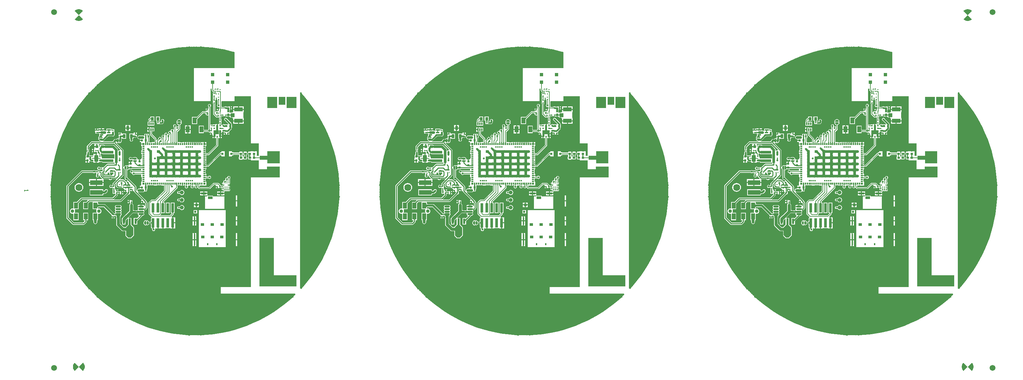
<source format=gtl>
G04*
G04 #@! TF.GenerationSoftware,Altium Limited,Altium Designer,19.1.7 (138)*
G04*
G04 Layer_Physical_Order=1*
G04 Layer_Color=255*
%FSLAX24Y24*%
%MOIN*%
G70*
G01*
G75*
%ADD10C,0.0070*%
%ADD11C,0.0060*%
%ADD12R,0.0079X0.0079*%
%ADD13R,0.0106X0.0118*%
%ADD14R,0.0118X0.0106*%
%ADD15C,0.0079*%
%ADD16C,0.0394*%
%ADD17R,0.0236X0.0197*%
%ADD18R,0.0197X0.0236*%
%ADD19C,0.0098*%
%ADD20R,0.0098X0.0142*%
%ADD21R,0.0300X0.0320*%
%ADD22R,0.0138X0.0256*%
%ADD23R,0.0300X0.0400*%
%ADD24R,0.0098X0.0157*%
%ADD25R,0.0276X0.0157*%
%ADD26R,0.0138X0.0138*%
%ADD27R,0.0213X0.0118*%
%ADD28R,0.0118X0.0213*%
%ADD29R,0.0315X0.0315*%
%ADD30R,0.0213X0.0213*%
%ADD31R,0.0118X0.0118*%
%ADD32R,0.1252X0.0500*%
%ADD33R,0.0315X0.0295*%
%ADD34R,0.0228X0.0197*%
%ADD35R,0.0299X0.0945*%
%ADD36R,0.0394X0.0630*%
%ADD37R,0.0177X0.1142*%
%ADD38R,0.0177X0.0748*%
%ADD39R,0.0177X0.0945*%
%ADD40R,0.0472X0.0256*%
%ADD41R,0.0551X0.0197*%
%ADD42R,0.0295X0.0276*%
%ADD43R,0.0236X0.0236*%
%ADD44R,0.0118X0.0236*%
%ADD45R,0.0354X0.0276*%
%ADD46R,0.0354X0.0138*%
%ADD47R,0.0157X0.0098*%
%ADD48R,0.0157X0.0276*%
%ADD49R,0.0787X0.0787*%
%ADD50R,0.0295X0.0315*%
%ADD51R,0.1063X0.0315*%
%ADD52R,0.0236X0.0551*%
%ADD53R,0.0236X0.0669*%
%ADD54O,0.0551X0.0177*%
%ADD55R,0.0354X0.0709*%
%ADD56R,0.0177X0.0098*%
%ADD57R,0.0177X0.0138*%
%ADD58R,0.0343X0.0343*%
%ADD59R,0.0197X0.0256*%
%ADD60R,0.0413X0.0394*%
%ADD61R,0.0866X0.0413*%
%ADD62R,0.0079X0.0079*%
%ADD63R,0.0236X0.0217*%
%ADD64C,0.0200*%
%ADD65C,0.0100*%
%ADD66C,0.0080*%
%ADD67C,0.0150*%
%ADD68C,0.0250*%
%ADD69C,0.0075*%
%ADD70C,0.0120*%
%ADD71C,0.0300*%
%ADD72R,0.0440X0.0776*%
%ADD73R,0.0440X0.1704*%
%ADD74R,0.0187X0.0692*%
%ADD75R,0.0373X0.0436*%
%ADD76R,0.0236X0.0528*%
%ADD77R,0.0118X0.0039*%
%ADD78R,0.0394X0.0630*%
%ADD79C,0.0591*%
%ADD80C,0.0050*%
%ADD81C,0.0701*%
%ADD82C,0.0354*%
%ADD83C,0.0197*%
%ADD84C,0.0138*%
G36*
X94389Y34101D02*
X94498Y34056D01*
X94596Y33990D01*
X94638Y33948D01*
X94214Y33524D01*
X94638Y33100D01*
X94596Y33058D01*
X94498Y32992D01*
X94389Y32947D01*
X94273Y32924D01*
X94155D01*
X94039Y32947D01*
X93930Y32992D01*
X93832Y33058D01*
X93790Y33100D01*
X93790Y33100D01*
X94214Y33524D01*
X93790Y33948D01*
X93790D01*
X93832Y33990D01*
X93930Y34056D01*
X94039Y34101D01*
X94155Y34124D01*
X94273D01*
X94389Y34101D01*
D02*
G37*
G36*
X3936D02*
X4045Y34056D01*
X4143Y33990D01*
X4185Y33948D01*
X3761Y33524D01*
X4185Y33100D01*
Y33100D01*
X4143Y33058D01*
X4045Y32992D01*
X3936Y32947D01*
X3820Y32924D01*
X3702D01*
X3586Y32947D01*
X3477Y32992D01*
X3378Y33058D01*
X3337Y33100D01*
X3761Y33524D01*
X3337Y33948D01*
X3378Y33990D01*
X3477Y34056D01*
X3586Y34101D01*
X3702Y34124D01*
X3820D01*
X3936Y34101D01*
D02*
G37*
G36*
X83150Y30318D02*
X83158Y30316D01*
X83165Y30311D01*
X83265Y30285D01*
X83273Y30286D01*
X83281Y30282D01*
X83331Y30282D01*
X83640Y30262D01*
X84261Y30202D01*
X84878Y30115D01*
X85491Y30002D01*
X86099Y29863D01*
X86548Y29740D01*
Y28119D01*
X83663Y28119D01*
X83614Y28119D01*
X83613Y28119D01*
X83565Y28114D01*
X82415D01*
Y24768D01*
X84093D01*
Y26007D01*
X84219D01*
Y25875D01*
X84226Y25838D01*
X84247Y25807D01*
X84338Y25716D01*
X84361Y25700D01*
X84362Y25674D01*
X84360Y25668D01*
X84344Y25625D01*
X84344D01*
Y25575D01*
X84341Y25566D01*
X84343Y25561D01*
X84342Y25555D01*
X84344Y25551D01*
Y25404D01*
X84344D01*
Y25400D01*
X84344D01*
Y25253D01*
X84342Y25250D01*
X84343Y25244D01*
X84341Y25238D01*
X84344Y25229D01*
Y25180D01*
X84344Y25180D01*
X84349Y25162D01*
X84349Y25162D01*
Y25113D01*
X84346Y25104D01*
X84349Y25097D01*
X84348Y25089D01*
X84349Y25087D01*
Y25006D01*
X84348Y25005D01*
X84349Y24996D01*
X84346Y24988D01*
X84349Y24980D01*
Y24930D01*
X84344Y24917D01*
X84344D01*
X84344Y24867D01*
X84340Y24858D01*
X84342Y24853D01*
X84341Y24847D01*
X84344Y24843D01*
Y24696D01*
X84344D01*
Y24692D01*
X84344D01*
Y24545D01*
X84341Y24542D01*
X84342Y24536D01*
X84340Y24530D01*
X84344Y24522D01*
Y24472D01*
X84360D01*
X84360Y24467D01*
X84360Y24454D01*
X84363Y24448D01*
Y23447D01*
X84371Y23411D01*
X84392Y23379D01*
X84665Y23105D01*
X84697Y23085D01*
X84734Y23077D01*
X84799D01*
X84806Y23074D01*
X84876Y23074D01*
X84877Y23074D01*
X84877Y23074D01*
X84878Y23074D01*
X84879Y23074D01*
X84881Y23074D01*
X84889Y23077D01*
X84978D01*
X84978Y23059D01*
X84981Y23053D01*
Y22931D01*
X84978Y22925D01*
X84978Y22912D01*
X84977Y22907D01*
X84963D01*
Y22857D01*
X84959Y22849D01*
X84962Y22843D01*
X84961Y22836D01*
X84963Y22833D01*
Y22733D01*
X84963Y22683D01*
X84963Y22637D01*
Y22535D01*
X84960Y22531D01*
X84962Y22526D01*
X84959Y22521D01*
X84963Y22512D01*
Y22462D01*
X84963Y22462D01*
X84946Y22419D01*
X84941Y22416D01*
X84826Y22416D01*
Y22247D01*
X84726D01*
Y22416D01*
X84607D01*
X84597Y22373D01*
X84417D01*
X84412Y22376D01*
X84408Y22375D01*
X84403Y22376D01*
X84395Y22373D01*
X84345D01*
Y22373D01*
X84295Y22349D01*
X84266Y22349D01*
X84256Y22350D01*
X84253Y22350D01*
X84250Y22349D01*
X84244Y22352D01*
X84238Y22349D01*
X84232Y22350D01*
X84228Y22348D01*
X84085D01*
Y24157D01*
X84088Y24163D01*
X84088Y24171D01*
X84088Y24176D01*
X84089Y24181D01*
X84090Y24185D01*
X84091Y24188D01*
X84092Y24191D01*
X84094Y24193D01*
X84095Y24195D01*
X84096Y24197D01*
X84100Y24201D01*
X84103Y24209D01*
X84132Y24253D01*
X84144Y24314D01*
X84132Y24374D01*
X84098Y24426D01*
X84047Y24460D01*
X83986Y24472D01*
X83925Y24460D01*
X83874Y24426D01*
X83839Y24374D01*
X83827Y24314D01*
X83839Y24253D01*
X83869Y24209D01*
X83872Y24201D01*
X83875Y24197D01*
X83877Y24195D01*
X83878Y24193D01*
X83879Y24191D01*
X83881Y24188D01*
X83882Y24185D01*
X83883Y24181D01*
X83883Y24176D01*
X83884Y24171D01*
X83884Y24163D01*
X83887Y24157D01*
Y23996D01*
X83813D01*
Y23843D01*
X83763D01*
Y23793D01*
X83604D01*
Y23718D01*
X83319D01*
X83281Y23710D01*
X83249Y23689D01*
X82708Y23148D01*
X82222D01*
Y22404D01*
X82730D01*
Y22851D01*
X82733Y22856D01*
X82733Y22863D01*
X82734Y22868D01*
X82735Y22874D01*
X82737Y22880D01*
X82740Y22887D01*
X82744Y22894D01*
X82750Y22902D01*
X82756Y22910D01*
X82764Y22919D01*
X82773Y22929D01*
X82776Y22936D01*
X83360Y23520D01*
X83566D01*
X83607Y23470D01*
X83604Y23454D01*
X83616Y23394D01*
X83651Y23342D01*
X83702Y23308D01*
X83763Y23296D01*
X83824Y23308D01*
X83837Y23317D01*
X83887Y23290D01*
Y21883D01*
X83884Y21876D01*
X83884Y21869D01*
X83883Y21863D01*
X83883Y21858D01*
X83882Y21854D01*
X83881Y21851D01*
X83879Y21848D01*
X83878Y21846D01*
X83877Y21844D01*
X83875Y21842D01*
X83873Y21839D01*
X83870Y21836D01*
X83868Y21835D01*
X83866Y21833D01*
X83863Y21832D01*
X83860Y21831D01*
X83857Y21830D01*
X83853Y21829D01*
X83848Y21828D01*
X83843Y21828D01*
X83835Y21827D01*
X83829Y21825D01*
X83449D01*
X83443Y21827D01*
X83429Y21828D01*
X83420Y21829D01*
X83419Y21829D01*
Y22243D01*
X82911D01*
Y21499D01*
X83419D01*
Y21623D01*
X83420Y21623D01*
X83429Y21624D01*
X83443Y21624D01*
X83449Y21627D01*
X83829D01*
X83835Y21624D01*
X83843Y21624D01*
X83848Y21623D01*
X83853Y21622D01*
X83857Y21621D01*
X83860Y21620D01*
X83863Y21619D01*
X83866Y21618D01*
X83868Y21617D01*
X83870Y21615D01*
X83873Y21612D01*
X83881Y21609D01*
X83925Y21579D01*
X83986Y21567D01*
X83988Y21568D01*
X84008Y21551D01*
X84186D01*
Y21501D01*
X84236D01*
Y21348D01*
X84302D01*
Y21214D01*
X84471D01*
Y21164D01*
X84521D01*
Y20995D01*
X84629D01*
X84640Y20995D01*
X84679Y20971D01*
Y20294D01*
X83834Y19449D01*
X83645D01*
X83639Y19452D01*
X83620Y19452D01*
Y19827D01*
Y20177D01*
X83663D01*
Y20590D01*
X83251D01*
Y20547D01*
X83175D01*
Y20590D01*
X81282D01*
Y20547D01*
X81010D01*
Y20590D01*
X80753D01*
Y21632D01*
X80963Y21843D01*
X80984Y21875D01*
X80992Y21913D01*
X80992Y21913D01*
Y22345D01*
X80997Y22346D01*
X81003Y22351D01*
X81010Y22352D01*
X81024Y22360D01*
X81035Y22365D01*
X81046Y22374D01*
X81049Y22375D01*
X81050Y22377D01*
X81058Y22382D01*
X81060Y22383D01*
X81065Y22388D01*
X81090Y22407D01*
X81104Y22425D01*
X81114Y22435D01*
X81116Y22441D01*
X81121Y22444D01*
X81138Y22470D01*
X81140Y22478D01*
X81146Y22485D01*
X81161Y22532D01*
X81160Y22541D01*
X81164Y22550D01*
X81159Y22562D01*
X81158Y22567D01*
X81157Y22579D01*
X81155Y22580D01*
X81154Y22584D01*
X81135Y22628D01*
X81154Y22657D01*
X81157Y22667D01*
X81158Y22672D01*
X81158Y22675D01*
X81161Y22691D01*
X81158Y22705D01*
X81159Y22711D01*
X81158Y22713D01*
X81159Y22713D01*
X81158Y22716D01*
X81156Y22721D01*
X81147Y22751D01*
X81141Y22757D01*
X81140Y22765D01*
X81133Y22776D01*
X81132Y22779D01*
X81127Y22785D01*
X81117Y22801D01*
X81112Y22805D01*
X81112Y22806D01*
X81109Y22812D01*
X81099Y22822D01*
X81090Y22834D01*
X81080Y22842D01*
X81077Y22845D01*
X81075Y22846D01*
X81067Y22852D01*
X81065Y22854D01*
X81058Y22859D01*
X81035Y22876D01*
X81017Y22884D01*
X81011Y22887D01*
X81007Y22888D01*
X81004Y22889D01*
X81000Y22893D01*
X80972Y22903D01*
X80971Y22903D01*
X80956Y22905D01*
X80952Y22906D01*
X80941Y22907D01*
X80903Y22912D01*
X80876Y22908D01*
X80865Y22908D01*
X80859Y22906D01*
X80853Y22905D01*
X80846Y22906D01*
X80836Y22903D01*
X80835Y22903D01*
X80832Y22901D01*
X80809Y22895D01*
X80803Y22890D01*
X80796Y22889D01*
X80782Y22881D01*
X80771Y22876D01*
X80759Y22867D01*
X80757Y22866D01*
X80756Y22865D01*
X80748Y22859D01*
X80746Y22858D01*
X80741Y22853D01*
X80716Y22834D01*
X80702Y22816D01*
X80692Y22806D01*
X80690Y22800D01*
X80684Y22797D01*
X80668Y22771D01*
X80666Y22763D01*
X80660Y22756D01*
X80645Y22710D01*
X80646Y22700D01*
X80642Y22692D01*
X80647Y22680D01*
X80648Y22674D01*
X80649Y22663D01*
X80651Y22661D01*
X80651Y22657D01*
X80671Y22628D01*
Y22613D01*
X80651Y22584D01*
X80649Y22574D01*
X80648Y22569D01*
X80648Y22566D01*
X80645Y22550D01*
X80647Y22536D01*
X80647Y22530D01*
X80647Y22529D01*
X80647Y22528D01*
X80648Y22525D01*
X80650Y22520D01*
X80659Y22490D01*
X80665Y22484D01*
X80666Y22476D01*
X80672Y22466D01*
X80674Y22462D01*
X80678Y22456D01*
X80689Y22440D01*
X80694Y22436D01*
X80694Y22435D01*
X80697Y22430D01*
X80707Y22419D01*
X80716Y22407D01*
X80726Y22400D01*
X80729Y22397D01*
X80731Y22396D01*
X80739Y22389D01*
X80741Y22387D01*
X80748Y22382D01*
X80771Y22365D01*
X80789Y22358D01*
X80794Y22354D01*
Y22179D01*
X80744Y22153D01*
X80693Y22163D01*
X80645Y22153D01*
X80626Y22166D01*
X80616Y22176D01*
X80606Y22193D01*
X80615Y22242D01*
X80603Y22302D01*
X80569Y22354D01*
X80518Y22388D01*
X80457Y22400D01*
X80396Y22388D01*
X80345Y22354D01*
X80310Y22302D01*
X80298Y22242D01*
X80310Y22181D01*
X80340Y22137D01*
X80343Y22129D01*
X80346Y22126D01*
X80348Y22124D01*
X80349Y22122D01*
X80350Y22119D01*
X80352Y22116D01*
X80353Y22113D01*
X80354Y22109D01*
X80354Y22104D01*
X80355Y22099D01*
X80355Y22091D01*
X80358Y22085D01*
Y21877D01*
X80308Y21862D01*
X80305Y21866D01*
X80254Y21901D01*
X80193Y21913D01*
X80132Y21901D01*
X80081Y21866D01*
X80046Y21815D01*
X80034Y21754D01*
X80038Y21738D01*
X80024Y21723D01*
X79994Y21703D01*
X79943Y21713D01*
X79882Y21701D01*
X79831Y21666D01*
X79796Y21615D01*
X79784Y21554D01*
X79796Y21494D01*
X79831Y21442D01*
X79882Y21408D01*
X79935Y21397D01*
X79942Y21394D01*
X79947Y21394D01*
X79949Y21394D01*
X79952Y21393D01*
X79954Y21392D01*
X79957Y21391D01*
X79960Y21389D01*
X79964Y21387D01*
X79964Y21387D01*
Y21334D01*
X79914Y21319D01*
X79908Y21328D01*
X79857Y21363D01*
X79796Y21375D01*
X79774Y21370D01*
X79728Y21386D01*
X79722Y21407D01*
X79714Y21448D01*
X79679Y21499D01*
X79628Y21533D01*
X79567Y21546D01*
X79507Y21533D01*
X79455Y21499D01*
X79421Y21448D01*
X79409Y21387D01*
X79421Y21326D01*
X79439Y21299D01*
X79438Y21298D01*
X79404Y21288D01*
X79383Y21286D01*
X79336Y21318D01*
X79276Y21330D01*
X79215Y21318D01*
X79164Y21283D01*
X79129Y21232D01*
X79117Y21171D01*
X79129Y21111D01*
X79159Y21066D01*
X79162Y21059D01*
X79165Y21055D01*
X79167Y21053D01*
X79168Y21051D01*
X79169Y21049D01*
X79170Y21046D01*
X79172Y21042D01*
X79172Y21038D01*
X79173Y21034D01*
X79174Y21028D01*
X79174Y21020D01*
X79177Y21014D01*
Y20834D01*
X79158Y20821D01*
X79127Y20812D01*
X79105Y20827D01*
X79085Y20887D01*
X79089Y20894D01*
X79101Y20954D01*
X79089Y21015D01*
X79055Y21066D01*
X79004Y21101D01*
X78943Y21113D01*
X78882Y21101D01*
X78831Y21066D01*
X78796Y21015D01*
X78786Y20960D01*
X78783Y20954D01*
X78783Y20949D01*
X78782Y20946D01*
X78782Y20944D01*
X78781Y20942D01*
X78780Y20939D01*
X78778Y20936D01*
X78776Y20932D01*
X78774Y20929D01*
X78770Y20924D01*
X78765Y20919D01*
X78762Y20912D01*
X78637Y20787D01*
X78587Y20808D01*
Y20907D01*
X78587Y20907D01*
X78580Y20945D01*
X78558Y20977D01*
X78141Y21394D01*
Y21647D01*
X78144Y21653D01*
X78144Y21667D01*
X78145Y21676D01*
X78365D01*
Y22046D01*
X78014D01*
Y22089D01*
X77895D01*
Y21861D01*
Y21633D01*
X77943D01*
Y21353D01*
X77951Y21315D01*
X77972Y21283D01*
X78389Y20866D01*
Y20590D01*
X78132D01*
Y20547D01*
X77877D01*
X77850Y20597D01*
X77857Y20635D01*
Y20978D01*
X77860Y20984D01*
X77860Y20992D01*
X77861Y20998D01*
X77862Y21002D01*
X77863Y21006D01*
X77864Y21010D01*
X77865Y21012D01*
X77866Y21015D01*
X77867Y21017D01*
X77869Y21019D01*
X77872Y21023D01*
X77875Y21030D01*
X77905Y21074D01*
X77917Y21135D01*
X77905Y21196D01*
X77871Y21247D01*
X77862Y21253D01*
X77862Y21253D01*
X77860Y21273D01*
X77860Y21281D01*
X77855Y21294D01*
X77850Y21318D01*
X77831Y21347D01*
Y21434D01*
X77610D01*
X77610Y21434D01*
X77606D01*
Y21434D01*
X77560Y21434D01*
X77512D01*
X77496Y21438D01*
X77480Y21434D01*
X77386D01*
Y21364D01*
X77386Y21364D01*
X77377Y21318D01*
Y21226D01*
X77356Y21213D01*
X77327Y21204D01*
X77274Y21240D01*
X77203Y21254D01*
X76843D01*
X76772Y21240D01*
X76712Y21199D01*
X76671Y21139D01*
X76657Y21068D01*
X76671Y20997D01*
X76712Y20937D01*
X76772Y20897D01*
X76843Y20882D01*
X76893D01*
Y20818D01*
X77112D01*
Y20718D01*
X76893D01*
Y20570D01*
X77054D01*
Y20177D01*
X77097D01*
Y19708D01*
X77054D01*
Y19390D01*
X77097D01*
Y18921D01*
X77054D01*
Y18825D01*
X76908D01*
Y18607D01*
X76808D01*
Y18825D01*
X76714D01*
X76690Y18834D01*
X76667Y18861D01*
X76664Y18866D01*
X76664Y18868D01*
X76662Y18874D01*
X76652Y18903D01*
X76647Y18910D01*
X76645Y18918D01*
X76639Y18928D01*
X76637Y18932D01*
X76633Y18938D01*
X76623Y18954D01*
X76618Y18958D01*
X76617Y18959D01*
X76615Y18964D01*
X76605Y18975D01*
X76595Y18987D01*
X76586Y18994D01*
X76583Y18997D01*
X76581Y18998D01*
X76573Y19004D01*
X76571Y19007D01*
X76563Y19012D01*
X76541Y19029D01*
X76523Y19036D01*
X76517Y19040D01*
X76512Y19041D01*
X76509Y19042D01*
X76505Y19046D01*
X76477Y19056D01*
X76476Y19055D01*
X76462Y19057D01*
X76458Y19059D01*
X76446Y19059D01*
X76408Y19064D01*
X76382Y19061D01*
X76371Y19061D01*
X76364Y19059D01*
X76359Y19058D01*
X76352Y19059D01*
X76342Y19056D01*
X76340Y19055D01*
X76337Y19054D01*
X76316Y19048D01*
X76310Y19048D01*
X76255Y19026D01*
X76086D01*
X76080Y19028D01*
X76070Y19028D01*
X76054Y19029D01*
X76042Y19030D01*
X76040Y19030D01*
X76039Y19030D01*
X76037Y19031D01*
X76037Y19031D01*
X76036Y19031D01*
X76036Y19031D01*
X76004Y19053D01*
X75943Y19065D01*
X75882Y19053D01*
X75831Y19018D01*
X75796Y18967D01*
X75784Y18906D01*
X75796Y18846D01*
X75831Y18794D01*
X75882Y18760D01*
X75943Y18748D01*
X76004Y18760D01*
X76036Y18782D01*
X76036Y18782D01*
X76037Y18782D01*
X76037Y18782D01*
X76039Y18782D01*
X76040Y18782D01*
X76041Y18783D01*
X76071Y18784D01*
X76080Y18785D01*
X76086Y18787D01*
X76130D01*
X76157Y18737D01*
X76155Y18727D01*
X76153Y18722D01*
X76153Y18719D01*
X76150Y18703D01*
X76153Y18689D01*
X76152Y18683D01*
X76153Y18681D01*
X76153Y18681D01*
X76153Y18678D01*
X76155Y18673D01*
X76165Y18643D01*
X76170Y18637D01*
X76170Y18634D01*
X76151Y18605D01*
X76138Y18590D01*
X76008D01*
Y18372D01*
X75958D01*
Y18322D01*
X75760D01*
Y18221D01*
X75758Y18219D01*
X75750Y18213D01*
X75710Y18198D01*
X75696Y18207D01*
X75692Y18208D01*
X75676Y18218D01*
X75656Y18222D01*
X75637Y18229D01*
X75628Y18228D01*
X75621Y18231D01*
X75611Y18227D01*
X75604Y18226D01*
X75595Y18225D01*
X75592Y18224D01*
X75589Y18223D01*
X75560Y18207D01*
X75531Y18223D01*
X75517Y18226D01*
X75516Y18226D01*
X75515Y18226D01*
X75500Y18229D01*
X75486Y18227D01*
X75482Y18227D01*
X75474Y18224D01*
X75444Y18218D01*
X75428Y18208D01*
X75393Y18186D01*
X75391Y18183D01*
X75386Y18180D01*
X75384Y18179D01*
X75383Y18178D01*
X75359Y18162D01*
X75303Y18078D01*
X75298Y18053D01*
X75295Y18044D01*
X75292Y18043D01*
X75242Y18079D01*
Y19744D01*
X75234Y19786D01*
X75210Y19821D01*
X74532Y20500D01*
X74534Y20507D01*
X74545Y20515D01*
X74577Y20523D01*
X74589Y20523D01*
X74589Y20523D01*
X74593Y20517D01*
X74618Y20500D01*
X74627Y20499D01*
X74633Y20493D01*
X74680Y20478D01*
X74690Y20479D01*
X74698Y20475D01*
X74710Y20480D01*
X74716Y20481D01*
X74727Y20482D01*
X74729Y20483D01*
X74733Y20484D01*
X74769Y20500D01*
X74805Y20484D01*
X74816Y20482D01*
X74821Y20480D01*
X74824Y20481D01*
X74839Y20477D01*
X74854Y20480D01*
X74859Y20480D01*
X74861Y20480D01*
X74861Y20480D01*
X74864Y20480D01*
X74870Y20483D01*
X74899Y20492D01*
X74906Y20497D01*
X74914Y20499D01*
X74924Y20505D01*
X74928Y20507D01*
X74934Y20511D01*
X74950Y20521D01*
X74953Y20526D01*
X74955Y20527D01*
X74960Y20529D01*
X74970Y20539D01*
X74983Y20549D01*
X74990Y20559D01*
X74993Y20561D01*
X74994Y20564D01*
X75000Y20572D01*
X75003Y20573D01*
X75007Y20581D01*
X75025Y20604D01*
X75032Y20622D01*
X75036Y20627D01*
X75037Y20632D01*
X75038Y20635D01*
X75041Y20639D01*
X75051Y20667D01*
X75051Y20668D01*
X75053Y20682D01*
X75055Y20686D01*
X75055Y20698D01*
X75060Y20736D01*
X75057Y20762D01*
X75057Y20773D01*
X75054Y20780D01*
X75054Y20785D01*
X75054Y20792D01*
X75051Y20802D01*
X75051Y20804D01*
X75050Y20807D01*
X75046Y20821D01*
X75046Y20828D01*
X75044Y20833D01*
X75041Y20843D01*
X75041Y20846D01*
X75039Y20855D01*
X75039Y20857D01*
X75039Y20865D01*
X75039Y20868D01*
X75037Y20873D01*
Y20957D01*
X75040Y20964D01*
X75086Y20990D01*
X75087Y20990D01*
X75092Y20984D01*
Y20928D01*
X75506D01*
Y21442D01*
X75092D01*
X75052Y21467D01*
Y21545D01*
X74943D01*
Y21392D01*
X74893D01*
Y21342D01*
X74734D01*
Y21239D01*
X74743D01*
X74773Y21189D01*
X74767Y21158D01*
Y21024D01*
X74756Y21012D01*
X74736Y20998D01*
X74718Y20991D01*
X74715Y20991D01*
X74699Y20994D01*
X74685Y20991D01*
X74679Y20992D01*
X74677Y20991D01*
X74677Y20991D01*
X74674Y20991D01*
X74669Y20989D01*
X74639Y20979D01*
X74633Y20974D01*
X74624Y20973D01*
X74614Y20966D01*
X74610Y20965D01*
X74604Y20960D01*
X74588Y20950D01*
X74585Y20945D01*
X74584Y20944D01*
X74578Y20942D01*
X74568Y20932D01*
X74556Y20923D01*
X74548Y20913D01*
X74545Y20910D01*
X74544Y20908D01*
X74542Y20905D01*
X74540Y20905D01*
X74535Y20903D01*
X74534Y20902D01*
X74532Y20901D01*
X74521Y20896D01*
X74386D01*
X74325Y20884D01*
X74273Y20849D01*
X74238Y20797D01*
X74231Y20760D01*
X74229Y20758D01*
X74228Y20756D01*
X74227Y20754D01*
X74226Y20752D01*
X74225Y20750D01*
X74225Y20750D01*
X74221Y20743D01*
X74216Y20735D01*
X74143Y20651D01*
X73179D01*
X73174Y20701D01*
X73201Y20707D01*
X73245Y20736D01*
X73594Y21085D01*
X73598Y21086D01*
X73599Y21089D01*
X73602Y21090D01*
X73630Y21117D01*
X73655Y21139D01*
X73678Y21157D01*
X73698Y21171D01*
X73702Y21174D01*
X73726D01*
X73747Y21170D01*
X73763Y21173D01*
X74133D01*
X74140Y21174D01*
X74173Y21168D01*
X74234Y21180D01*
X74286Y21214D01*
X74321Y21266D01*
X74333Y21328D01*
Y21536D01*
X74321Y21597D01*
X74312Y21609D01*
X74289Y21650D01*
Y21870D01*
X74203D01*
X74183Y21890D01*
X74151Y21912D01*
X74113Y21919D01*
X74010D01*
X74004Y21922D01*
X73990Y21922D01*
X73981Y21923D01*
Y21946D01*
X73931D01*
X73923Y21950D01*
X73918Y21948D01*
X73914Y21949D01*
X73909Y21946D01*
X73513D01*
Y21730D01*
X73463Y21707D01*
X73420Y21736D01*
X73349Y21750D01*
X73276D01*
Y21770D01*
X72999D01*
X72722D01*
Y21674D01*
X72716Y21671D01*
X72667D01*
X72662Y21674D01*
Y21736D01*
X72344D01*
Y21633D01*
X72387D01*
Y21452D01*
X72552D01*
X72561Y21448D01*
X72561Y21449D01*
X72562Y21448D01*
X72662Y21450D01*
X72668Y21453D01*
X72716D01*
X72722Y21450D01*
X72765Y21434D01*
Y21222D01*
X72754Y21207D01*
X72751Y21192D01*
X72739Y21183D01*
X72721Y21157D01*
X72718Y21153D01*
X72716Y21148D01*
X72715Y21148D01*
X72711Y21145D01*
X72694Y21119D01*
X72693Y21114D01*
X72683Y21099D01*
X72679Y21079D01*
X72672Y21060D01*
X72673Y21051D01*
X72670Y21044D01*
X72674Y21034D01*
X72675Y21027D01*
X72676Y21018D01*
X72677Y21015D01*
X72678Y21012D01*
X72683Y21004D01*
X72696Y20980D01*
X72678Y20954D01*
X72675Y20940D01*
X72675Y20939D01*
X72675Y20938D01*
X72672Y20923D01*
X72675Y20909D01*
X72674Y20905D01*
X72677Y20897D01*
X72683Y20867D01*
X72693Y20851D01*
X72715Y20816D01*
X72718Y20814D01*
X72722Y20809D01*
X72722Y20807D01*
X72723Y20806D01*
X72739Y20782D01*
X72823Y20726D01*
X72848Y20721D01*
X72853Y20719D01*
X72871Y20707D01*
X72899Y20701D01*
X72894Y20651D01*
X72021D01*
X71979Y20643D01*
X71944Y20619D01*
X71546Y20221D01*
X71522Y20186D01*
X71514Y20144D01*
Y19860D01*
X71517Y19845D01*
Y19732D01*
X71729D01*
Y19845D01*
X71732Y19860D01*
Y20099D01*
X72066Y20433D01*
X74193D01*
X74234Y20441D01*
X74236Y20442D01*
X74244Y20443D01*
X74296Y20432D01*
X74302Y20425D01*
X74309Y20414D01*
X74921Y19802D01*
X74919Y19792D01*
X74862Y19753D01*
X74853Y19754D01*
X74792Y19742D01*
X74740Y19708D01*
X74730Y19698D01*
X74729Y19696D01*
X74679Y19711D01*
Y19793D01*
X74664Y19864D01*
X74624Y19924D01*
X74303Y20246D01*
X74243Y20286D01*
X74172Y20300D01*
X73393D01*
X73322Y20286D01*
X73313Y20280D01*
X73305Y20281D01*
X73285Y20284D01*
X73270Y20288D01*
X73263Y20290D01*
Y20329D01*
X73214D01*
X73205Y20332D01*
X73200Y20330D01*
X73194Y20331D01*
X73190Y20329D01*
X72854D01*
Y20143D01*
X72820Y20116D01*
X72775Y20136D01*
Y20372D01*
X72577D01*
Y20114D01*
X72527D01*
Y20064D01*
X72387D01*
Y20064D01*
X72382Y20064D01*
Y20014D01*
X72381Y20024D01*
X72378Y20032D01*
X72373Y20040D01*
X72366Y20046D01*
X72357Y20052D01*
X72345Y20056D01*
X72337Y20058D01*
X72334Y20057D01*
X72328Y20055D01*
X72322Y20052D01*
X72317Y20049D01*
X72313Y20045D01*
Y20063D01*
X72300Y20064D01*
X72281Y20064D01*
Y20064D01*
X72280D01*
Y19873D01*
X72241D01*
Y19714D01*
Y19555D01*
X72344D01*
Y19598D01*
X72450D01*
X72453Y19596D01*
X72460Y19597D01*
X72467Y19595D01*
X72476Y19598D01*
X72504D01*
X72508Y19596D01*
X72543Y19555D01*
X72534Y19514D01*
X72546Y19454D01*
X72564Y19427D01*
X72537Y19377D01*
X72508D01*
Y18923D01*
Y18469D01*
X72735D01*
Y18529D01*
X72777Y18556D01*
X72785Y18558D01*
X72842Y18546D01*
X72945D01*
X72948Y18545D01*
X73018Y18542D01*
X73044Y18540D01*
X73066Y18536D01*
X73082Y18532D01*
X73092Y18528D01*
X73092Y18528D01*
Y18485D01*
X73142D01*
X73151Y18482D01*
X73156Y18484D01*
X73161Y18483D01*
X73165Y18485D01*
X74269D01*
Y18485D01*
X74319Y18490D01*
X74321Y18481D01*
X74358Y18426D01*
X74357Y18420D01*
X74352Y18402D01*
X74338Y18376D01*
X74332Y18373D01*
X73607D01*
X73565Y18365D01*
X73530Y18341D01*
X73268Y18080D01*
X73263Y18078D01*
X73262Y18076D01*
X73260Y18075D01*
X73247Y18063D01*
X73224Y18042D01*
X73215Y18035D01*
X73207Y18030D01*
X73200Y18026D01*
X73195Y18023D01*
X73192Y18022D01*
X73191Y18022D01*
X73188Y18022D01*
X73182Y18018D01*
X73135Y18018D01*
X73085Y18018D01*
X72977D01*
X72969Y18022D01*
X72964Y18020D01*
X72959Y18021D01*
X72957Y18020D01*
X72910Y18018D01*
X72910Y18018D01*
Y18018D01*
X72862Y18018D01*
X72858Y18020D01*
X72856Y18021D01*
X72853Y18022D01*
X72851Y18023D01*
X72849Y18025D01*
X72845Y18028D01*
X72838Y18031D01*
X72794Y18061D01*
X72733Y18073D01*
X72672Y18061D01*
X72621Y18026D01*
X72586Y17975D01*
X72574Y17914D01*
X72586Y17854D01*
X72621Y17802D01*
X72672Y17768D01*
X72733Y17756D01*
X72794Y17768D01*
X72838Y17797D01*
X72845Y17800D01*
X72849Y17804D01*
X72851Y17805D01*
X72853Y17807D01*
X72856Y17808D01*
X72858Y17809D01*
X72862Y17810D01*
X72870Y17808D01*
X72910Y17786D01*
X72910Y17786D01*
X72910Y17786D01*
X72960D01*
X72969Y17783D01*
X72973Y17784D01*
X72977Y17783D01*
X72982Y17786D01*
X73111Y17786D01*
X73133Y17743D01*
X73136Y17737D01*
Y17672D01*
X73113D01*
X73072Y17663D01*
X73036Y17640D01*
X73020Y17623D01*
X73013Y17613D01*
X72953Y17604D01*
X72952Y17604D01*
X72922Y17634D01*
X72887Y17657D01*
X72845Y17666D01*
X72779D01*
X72764Y17663D01*
X72750Y17665D01*
X72709Y17657D01*
X72679Y17637D01*
X72671Y17649D01*
X72636Y17673D01*
X72594Y17681D01*
X72396D01*
X72390Y17684D01*
X72372Y17684D01*
X72367Y17685D01*
X72362Y17686D01*
X72358Y17687D01*
X72356Y17687D01*
X72356Y17688D01*
X72354Y17689D01*
X72353Y17689D01*
X72353Y17689D01*
X72351Y17689D01*
X72351Y17689D01*
X72304Y17721D01*
X72243Y17733D01*
X72182Y17721D01*
X72135Y17689D01*
X72135Y17689D01*
X72133Y17689D01*
X72133Y17689D01*
X72132Y17689D01*
X72130Y17688D01*
X72130Y17687D01*
X72128Y17687D01*
X72124Y17686D01*
X72119Y17685D01*
X72114Y17684D01*
X72095Y17684D01*
X72090Y17681D01*
X71001D01*
X70959Y17673D01*
X70924Y17649D01*
X69476Y16201D01*
X69452Y16166D01*
X69444Y16124D01*
Y12874D01*
X69452Y12832D01*
X69476Y12797D01*
X70076Y12197D01*
X70111Y12173D01*
X70153Y12165D01*
X71163D01*
X71205Y12173D01*
X71240Y12197D01*
X71466Y12423D01*
X71490Y12458D01*
X71498Y12500D01*
Y12583D01*
X71500Y12589D01*
X71501Y12606D01*
X71502Y12619D01*
X71504Y12629D01*
X71504Y12632D01*
X71643D01*
Y13376D01*
X71135D01*
Y12632D01*
X71273D01*
X71274Y12629D01*
X71275Y12619D01*
X71276Y12606D01*
X71277Y12589D01*
X71279Y12583D01*
Y12545D01*
X71118Y12383D01*
X70198D01*
X69662Y12919D01*
Y16079D01*
X71046Y17463D01*
X72093D01*
X72099Y17460D01*
X72108Y17460D01*
X72123Y17459D01*
X72128Y17458D01*
X72131Y17457D01*
X72134Y17457D01*
X72134Y17457D01*
X72134Y17457D01*
X72135Y17456D01*
X72137Y17455D01*
X72138Y17455D01*
X72138Y17455D01*
X72139Y17455D01*
X72141Y17455D01*
X72143Y17454D01*
X72182Y17428D01*
X72243Y17416D01*
X72304Y17428D01*
X72342Y17454D01*
X72345Y17455D01*
X72347Y17455D01*
X72348Y17455D01*
X72348Y17455D01*
X72349Y17455D01*
X72351Y17456D01*
X72352Y17457D01*
X72352Y17457D01*
X72352Y17457D01*
X72354Y17457D01*
X72358Y17458D01*
X72363Y17459D01*
X72378Y17460D01*
X72386Y17460D01*
X72392Y17463D01*
X72450D01*
X72457Y17458D01*
X72485Y17413D01*
X72482Y17398D01*
Y17286D01*
X72480Y17280D01*
X72479Y17262D01*
X72478Y17256D01*
X72478Y17251D01*
X72477Y17248D01*
X72476Y17245D01*
X72476Y17245D01*
X72475Y17243D01*
X72475Y17242D01*
X72474Y17242D01*
X72474Y17240D01*
X72474Y17239D01*
X72474Y17238D01*
X72445Y17195D01*
X72433Y17134D01*
X72445Y17074D01*
X72479Y17022D01*
X72531Y16988D01*
X72591Y16976D01*
X72652Y16988D01*
X72703Y17022D01*
X72738Y17074D01*
X72750Y17134D01*
X72742Y17173D01*
X72774Y17216D01*
X72817Y17177D01*
Y17151D01*
X72826Y17109D01*
X72849Y17073D01*
X73059Y16864D01*
X73038Y16814D01*
X72523D01*
Y16514D01*
X73199D01*
Y16805D01*
X73729D01*
X73735Y16802D01*
X73743Y16802D01*
X73755Y16801D01*
X73756Y16797D01*
X73758Y16796D01*
X73781Y16762D01*
X73832Y16728D01*
X73893Y16716D01*
X73954Y16728D01*
X74005Y16762D01*
X74028Y16796D01*
X74029Y16797D01*
X74031Y16801D01*
X74043Y16802D01*
X74051Y16802D01*
X74057Y16805D01*
X74476D01*
X74498Y16761D01*
X74499Y16757D01*
X74176Y16434D01*
X74152Y16398D01*
X74144Y16357D01*
Y16242D01*
X74141Y16236D01*
X74140Y16196D01*
X74094Y16195D01*
X74092Y16194D01*
X74089Y16195D01*
X74079Y16195D01*
X74072Y16195D01*
X74058Y16197D01*
X74054Y16197D01*
X74051Y16198D01*
X74050Y16199D01*
X74049Y16199D01*
X74049Y16199D01*
X74047Y16200D01*
X74043Y16200D01*
X74038Y16201D01*
X74014Y16217D01*
X73953Y16230D01*
X73892Y16217D01*
X73841Y16183D01*
X73806Y16132D01*
X73794Y16071D01*
X73806Y16010D01*
X73841Y15959D01*
X73892Y15925D01*
X73953Y15912D01*
X74014Y15925D01*
X74065Y15959D01*
X74115Y15955D01*
X74137Y15937D01*
Y15815D01*
X74133Y15807D01*
X74136Y15801D01*
X74135Y15798D01*
X74134Y15795D01*
X74137Y15749D01*
X74129Y15719D01*
X74129D01*
Y15669D01*
X74126Y15661D01*
X74129Y15652D01*
Y15643D01*
X74129Y15641D01*
X74129Y15641D01*
Y15329D01*
X74401D01*
X74429Y15291D01*
X74429Y15287D01*
X74432Y15281D01*
Y15227D01*
X74118Y14913D01*
X70973D01*
X70931Y14905D01*
X70896Y14881D01*
X70552Y14538D01*
X70546Y14536D01*
X70527Y14517D01*
X70511Y14503D01*
X70496Y14491D01*
X70484Y14483D01*
X70477Y14479D01*
X70453D01*
X70443Y14482D01*
X70438Y14480D01*
X70434Y14481D01*
X70431Y14479D01*
X70150D01*
Y13851D01*
X70100Y13818D01*
X70050Y13825D01*
X69980Y13816D01*
X69915Y13789D01*
X69860Y13746D01*
X69817Y13690D01*
X69790Y13625D01*
X69781Y13555D01*
X69790Y13486D01*
X69817Y13421D01*
X69860Y13365D01*
X69915Y13322D01*
X69980Y13295D01*
X70050Y13286D01*
X70100Y13293D01*
X70150Y13260D01*
Y12632D01*
X70658D01*
Y13376D01*
X70305D01*
X70301Y13384D01*
X70286Y13426D01*
X70310Y13486D01*
X70320Y13555D01*
X70310Y13625D01*
X70286Y13685D01*
X70301Y13727D01*
X70305Y13735D01*
X70658D01*
Y14278D01*
X70662Y14285D01*
X70660Y14290D01*
X70662Y14295D01*
X70658Y14301D01*
Y14321D01*
X70659Y14323D01*
X70668Y14335D01*
X70696Y14369D01*
X70715Y14388D01*
X70717Y14393D01*
X70721Y14395D01*
X70722Y14398D01*
X71018Y14695D01*
X71589D01*
X71609Y14645D01*
X71508Y14543D01*
X71506Y14543D01*
X71502Y14538D01*
X71496Y14536D01*
X71479Y14519D01*
X71464Y14505D01*
X71450Y14495D01*
X71438Y14487D01*
X71429Y14481D01*
X71422Y14479D01*
X71386D01*
X71379Y14479D01*
X71378Y14479D01*
X71135D01*
Y13735D01*
X71643D01*
Y14322D01*
X71645Y14333D01*
X71643Y14338D01*
X71643Y14343D01*
X71643Y14344D01*
Y14358D01*
X71648Y14366D01*
X71679Y14401D01*
X71699Y14423D01*
X71702Y14429D01*
X71768Y14495D01*
X72076D01*
X72119Y14479D01*
Y13735D01*
X72472D01*
X72476Y13727D01*
X72492Y13685D01*
X72467Y13625D01*
X72458Y13555D01*
X72467Y13486D01*
X72492Y13426D01*
X72476Y13384D01*
X72472Y13376D01*
X72119D01*
Y12706D01*
X72117Y12702D01*
X72118Y12696D01*
X72115Y12690D01*
X72119Y12682D01*
Y12632D01*
X72162D01*
X72162Y12632D01*
X72166Y12626D01*
X72171Y12611D01*
X72176Y12589D01*
X72180Y12561D01*
X72185Y12485D01*
X72186Y12440D01*
X72187Y12437D01*
Y12414D01*
X72201Y12343D01*
X72242Y12283D01*
X72302Y12243D01*
X72373Y12229D01*
X72444Y12243D01*
X72504Y12283D01*
X72544Y12343D01*
X72559Y12414D01*
Y12436D01*
X72560Y12439D01*
X72562Y12527D01*
X72566Y12560D01*
X72570Y12589D01*
X72575Y12611D01*
X72580Y12626D01*
X72583Y12632D01*
X72584Y12632D01*
X72627D01*
Y12682D01*
X72630Y12690D01*
X72628Y12696D01*
X72629Y12702D01*
X72627Y12706D01*
Y13260D01*
X72677Y13293D01*
X72727Y13286D01*
X72797Y13295D01*
X72862Y13322D01*
X72918Y13365D01*
X72961Y13421D01*
X72988Y13486D01*
X72997Y13555D01*
X72988Y13625D01*
X72961Y13690D01*
X72918Y13746D01*
X72862Y13789D01*
X72797Y13816D01*
X72727Y13825D01*
X72677Y13818D01*
X72627Y13851D01*
Y13896D01*
X72629Y13900D01*
X72630Y13912D01*
X72631Y13915D01*
X72633Y13917D01*
X72637Y13921D01*
X72646Y13926D01*
X72660Y13932D01*
X72679Y13937D01*
X72704Y13941D01*
X72734Y13944D01*
X72770Y13945D01*
X72774Y13946D01*
X73222D01*
X73999Y13170D01*
X74030Y13135D01*
X74030D01*
X74030Y13135D01*
Y13032D01*
X74189D01*
X74348D01*
Y13088D01*
X74440Y13094D01*
X74448Y13095D01*
X74452Y13089D01*
X74462Y13068D01*
X74471Y13043D01*
X74478Y13014D01*
X74484Y12980D01*
X74492Y12897D01*
X74493Y12849D01*
X74494Y12848D01*
Y12194D01*
X74510Y12113D01*
X74555Y12044D01*
X75026Y11574D01*
X75094Y11528D01*
X75175Y11512D01*
X75430D01*
X75430Y11095D01*
X75448Y11051D01*
X75704Y10795D01*
X75748Y10777D01*
X75984D01*
X75984Y10777D01*
X76028Y10795D01*
X76284Y11051D01*
X76302Y11095D01*
X76302Y11882D01*
X76284Y11926D01*
X76041Y12169D01*
Y12865D01*
X75772D01*
X75753Y12911D01*
X76182Y13339D01*
X76182Y13340D01*
X76186Y13341D01*
X76197Y13344D01*
X76415Y13358D01*
X76469Y13359D01*
X76474Y13361D01*
X76640Y13361D01*
X76645Y13359D01*
X76684Y13358D01*
X76711Y13307D01*
X76703Y13296D01*
X76692Y13239D01*
X76703Y13183D01*
X76736Y13134D01*
X76784Y13102D01*
X76799Y13099D01*
X76815Y13045D01*
X76666Y12896D01*
X76632Y12865D01*
Y12865D01*
X76632Y12865D01*
X76281D01*
Y12199D01*
X76632D01*
Y12500D01*
X76634Y12504D01*
X76635Y12515D01*
X76636Y12523D01*
X76638Y12531D01*
X76641Y12540D01*
X76646Y12550D01*
X76651Y12560D01*
X76658Y12570D01*
X76667Y12581D01*
X76677Y12593D01*
X76689Y12606D01*
X76691Y12612D01*
X77105Y13026D01*
X77128Y13061D01*
X77134Y13091D01*
X77215D01*
X77271Y13102D01*
X77320Y13134D01*
X77352Y13183D01*
X77363Y13239D01*
X77352Y13296D01*
X77320Y13344D01*
Y13390D01*
X77352Y13438D01*
X77363Y13495D01*
X77352Y13552D01*
X77331Y13584D01*
X77330Y13585D01*
X77331Y13600D01*
X77338Y13620D01*
X77342Y13627D01*
X77350Y13637D01*
X77372Y13639D01*
X77387Y13639D01*
X77393Y13642D01*
X77428D01*
X77469Y13650D01*
X77505Y13674D01*
X77630Y13799D01*
X77654Y13835D01*
X77662Y13877D01*
Y14403D01*
X77654Y14445D01*
X77630Y14481D01*
X77592Y14519D01*
X77589Y14525D01*
X77577Y14538D01*
X77556Y14561D01*
X77549Y14570D01*
X77544Y14578D01*
X77540Y14585D01*
X77537Y14590D01*
X77536Y14593D01*
X77536Y14594D01*
X77536Y14597D01*
X77532Y14604D01*
Y14650D01*
X77507D01*
X77499Y14662D01*
X77474Y14688D01*
X77446Y14719D01*
X77444Y14720D01*
X77444Y14722D01*
X77424Y14742D01*
X77417Y14744D01*
X76712Y15450D01*
X76738Y15494D01*
X76796Y15482D01*
X77193D01*
X77264Y15497D01*
X77324Y15537D01*
X77334Y15552D01*
X77386D01*
X77386Y15552D01*
X77390D01*
Y15552D01*
X77436Y15552D01*
X77611D01*
Y15620D01*
X77616Y15627D01*
X77625Y15673D01*
Y15744D01*
X77627Y15749D01*
X77628Y15770D01*
X77629Y15787D01*
X77631Y15800D01*
X77633Y15809D01*
X77635Y15813D01*
X77680D01*
Y15862D01*
X77684Y15871D01*
X77683Y15874D01*
X77684Y15878D01*
X77680Y15883D01*
Y16053D01*
X77684Y16059D01*
X77683Y16062D01*
X77684Y16065D01*
X77680Y16074D01*
Y16124D01*
X77678D01*
X77670Y16135D01*
X77672Y16158D01*
X77687Y16182D01*
X77696Y16189D01*
X78329D01*
Y16146D01*
X78647D01*
Y16189D01*
X79117D01*
Y16146D01*
X79374D01*
Y15641D01*
X78435Y14703D01*
X78093D01*
X78093Y14703D01*
X78055Y14696D01*
X78023Y14674D01*
X78023Y14674D01*
X77833Y14484D01*
X77811Y14452D01*
X77804Y14414D01*
Y13272D01*
X77811Y13234D01*
X77833Y13202D01*
X78099Y12936D01*
X78099Y12928D01*
X78083Y12886D01*
X78036D01*
Y12474D01*
X78033Y12473D01*
X78023Y12472D01*
X78010Y12471D01*
X77993Y12470D01*
X77987Y12468D01*
X77834D01*
X77827Y12485D01*
X77822Y12490D01*
X77822Y12491D01*
X77813Y12502D01*
X77811Y12505D01*
X77810Y12506D01*
X77809Y12507D01*
X77806Y12512D01*
X77805Y12512D01*
X77804Y12513D01*
X77804Y12515D01*
X77799Y12521D01*
X77780Y12545D01*
X77762Y12559D01*
X77752Y12569D01*
X77746Y12572D01*
X77742Y12577D01*
X77717Y12594D01*
X77708Y12595D01*
X77702Y12601D01*
X77655Y12616D01*
X77646Y12616D01*
X77637Y12619D01*
X77625Y12615D01*
X77619Y12613D01*
X77608Y12613D01*
X77606Y12611D01*
X77602Y12610D01*
X77573Y12591D01*
X77558D01*
X77530Y12610D01*
X77519Y12612D01*
X77514Y12614D01*
X77511Y12614D01*
X77496Y12617D01*
X77482Y12614D01*
X77476Y12615D01*
X77474Y12614D01*
X77474Y12614D01*
X77471Y12614D01*
X77465Y12612D01*
X77436Y12602D01*
X77429Y12597D01*
X77421Y12595D01*
X77411Y12589D01*
X77407Y12587D01*
X77401Y12583D01*
X77385Y12573D01*
X77382Y12568D01*
X77381Y12567D01*
X77375Y12565D01*
X77365Y12555D01*
X77352Y12545D01*
X77345Y12536D01*
X77342Y12533D01*
X77341Y12531D01*
X77335Y12523D01*
X77332Y12521D01*
X77328Y12513D01*
X77310Y12491D01*
X77303Y12473D01*
X77299Y12467D01*
X77298Y12462D01*
X77297Y12459D01*
X77294Y12455D01*
X77284Y12427D01*
X77284Y12426D01*
X77282Y12412D01*
X77280Y12408D01*
X77280Y12397D01*
X77275Y12358D01*
X77278Y12332D01*
X77278Y12321D01*
X77281Y12314D01*
X77281Y12309D01*
X77281Y12302D01*
X77284Y12292D01*
X77284Y12290D01*
X77285Y12287D01*
X77292Y12265D01*
X77297Y12259D01*
X77298Y12251D01*
X77305Y12238D01*
X77310Y12226D01*
X77319Y12215D01*
X77321Y12212D01*
X77322Y12211D01*
X77328Y12204D01*
X77328Y12202D01*
X77333Y12196D01*
X77352Y12172D01*
X77370Y12158D01*
X77380Y12148D01*
X77386Y12145D01*
X77390Y12140D01*
X77415Y12123D01*
X77424Y12121D01*
X77430Y12116D01*
X77477Y12101D01*
X77486Y12101D01*
X77495Y12098D01*
X77507Y12102D01*
X77512Y12104D01*
X77524Y12104D01*
X77525Y12106D01*
X77530Y12107D01*
X77558Y12126D01*
X77573D01*
X77602Y12107D01*
X77613Y12105D01*
X77618Y12103D01*
X77620Y12103D01*
X77636Y12100D01*
X77650Y12103D01*
X77656Y12102D01*
X77658Y12103D01*
X77658Y12103D01*
X77661Y12103D01*
X77666Y12105D01*
X77696Y12115D01*
X77702Y12120D01*
X77711Y12121D01*
X77721Y12128D01*
X77725Y12130D01*
X77731Y12134D01*
X77747Y12144D01*
X77750Y12149D01*
X77751Y12150D01*
X77757Y12152D01*
X77767Y12162D01*
X77780Y12172D01*
X77787Y12181D01*
X77790Y12184D01*
X77791Y12186D01*
X77797Y12194D01*
X77800Y12196D01*
X77804Y12204D01*
X77805Y12205D01*
X77806Y12205D01*
X77809Y12210D01*
X77822Y12226D01*
X77822Y12227D01*
X77827Y12232D01*
X77834Y12249D01*
X77987D01*
X77993Y12247D01*
X78010Y12246D01*
X78023Y12245D01*
X78033Y12243D01*
X78036Y12243D01*
Y11827D01*
X78127D01*
X78128Y11823D01*
X78130Y11813D01*
X78131Y11801D01*
X78131Y11784D01*
X78134Y11778D01*
Y11734D01*
X78142Y11692D01*
X78147Y11686D01*
X78144Y11674D01*
X78156Y11614D01*
X78191Y11562D01*
X78242Y11528D01*
X78303Y11516D01*
X78364Y11528D01*
X78415Y11562D01*
X78449Y11614D01*
X78461Y11674D01*
X78449Y11735D01*
X78444Y11743D01*
X78457Y11794D01*
X78493Y11784D01*
Y11784D01*
X78693D01*
Y12357D01*
X78793D01*
Y11784D01*
X78993D01*
Y11784D01*
X78993D01*
Y11784D01*
X79193D01*
Y12357D01*
X79293D01*
Y11784D01*
X79493D01*
Y11812D01*
X79536Y11827D01*
X79543Y11827D01*
X79943D01*
X79950Y11827D01*
X79993Y11812D01*
Y11784D01*
X80193D01*
Y12357D01*
Y12929D01*
X80128D01*
X80108Y12979D01*
X80313Y13184D01*
X80334Y13216D01*
X80342Y13254D01*
Y13333D01*
X80345Y13339D01*
X80345Y13352D01*
X80346Y13362D01*
X80346Y13362D01*
X80450D01*
Y14421D01*
X80036D01*
Y13362D01*
X80140D01*
X80140Y13362D01*
X80141Y13352D01*
X80141Y13339D01*
X80144Y13333D01*
Y13295D01*
X79952Y13103D01*
X78988D01*
X78967Y13153D01*
X79056Y13241D01*
X79075Y13270D01*
X79082Y13304D01*
Y13362D01*
X79450D01*
Y14421D01*
X79346D01*
X79346Y14422D01*
X79345Y14431D01*
X79345Y14445D01*
X79342Y14451D01*
Y14513D01*
X80724Y15895D01*
X80724Y15895D01*
X80745Y15927D01*
X80753Y15965D01*
X80753Y15965D01*
Y16160D01*
X80755Y16166D01*
X80756Y16180D01*
X80756Y16189D01*
X81085D01*
Y16146D01*
X81403D01*
Y16189D01*
X81494D01*
X81505Y16183D01*
X81510Y16178D01*
X81514Y16174D01*
X81518Y16169D01*
X81521Y16164D01*
X81524Y16159D01*
X81530Y16140D01*
X81528Y16137D01*
X81527Y16135D01*
X81523Y16131D01*
X81520Y16120D01*
X81496Y16085D01*
X81484Y16024D01*
X81496Y15964D01*
X81531Y15912D01*
X81582Y15878D01*
X81643Y15866D01*
X81704Y15878D01*
X81755Y15912D01*
X81789Y15964D01*
X81801Y16024D01*
X81789Y16085D01*
X81782Y16096D01*
X81809Y16146D01*
X81994D01*
Y16189D01*
X82087D01*
X82087Y16189D01*
X82087Y16189D01*
X82088Y16189D01*
X82088Y16188D01*
X82094Y16184D01*
X82099Y16179D01*
X82102Y16174D01*
X82114Y16143D01*
X82113Y16139D01*
X82111Y16132D01*
X82086Y16095D01*
X82074Y16034D01*
X82086Y15974D01*
X82121Y15922D01*
X82172Y15888D01*
X82233Y15876D01*
X82294Y15888D01*
X82345Y15922D01*
X82379Y15974D01*
X82391Y16034D01*
X82379Y16095D01*
X82375Y16102D01*
X82398Y16146D01*
X82450D01*
X82477Y16096D01*
X82476Y16095D01*
X82464Y16034D01*
X82476Y15974D01*
X82511Y15922D01*
X82562Y15888D01*
X82623Y15876D01*
X82684Y15888D01*
X82735Y15922D01*
X82747Y15940D01*
X82811Y15946D01*
X82926Y15831D01*
X82959Y15809D01*
X82996Y15802D01*
X83976D01*
X84014Y15809D01*
X84046Y15831D01*
X84440Y16225D01*
X84611D01*
X84648Y16192D01*
Y16083D01*
X84801D01*
Y16033D01*
X84851D01*
Y15874D01*
X84954D01*
Y15917D01*
X85062D01*
X85066Y15915D01*
X85072Y15916D01*
X85077Y15914D01*
X85086Y15917D01*
X85135D01*
Y15935D01*
X85145Y15936D01*
X85158Y15936D01*
X85164Y15939D01*
X85221D01*
X85228Y15934D01*
X85254Y15905D01*
X85260Y15889D01*
X85260Y15889D01*
X85260Y15887D01*
X85260Y15886D01*
X85259Y15885D01*
X85259Y15884D01*
X85259Y15884D01*
X85259Y15884D01*
X85260Y15883D01*
X85244Y15861D01*
X85234Y15811D01*
X85244Y15762D01*
X85272Y15721D01*
X85314Y15693D01*
X85363Y15683D01*
X85412Y15693D01*
X85448Y15657D01*
X85472Y15621D01*
X85500Y15602D01*
X85485Y15552D01*
X85469Y15552D01*
X85469Y15552D01*
X85468Y15552D01*
X85189D01*
Y15403D01*
X85514D01*
X85514Y15514D01*
Y15515D01*
Y15515D01*
X85514Y15542D01*
X85545Y15580D01*
X85545D01*
X85545Y15580D01*
X85563Y15583D01*
X85612Y15593D01*
X85625Y15601D01*
X85663Y15617D01*
X85701Y15601D01*
X85714Y15593D01*
X85763Y15583D01*
X85812Y15593D01*
X85825Y15601D01*
X85863Y15617D01*
X85901Y15601D01*
X85914Y15593D01*
X85963Y15583D01*
X86012Y15593D01*
X86054Y15621D01*
X86082Y15662D01*
X86091Y15711D01*
X86082Y15761D01*
X86060Y15792D01*
X86057Y15800D01*
X86057Y15801D01*
X86057Y15801D01*
X86057Y15801D01*
X86057Y15802D01*
X86057Y15802D01*
X86056Y15803D01*
X86056Y15804D01*
X86055Y15805D01*
X86055Y15808D01*
X86055Y15811D01*
X86055Y15816D01*
X86052Y15823D01*
X86052Y15937D01*
X86055Y15944D01*
X86055Y15981D01*
X86056Y15991D01*
X86056Y15993D01*
X86057Y15995D01*
X86057Y15996D01*
X86058Y15999D01*
X86067Y16040D01*
X86058Y16082D01*
X86035Y16117D01*
X86002Y16152D01*
X86003Y16161D01*
X85860D01*
Y16261D01*
X86003D01*
X86002Y16271D01*
X86035Y16306D01*
X86058Y16341D01*
X86067Y16383D01*
X86061Y16410D01*
X86061Y16410D01*
X86060Y16472D01*
X86057Y16479D01*
Y16821D01*
X86060Y16828D01*
X86060Y16834D01*
X86061Y16837D01*
X86062Y16841D01*
X86063Y16845D01*
X86064Y16850D01*
X86067Y16854D01*
X86069Y16859D01*
X86073Y16865D01*
X86077Y16871D01*
X86083Y16878D01*
X86086Y16890D01*
X86105Y16918D01*
X86117Y16979D01*
X86105Y17040D01*
X86070Y17091D01*
X86019Y17125D01*
X85958Y17138D01*
X85898Y17125D01*
X85846Y17091D01*
X85812Y17040D01*
X85805Y17007D01*
X85761Y16964D01*
X85701Y16952D01*
X85649Y16918D01*
X85615Y16867D01*
X85603Y16806D01*
X85613Y16754D01*
X85595Y16726D01*
X85578Y16710D01*
X85563Y16713D01*
X85502Y16701D01*
X85451Y16666D01*
X85416Y16615D01*
X85404Y16554D01*
X85408Y16534D01*
X85368Y16491D01*
X85366Y16491D01*
X85326Y16483D01*
X85291Y16459D01*
X85268Y16424D01*
X85259Y16383D01*
X85268Y16341D01*
X85291Y16306D01*
X85324Y16271D01*
X85323Y16261D01*
X85466D01*
Y16161D01*
X85299D01*
X85281Y16137D01*
X85165D01*
X85158Y16140D01*
X85135Y16140D01*
Y16150D01*
X85123D01*
X85122Y16159D01*
X85122Y16172D01*
X85119Y16178D01*
Y16187D01*
X85112Y16225D01*
X85090Y16257D01*
X84953Y16394D01*
X84921Y16416D01*
X84883Y16423D01*
X84399D01*
X84362Y16416D01*
X84329Y16394D01*
X84329Y16394D01*
X83935Y16000D01*
X83037D01*
X82941Y16096D01*
X82962Y16146D01*
X83175D01*
Y16189D01*
X83251D01*
Y16146D01*
X83663D01*
Y16559D01*
X83620D01*
Y16887D01*
X83629Y16888D01*
X83643Y16888D01*
X83649Y16891D01*
X83836D01*
X83842Y16888D01*
X83850Y16888D01*
X83855Y16888D01*
X83860Y16887D01*
X83864Y16886D01*
X83867Y16885D01*
X83870Y16884D01*
X83873Y16882D01*
X83875Y16881D01*
X83877Y16880D01*
X83880Y16876D01*
X83888Y16873D01*
X83932Y16844D01*
X83993Y16832D01*
X84054Y16844D01*
X84105Y16878D01*
X84139Y16929D01*
X84151Y16990D01*
X84139Y17051D01*
X84105Y17102D01*
X84054Y17137D01*
X83993Y17149D01*
X83932Y17137D01*
X83888Y17107D01*
X83880Y17104D01*
X83877Y17101D01*
X83875Y17099D01*
X83873Y17098D01*
X83870Y17097D01*
X83867Y17095D01*
X83864Y17094D01*
X83860Y17093D01*
X83855Y17093D01*
X83850Y17092D01*
X83842Y17092D01*
X83836Y17089D01*
X83663D01*
Y17346D01*
X83620D01*
Y17815D01*
X83663D01*
Y18075D01*
X83843D01*
X83880Y18082D01*
X83911Y18103D01*
X85072Y19264D01*
X85122Y19243D01*
Y19234D01*
X85218D01*
Y19133D01*
X85533D01*
Y19645D01*
X85218D01*
Y19545D01*
X85122D01*
Y19489D01*
X85116Y19489D01*
X85103Y19489D01*
X85097Y19486D01*
X85061D01*
X85024Y19478D01*
X84993Y19457D01*
X83803Y18268D01*
X83663D01*
Y18724D01*
X83620D01*
Y18800D01*
X83663D01*
Y19256D01*
X83874D01*
X83911Y19263D01*
X83942Y19284D01*
X84844Y20186D01*
X84865Y20217D01*
X84872Y20254D01*
Y20971D01*
X84912Y20995D01*
X84919Y20995D01*
X85031D01*
Y21164D01*
X85081D01*
Y21214D01*
X85250D01*
Y21261D01*
Y21380D01*
X85081D01*
Y21480D01*
X85250D01*
Y21615D01*
X85300Y21629D01*
X85314Y21619D01*
X85366Y21609D01*
X85447D01*
Y21542D01*
X85606D01*
Y21492D01*
X85656D01*
Y21339D01*
X85798D01*
Y21492D01*
X85848D01*
Y21542D01*
X86007D01*
Y21645D01*
X86007D01*
X85997Y21670D01*
X86056Y21731D01*
X86058Y21736D01*
X86210Y21888D01*
X86240Y21932D01*
X86247Y21972D01*
X86252Y21981D01*
X86253Y22024D01*
X86255Y22039D01*
X86256Y22049D01*
X86286D01*
Y22099D01*
X86289Y22107D01*
X86287Y22112D01*
X86288Y22118D01*
X86286Y22122D01*
Y22380D01*
X86254D01*
X86252Y22408D01*
X86252Y22426D01*
X86248Y22436D01*
X86240Y22476D01*
X86210Y22520D01*
X85792Y22939D01*
X85788Y22960D01*
X85753Y23011D01*
X85702Y23045D01*
X85641Y23057D01*
X85581Y23045D01*
X85529Y23011D01*
X85495Y22960D01*
X85483Y22899D01*
X85495Y22838D01*
X85529Y22787D01*
X85581Y22752D01*
X85601Y22748D01*
X85920Y22430D01*
X85899Y22380D01*
X85892D01*
Y22380D01*
X85617D01*
X85615Y22381D01*
X85607Y22380D01*
X85600Y22383D01*
X85591Y22380D01*
X85542D01*
X85542Y22380D01*
X85492Y22382D01*
X85464Y22401D01*
X85403Y22413D01*
X85342Y22401D01*
X85291Y22366D01*
X85258Y22317D01*
X85254Y22317D01*
X85207Y22337D01*
Y22373D01*
X85181D01*
X85181Y22379D01*
X85180Y22391D01*
X85177Y22397D01*
Y22438D01*
X85180Y22445D01*
X85181Y22458D01*
X85181Y22462D01*
X85195D01*
Y22512D01*
X85199Y22521D01*
X85196Y22527D01*
X85197Y22534D01*
X85195Y22537D01*
Y22637D01*
X85195Y22687D01*
X85195Y22733D01*
Y22834D01*
X85198Y22838D01*
X85197Y22844D01*
X85199Y22849D01*
X85195Y22857D01*
Y22907D01*
X85177D01*
X85177Y22912D01*
X85177Y22925D01*
X85174Y22931D01*
Y23053D01*
X85177Y23060D01*
Y23135D01*
X85174Y23143D01*
Y23174D01*
X85173Y23176D01*
Y23232D01*
X85190Y23232D01*
X85197Y23235D01*
X85246D01*
X85252Y23232D01*
X85270Y23231D01*
Y23215D01*
X85320D01*
X85329Y23211D01*
X85334Y23214D01*
X85341Y23213D01*
X85344Y23215D01*
X85491Y23215D01*
X85541Y23215D01*
X85642D01*
X85645Y23213D01*
X85651Y23214D01*
X85657Y23211D01*
X85666Y23215D01*
X85715D01*
X85740Y23179D01*
Y23179D01*
X86051D01*
X86079Y23140D01*
Y23077D01*
X86343D01*
Y22996D01*
X86410D01*
Y22800D01*
X86943D01*
Y22750D01*
D01*
Y22800D01*
X87476D01*
Y23057D01*
X87455D01*
Y23605D01*
X87476D01*
Y23862D01*
X86943D01*
X86410D01*
Y23666D01*
X86343D01*
Y23585D01*
X86101D01*
X86079Y23585D01*
X86051Y23624D01*
Y23856D01*
X86055Y23865D01*
X86065Y23879D01*
Y24064D01*
Y24223D01*
X85962D01*
X85962Y24223D01*
X85912Y24195D01*
X85891Y24199D01*
X85721D01*
X85704Y24211D01*
X85643Y24223D01*
X85582Y24211D01*
X85538Y24181D01*
X85530Y24178D01*
X85527Y24175D01*
X85525Y24173D01*
X85523Y24172D01*
X85520Y24171D01*
X85520Y24171D01*
X85455Y24166D01*
X85429Y24166D01*
X85423Y24163D01*
X85215D01*
Y24730D01*
X85243Y24768D01*
X86548D01*
Y25259D01*
X88210D01*
Y20456D01*
X88998D01*
Y19176D01*
X88801D01*
Y19668D01*
X88210D01*
Y19820D01*
X88210D01*
X88210Y19668D01*
X88143D01*
Y19666D01*
X88093D01*
Y19616D01*
X87934D01*
Y19517D01*
X87930Y19515D01*
X87913Y19474D01*
X87799D01*
X87782Y19515D01*
X87779Y19516D01*
Y19616D01*
X87461D01*
Y19516D01*
X87458Y19515D01*
X87440Y19472D01*
Y19275D01*
X87458Y19231D01*
X87502Y19213D01*
X87519D01*
Y19140D01*
X87502D01*
X87470Y19127D01*
X87424Y19119D01*
X87424Y19119D01*
X87424Y19119D01*
X87374D01*
X87362Y19136D01*
X87342Y19150D01*
X87339Y19176D01*
X87342Y19203D01*
X87362Y19217D01*
X87380Y19244D01*
X87386Y19275D01*
Y19472D01*
X87380Y19503D01*
X87362Y19529D01*
X87352Y19536D01*
Y19616D01*
X87034D01*
Y19545D01*
X87011Y19529D01*
X86998Y19510D01*
X86401D01*
Y19568D01*
X86281D01*
Y19645D01*
X85966D01*
Y19133D01*
X86281D01*
Y19211D01*
X86401D01*
Y19271D01*
X86988D01*
X86993Y19244D01*
X87011Y19217D01*
X87032Y19203D01*
X87035Y19176D01*
X87032Y19150D01*
X87011Y19136D01*
X86993Y19109D01*
X86987Y19078D01*
Y18881D01*
X86993Y18850D01*
X87011Y18823D01*
X87037Y18806D01*
X87069Y18799D01*
X87305D01*
X87336Y18806D01*
X87362Y18823D01*
X87374Y18840D01*
X87424D01*
X87424Y18840D01*
X87470Y18832D01*
X87502Y18819D01*
X87738D01*
X87782Y18837D01*
X87800Y18881D01*
Y19078D01*
X87782Y19122D01*
X87738Y19140D01*
X87721D01*
Y19213D01*
X87738D01*
X87782Y19231D01*
X87799Y19272D01*
X87913D01*
X87930Y19231D01*
X87974Y19213D01*
X87991D01*
Y19140D01*
X87974D01*
X87930Y19122D01*
X87912Y19078D01*
Y18881D01*
X87930Y18837D01*
X87974Y18819D01*
X88210D01*
X88210Y18819D01*
Y5860D01*
X88210Y5810D01*
X88208D01*
Y5810D01*
X85148D01*
Y5154D01*
X88160Y5154D01*
X88210Y5154D01*
X88260Y5154D01*
X92699D01*
X92699Y5154D01*
X92708Y5112D01*
X92731Y5077D01*
X92733Y5062D01*
X92717Y5046D01*
X92695Y4991D01*
X92676Y4972D01*
X92674Y4972D01*
X92619Y4949D01*
X92577Y4907D01*
X92555Y4852D01*
X92555Y4793D01*
X92513Y4764D01*
X92483Y4756D01*
X92476Y4751D01*
X92468Y4750D01*
X92379Y4698D01*
X92374Y4692D01*
X92366Y4688D01*
X92331Y4653D01*
X92098Y4449D01*
X91616Y4053D01*
X91119Y3678D01*
X90605Y3324D01*
X90078Y2993D01*
X89536Y2684D01*
X88982Y2398D01*
X88417Y2136D01*
X87841Y1898D01*
X87255Y1685D01*
X86661Y1497D01*
X86059Y1334D01*
X85451Y1197D01*
X84838Y1086D01*
X84220Y1001D01*
X83600Y942D01*
X83295Y923D01*
X83292Y924D01*
X83289Y923D01*
X83285Y924D01*
X83285Y924D01*
X83285Y924D01*
X83237Y918D01*
X83230Y915D01*
X83222Y915D01*
X83129Y881D01*
X83123Y876D01*
X83116Y874D01*
X83068Y874D01*
X83023Y913D01*
X82967Y932D01*
X82908Y928D01*
X82855Y902D01*
X82826Y900D01*
X82813Y912D01*
X82758Y932D01*
X82698Y929D01*
X82645Y904D01*
X82612Y902D01*
X82603Y910D01*
X82548Y931D01*
X82489Y930D01*
X82435Y905D01*
X82435Y905D01*
X82385Y904D01*
X82379Y909D01*
X82324Y931D01*
X82265Y930D01*
X82211Y907D01*
X82184Y907D01*
X82183Y908D01*
X82128Y931D01*
X82068Y930D01*
X82014Y908D01*
X81972Y865D01*
X81952Y859D01*
X81895Y891D01*
X81887Y892D01*
X81880Y897D01*
X81780Y924D01*
X81772Y923D01*
X81764Y926D01*
X81715D01*
X81406Y946D01*
X80785Y1007D01*
X80168Y1094D01*
X79555Y1206D01*
X78947Y1345D01*
X78346Y1509D01*
X77752Y1699D01*
X77167Y1914D01*
X76592Y2153D01*
X76027Y2417D01*
X75473Y2704D01*
X74933Y3014D01*
X74406Y3347D01*
X73894Y3702D01*
X73397Y4079D01*
X72916Y4476D01*
X72682Y4682D01*
X72681Y4683D01*
X72680Y4684D01*
X72642Y4715D01*
X72635Y4717D01*
X72629Y4723D01*
X72540Y4764D01*
X72532Y4764D01*
X72525Y4769D01*
X72492Y4803D01*
X72488Y4862D01*
X72462Y4915D01*
X72418Y4955D01*
X72361Y4974D01*
X72340Y4993D01*
X72339Y5010D01*
X72314Y5063D01*
X72270Y5103D01*
X72214Y5123D01*
X72190Y5145D01*
X72190Y5157D01*
X72165Y5211D01*
X72122Y5252D01*
X72067Y5273D01*
X72066Y5273D01*
X72030Y5307D01*
X72030Y5315D01*
X72007Y5369D01*
X71964Y5410D01*
X71909Y5432D01*
X71891Y5451D01*
X71891Y5453D01*
X71868Y5508D01*
X71825Y5550D01*
X71771Y5572D01*
X71711Y5572D01*
X71683Y5614D01*
X71675Y5644D01*
X71670Y5651D01*
X71669Y5659D01*
X71617Y5748D01*
X71610Y5753D01*
X71607Y5761D01*
X71572Y5796D01*
X71368Y6029D01*
X70972Y6511D01*
X70596Y7009D01*
X70243Y7522D01*
X69911Y8049D01*
X69602Y8591D01*
X69317Y9145D01*
X69055Y9710D01*
X68817Y10286D01*
X68604Y10872D01*
X68416Y11466D01*
X68253Y12068D01*
X68116Y12676D01*
X68005Y13289D01*
X67919Y13907D01*
X67861Y14528D01*
X67841Y14832D01*
X67843Y14835D01*
X67841Y14838D01*
X67842Y14842D01*
X67837Y14892D01*
X67833Y14899D01*
X67833Y14907D01*
X67798Y15001D01*
X67793Y15007D01*
X67791Y15014D01*
X67793Y15059D01*
X67832Y15104D01*
X67852Y15160D01*
X67848Y15219D01*
X67821Y15273D01*
X67820Y15301D01*
X67831Y15314D01*
X67851Y15370D01*
X67848Y15429D01*
X67823Y15483D01*
X67822Y15515D01*
X67830Y15524D01*
X67851Y15579D01*
X67849Y15638D01*
X67825Y15692D01*
X67824Y15693D01*
X67823Y15743D01*
X67828Y15748D01*
X67850Y15803D01*
X67849Y15862D01*
X67826Y15917D01*
X67826Y15943D01*
X67828Y15945D01*
X67850Y16000D01*
X67850Y16059D01*
X67827Y16114D01*
X67785Y16155D01*
X67778Y16176D01*
X67810Y16232D01*
X67811Y16241D01*
X67816Y16247D01*
X67843Y16347D01*
X67842Y16355D01*
X67845Y16363D01*
Y16412D01*
X67865Y16722D01*
X67926Y17342D01*
X68012Y17959D01*
X68125Y18572D01*
X68264Y19180D01*
X68428Y19781D01*
X68618Y20375D01*
X68833Y20960D01*
X69072Y21536D01*
X69335Y22101D01*
X69622Y22654D01*
X69933Y23194D01*
X70266Y23721D01*
X70621Y24233D01*
X70997Y24730D01*
X71395Y25211D01*
X71601Y25445D01*
X71601Y25446D01*
X71602Y25447D01*
X71603Y25447D01*
X71603Y25447D01*
X71634Y25485D01*
X71636Y25493D01*
X71642Y25498D01*
X71683Y25587D01*
X71683Y25595D01*
X71687Y25602D01*
X71722Y25635D01*
X71781Y25639D01*
X71834Y25665D01*
X71873Y25710D01*
X71892Y25766D01*
X71912Y25787D01*
X71928Y25788D01*
X71982Y25813D01*
X72022Y25857D01*
X72042Y25913D01*
X72064Y25937D01*
X72076Y25937D01*
X72130Y25962D01*
X72170Y26005D01*
X72191Y26060D01*
X72191Y26061D01*
X72226Y26097D01*
X72233Y26097D01*
X72288Y26120D01*
X72329Y26163D01*
X72351Y26218D01*
X72369Y26237D01*
X72372Y26237D01*
X72427Y26260D01*
X72468Y26302D01*
X72491Y26357D01*
X72491Y26416D01*
X72533Y26444D01*
X72563Y26453D01*
X72570Y26458D01*
X72578Y26459D01*
X72667Y26510D01*
X72672Y26517D01*
X72680Y26520D01*
X72716Y26557D01*
X72716Y26557D01*
X72717Y26558D01*
X72719Y26560D01*
X72719Y26560D01*
X72719Y26560D01*
X72947Y26759D01*
X73428Y27156D01*
X73926Y27531D01*
X74439Y27884D01*
X74967Y28216D01*
X75508Y28525D01*
X76062Y28811D01*
X76628Y29072D01*
X77204Y29310D01*
X77790Y29523D01*
X78384Y29711D01*
X78986Y29874D01*
X79594Y30011D01*
X80207Y30123D01*
X80824Y30208D01*
X81445Y30267D01*
X81755Y30286D01*
X81759Y30285D01*
X81759Y30285D01*
X81759Y30285D01*
X81808Y30290D01*
X81815Y30294D01*
X81823Y30293D01*
X81916Y30327D01*
X81922Y30332D01*
X81929Y30334D01*
X81978Y30334D01*
X82023Y30295D01*
X82079Y30276D01*
X82138Y30280D01*
X82191Y30306D01*
X82220Y30307D01*
X82233Y30296D01*
X82288Y30276D01*
X82348Y30279D01*
X82401Y30304D01*
X82434Y30305D01*
X82442Y30297D01*
X82498Y30276D01*
X82557Y30278D01*
X82611Y30303D01*
X82611Y30303D01*
X82661Y30304D01*
X82666Y30299D01*
X82721Y30277D01*
X82781Y30278D01*
X82835Y30301D01*
X82862Y30301D01*
X82863Y30300D01*
X82918Y30277D01*
X82977Y30277D01*
X83032Y30300D01*
X83074Y30342D01*
X83095Y30350D01*
X83150Y30318D01*
D02*
G37*
G36*
X49685D02*
X49694Y30316D01*
X49700Y30311D01*
X49801Y30285D01*
X49809Y30286D01*
X49816Y30282D01*
X49866Y30282D01*
X50176Y30262D01*
X50796Y30202D01*
X51414Y30115D01*
X52027Y30002D01*
X52634Y29863D01*
X53084Y29740D01*
Y28119D01*
X50198Y28119D01*
X50149Y28119D01*
X50148Y28119D01*
X50100Y28114D01*
X48950D01*
Y24768D01*
X50628D01*
Y26007D01*
X50754D01*
Y25875D01*
X50762Y25838D01*
X50783Y25807D01*
X50873Y25716D01*
X50897Y25700D01*
X50897Y25674D01*
X50896Y25668D01*
X50880Y25625D01*
X50880D01*
Y25575D01*
X50876Y25566D01*
X50879Y25561D01*
X50877Y25555D01*
X50880Y25551D01*
Y25404D01*
X50880D01*
Y25400D01*
X50880D01*
Y25253D01*
X50878Y25250D01*
X50879Y25244D01*
X50876Y25238D01*
X50880Y25229D01*
Y25180D01*
X50880Y25180D01*
X50885Y25162D01*
X50885Y25162D01*
Y25113D01*
X50881Y25104D01*
X50884Y25097D01*
X50883Y25089D01*
X50885Y25087D01*
Y25006D01*
X50884Y25005D01*
X50885Y24996D01*
X50881Y24988D01*
X50885Y24980D01*
Y24930D01*
X50879Y24917D01*
X50879D01*
X50879Y24867D01*
X50875Y24858D01*
X50878Y24853D01*
X50877Y24847D01*
X50879Y24843D01*
Y24696D01*
X50879D01*
Y24692D01*
X50879D01*
Y24545D01*
X50877Y24542D01*
X50878Y24536D01*
X50875Y24530D01*
X50879Y24522D01*
Y24472D01*
X50895D01*
X50896Y24467D01*
X50896Y24454D01*
X50899Y24448D01*
Y23447D01*
X50906Y23411D01*
X50927Y23379D01*
X51201Y23105D01*
X51232Y23085D01*
X51269Y23077D01*
X51334D01*
X51341Y23074D01*
X51412Y23074D01*
X51413Y23074D01*
X51413Y23074D01*
X51413Y23074D01*
X51414Y23074D01*
X51416Y23074D01*
X51425Y23077D01*
X51513D01*
X51513Y23059D01*
X51516Y23053D01*
Y22931D01*
X51513Y22925D01*
X51513Y22912D01*
X51513Y22907D01*
X51498D01*
Y22857D01*
X51495Y22849D01*
X51497Y22843D01*
X51496Y22836D01*
X51498Y22833D01*
Y22733D01*
X51498Y22683D01*
X51498Y22637D01*
Y22535D01*
X51496Y22531D01*
X51497Y22526D01*
X51495Y22521D01*
X51498Y22512D01*
Y22462D01*
X51498Y22462D01*
X51481Y22419D01*
X51476Y22416D01*
X51361Y22416D01*
Y22247D01*
X51261D01*
Y22416D01*
X51142D01*
X51132Y22373D01*
X50952D01*
X50948Y22376D01*
X50943Y22375D01*
X50939Y22376D01*
X50930Y22373D01*
X50880D01*
Y22373D01*
X50831Y22349D01*
X50801Y22349D01*
X50791Y22350D01*
X50789Y22350D01*
X50785Y22349D01*
X50779Y22352D01*
X50773Y22349D01*
X50767Y22350D01*
X50764Y22348D01*
X50620D01*
Y24157D01*
X50623Y24163D01*
X50623Y24171D01*
X50624Y24176D01*
X50625Y24181D01*
X50626Y24185D01*
X50627Y24188D01*
X50628Y24191D01*
X50629Y24193D01*
X50630Y24195D01*
X50632Y24197D01*
X50635Y24201D01*
X50638Y24209D01*
X50668Y24253D01*
X50680Y24314D01*
X50668Y24374D01*
X50633Y24426D01*
X50582Y24460D01*
X50521Y24472D01*
X50461Y24460D01*
X50409Y24426D01*
X50375Y24374D01*
X50363Y24314D01*
X50375Y24253D01*
X50405Y24209D01*
X50407Y24201D01*
X50411Y24197D01*
X50412Y24195D01*
X50414Y24193D01*
X50415Y24191D01*
X50416Y24188D01*
X50417Y24185D01*
X50418Y24181D01*
X50419Y24176D01*
X50419Y24171D01*
X50420Y24163D01*
X50422Y24157D01*
Y23996D01*
X50349D01*
Y23843D01*
X50299D01*
Y23793D01*
X50139D01*
Y23718D01*
X49854D01*
X49817Y23710D01*
X49784Y23689D01*
X49244Y23148D01*
X48758D01*
Y22404D01*
X49266D01*
Y22851D01*
X49268Y22856D01*
X49268Y22863D01*
X49269Y22868D01*
X49271Y22874D01*
X49273Y22880D01*
X49276Y22887D01*
X49280Y22894D01*
X49285Y22902D01*
X49291Y22910D01*
X49299Y22919D01*
X49309Y22929D01*
X49311Y22936D01*
X49895Y23520D01*
X50102D01*
X50143Y23470D01*
X50140Y23454D01*
X50152Y23394D01*
X50186Y23342D01*
X50238Y23308D01*
X50298Y23296D01*
X50359Y23308D01*
X50372Y23317D01*
X50422Y23290D01*
Y21883D01*
X50420Y21876D01*
X50419Y21869D01*
X50419Y21863D01*
X50418Y21858D01*
X50417Y21854D01*
X50416Y21851D01*
X50415Y21848D01*
X50414Y21846D01*
X50412Y21844D01*
X50411Y21842D01*
X50408Y21839D01*
X50405Y21836D01*
X50403Y21835D01*
X50401Y21833D01*
X50399Y21832D01*
X50396Y21831D01*
X50393Y21830D01*
X50389Y21829D01*
X50384Y21828D01*
X50378Y21828D01*
X50371Y21827D01*
X50364Y21825D01*
X49984D01*
X49978Y21827D01*
X49965Y21828D01*
X49955Y21829D01*
X49955Y21829D01*
Y22243D01*
X49447D01*
Y21499D01*
X49955D01*
Y21623D01*
X49955Y21623D01*
X49965Y21624D01*
X49978Y21624D01*
X49984Y21627D01*
X50364D01*
X50371Y21624D01*
X50378Y21624D01*
X50384Y21623D01*
X50389Y21622D01*
X50393Y21621D01*
X50396Y21620D01*
X50399Y21619D01*
X50401Y21618D01*
X50403Y21617D01*
X50405Y21615D01*
X50409Y21612D01*
X50416Y21609D01*
X50461Y21579D01*
X50521Y21567D01*
X50524Y21568D01*
X50544Y21551D01*
X50721D01*
Y21501D01*
X50771D01*
Y21348D01*
X50837D01*
Y21214D01*
X51006D01*
Y21164D01*
X51056D01*
Y20995D01*
X51165D01*
X51175Y20995D01*
X51215Y20971D01*
Y20294D01*
X50370Y19449D01*
X50180D01*
X50174Y19452D01*
X50156Y19452D01*
Y19827D01*
Y20177D01*
X50199D01*
Y20590D01*
X49786D01*
Y20547D01*
X49710D01*
Y20590D01*
X47817D01*
Y20547D01*
X47545D01*
Y20590D01*
X47288D01*
Y21632D01*
X47498Y21843D01*
X47520Y21875D01*
X47527Y21913D01*
X47527Y21913D01*
Y22345D01*
X47532Y22346D01*
X47538Y22351D01*
X47546Y22352D01*
X47559Y22360D01*
X47571Y22365D01*
X47582Y22374D01*
X47585Y22375D01*
X47586Y22377D01*
X47593Y22382D01*
X47595Y22383D01*
X47600Y22388D01*
X47625Y22407D01*
X47639Y22425D01*
X47649Y22435D01*
X47652Y22441D01*
X47657Y22444D01*
X47674Y22470D01*
X47675Y22478D01*
X47681Y22485D01*
X47696Y22532D01*
X47695Y22541D01*
X47699Y22550D01*
X47694Y22562D01*
X47693Y22567D01*
X47692Y22579D01*
X47691Y22580D01*
X47690Y22584D01*
X47671Y22628D01*
X47690Y22657D01*
X47692Y22667D01*
X47694Y22672D01*
X47694Y22675D01*
X47697Y22691D01*
X47694Y22705D01*
X47694Y22711D01*
X47694Y22713D01*
X47694Y22713D01*
X47694Y22716D01*
X47691Y22721D01*
X47682Y22751D01*
X47677Y22757D01*
X47675Y22765D01*
X47669Y22776D01*
X47667Y22779D01*
X47663Y22785D01*
X47653Y22801D01*
X47648Y22805D01*
X47647Y22806D01*
X47645Y22812D01*
X47635Y22822D01*
X47625Y22834D01*
X47616Y22842D01*
X47613Y22845D01*
X47610Y22846D01*
X47602Y22852D01*
X47601Y22854D01*
X47593Y22859D01*
X47571Y22876D01*
X47552Y22884D01*
X47547Y22887D01*
X47542Y22888D01*
X47539Y22889D01*
X47535Y22893D01*
X47507Y22903D01*
X47506Y22903D01*
X47492Y22905D01*
X47488Y22906D01*
X47476Y22907D01*
X47438Y22912D01*
X47412Y22908D01*
X47401Y22908D01*
X47394Y22906D01*
X47389Y22905D01*
X47382Y22906D01*
X47372Y22903D01*
X47370Y22903D01*
X47367Y22901D01*
X47345Y22895D01*
X47339Y22890D01*
X47331Y22889D01*
X47318Y22881D01*
X47306Y22876D01*
X47295Y22867D01*
X47292Y22866D01*
X47291Y22865D01*
X47284Y22859D01*
X47282Y22858D01*
X47276Y22853D01*
X47251Y22834D01*
X47238Y22816D01*
X47228Y22806D01*
X47225Y22800D01*
X47220Y22797D01*
X47203Y22771D01*
X47201Y22763D01*
X47196Y22756D01*
X47181Y22710D01*
X47181Y22700D01*
X47178Y22692D01*
X47182Y22680D01*
X47183Y22674D01*
X47184Y22663D01*
X47186Y22661D01*
X47187Y22657D01*
X47206Y22628D01*
Y22613D01*
X47187Y22584D01*
X47185Y22574D01*
X47183Y22569D01*
X47183Y22566D01*
X47180Y22550D01*
X47183Y22536D01*
X47182Y22530D01*
X47183Y22529D01*
X47183Y22528D01*
X47183Y22525D01*
X47185Y22520D01*
X47195Y22490D01*
X47200Y22484D01*
X47201Y22476D01*
X47208Y22466D01*
X47209Y22462D01*
X47214Y22456D01*
X47224Y22440D01*
X47229Y22436D01*
X47230Y22435D01*
X47232Y22430D01*
X47242Y22419D01*
X47251Y22407D01*
X47261Y22400D01*
X47264Y22397D01*
X47266Y22396D01*
X47274Y22389D01*
X47276Y22387D01*
X47283Y22382D01*
X47306Y22365D01*
X47324Y22358D01*
X47329Y22354D01*
Y22179D01*
X47279Y22153D01*
X47228Y22163D01*
X47180Y22153D01*
X47162Y22166D01*
X47151Y22176D01*
X47141Y22193D01*
X47151Y22242D01*
X47139Y22302D01*
X47104Y22354D01*
X47053Y22388D01*
X46992Y22400D01*
X46932Y22388D01*
X46880Y22354D01*
X46846Y22302D01*
X46834Y22242D01*
X46846Y22181D01*
X46875Y22137D01*
X46878Y22129D01*
X46882Y22126D01*
X46883Y22124D01*
X46885Y22122D01*
X46886Y22119D01*
X46887Y22116D01*
X46888Y22113D01*
X46889Y22109D01*
X46890Y22104D01*
X46890Y22099D01*
X46890Y22091D01*
X46893Y22085D01*
Y21877D01*
X46843Y21862D01*
X46840Y21866D01*
X46789Y21901D01*
X46728Y21913D01*
X46668Y21901D01*
X46616Y21866D01*
X46582Y21815D01*
X46570Y21754D01*
X46573Y21738D01*
X46559Y21723D01*
X46529Y21703D01*
X46478Y21713D01*
X46418Y21701D01*
X46366Y21666D01*
X46332Y21615D01*
X46320Y21554D01*
X46332Y21494D01*
X46366Y21442D01*
X46418Y21408D01*
X46470Y21397D01*
X46477Y21394D01*
X46482Y21394D01*
X46485Y21394D01*
X46487Y21393D01*
X46490Y21392D01*
X46493Y21391D01*
X46496Y21389D01*
X46499Y21387D01*
X46500Y21387D01*
Y21334D01*
X46450Y21319D01*
X46443Y21328D01*
X46392Y21363D01*
X46331Y21375D01*
X46309Y21370D01*
X46264Y21386D01*
X46257Y21407D01*
X46249Y21448D01*
X46215Y21499D01*
X46163Y21533D01*
X46103Y21546D01*
X46042Y21533D01*
X45991Y21499D01*
X45956Y21448D01*
X45944Y21387D01*
X45956Y21326D01*
X45974Y21299D01*
X45974Y21298D01*
X45939Y21288D01*
X45919Y21286D01*
X45872Y21318D01*
X45811Y21330D01*
X45750Y21318D01*
X45699Y21283D01*
X45665Y21232D01*
X45653Y21171D01*
X45665Y21111D01*
X45694Y21066D01*
X45697Y21059D01*
X45701Y21055D01*
X45702Y21053D01*
X45703Y21051D01*
X45705Y21049D01*
X45706Y21046D01*
X45707Y21042D01*
X45708Y21038D01*
X45709Y21034D01*
X45709Y21028D01*
X45709Y21020D01*
X45712Y21014D01*
Y20834D01*
X45693Y20821D01*
X45662Y20812D01*
X45640Y20827D01*
X45621Y20887D01*
X45625Y20894D01*
X45637Y20954D01*
X45625Y21015D01*
X45590Y21066D01*
X45539Y21101D01*
X45478Y21113D01*
X45418Y21101D01*
X45366Y21066D01*
X45332Y21015D01*
X45321Y20960D01*
X45318Y20954D01*
X45318Y20949D01*
X45318Y20946D01*
X45317Y20944D01*
X45317Y20942D01*
X45315Y20939D01*
X45314Y20936D01*
X45312Y20932D01*
X45309Y20929D01*
X45306Y20924D01*
X45300Y20919D01*
X45298Y20912D01*
X45173Y20787D01*
X45123Y20808D01*
Y20907D01*
X45123Y20907D01*
X45115Y20945D01*
X45094Y20977D01*
X44677Y21394D01*
Y21647D01*
X44679Y21653D01*
X44680Y21667D01*
X44680Y21676D01*
X44900D01*
Y22046D01*
X44550D01*
Y22089D01*
X44431D01*
Y21861D01*
Y21633D01*
X44479D01*
Y21353D01*
X44486Y21315D01*
X44508Y21283D01*
X44925Y20866D01*
Y20590D01*
X44668D01*
Y20547D01*
X44412D01*
X44385Y20597D01*
X44393Y20635D01*
Y20978D01*
X44396Y20984D01*
X44396Y20992D01*
X44396Y20998D01*
X44397Y21002D01*
X44398Y21006D01*
X44399Y21010D01*
X44400Y21012D01*
X44402Y21015D01*
X44403Y21017D01*
X44404Y21019D01*
X44408Y21023D01*
X44411Y21030D01*
X44440Y21074D01*
X44452Y21135D01*
X44440Y21196D01*
X44406Y21247D01*
X44398Y21253D01*
X44397Y21253D01*
X44396Y21273D01*
X44396Y21281D01*
X44390Y21294D01*
X44385Y21318D01*
X44366Y21347D01*
Y21434D01*
X44146D01*
X44146Y21434D01*
X44142D01*
Y21434D01*
X44096Y21434D01*
X44048D01*
X44032Y21438D01*
X44015Y21434D01*
X43921D01*
Y21364D01*
X43921Y21364D01*
X43912Y21318D01*
Y21226D01*
X43891Y21213D01*
X43862Y21204D01*
X43809Y21240D01*
X43738Y21254D01*
X43378D01*
X43307Y21240D01*
X43247Y21199D01*
X43207Y21139D01*
X43193Y21068D01*
X43207Y20997D01*
X43247Y20937D01*
X43307Y20897D01*
X43378Y20882D01*
X43429D01*
Y20818D01*
X43647D01*
Y20718D01*
X43429D01*
Y20570D01*
X43589D01*
Y20177D01*
X43632D01*
Y19708D01*
X43589D01*
Y19390D01*
X43632D01*
Y18921D01*
X43589D01*
Y18825D01*
X43444D01*
Y18607D01*
X43344D01*
Y18825D01*
X43249D01*
X43226Y18834D01*
X43202Y18861D01*
X43200Y18866D01*
X43199Y18868D01*
X43197Y18874D01*
X43187Y18903D01*
X43182Y18910D01*
X43181Y18918D01*
X43174Y18928D01*
X43173Y18932D01*
X43168Y18938D01*
X43158Y18954D01*
X43153Y18958D01*
X43152Y18959D01*
X43150Y18964D01*
X43140Y18975D01*
X43131Y18987D01*
X43121Y18994D01*
X43118Y18997D01*
X43116Y18998D01*
X43108Y19004D01*
X43106Y19007D01*
X43099Y19012D01*
X43076Y19029D01*
X43058Y19036D01*
X43052Y19040D01*
X43048Y19041D01*
X43044Y19042D01*
X43041Y19046D01*
X43013Y19056D01*
X43012Y19055D01*
X42997Y19057D01*
X42993Y19059D01*
X42982Y19059D01*
X42944Y19064D01*
X42917Y19061D01*
X42906Y19061D01*
X42900Y19059D01*
X42894Y19058D01*
X42887Y19059D01*
X42877Y19056D01*
X42875Y19055D01*
X42873Y19054D01*
X42852Y19048D01*
X42846Y19048D01*
X42791Y19026D01*
X42622D01*
X42616Y19028D01*
X42606Y19028D01*
X42589Y19029D01*
X42577Y19030D01*
X42575Y19030D01*
X42574Y19030D01*
X42573Y19031D01*
X42572Y19031D01*
X42572Y19031D01*
X42572Y19031D01*
X42539Y19053D01*
X42478Y19065D01*
X42418Y19053D01*
X42366Y19018D01*
X42332Y18967D01*
X42320Y18906D01*
X42332Y18846D01*
X42366Y18794D01*
X42418Y18760D01*
X42478Y18748D01*
X42539Y18760D01*
X42572Y18782D01*
X42572Y18782D01*
X42572Y18782D01*
X42573Y18782D01*
X42574Y18782D01*
X42575Y18782D01*
X42576Y18783D01*
X42606Y18784D01*
X42616Y18785D01*
X42622Y18787D01*
X42665D01*
X42692Y18737D01*
X42690Y18727D01*
X42689Y18722D01*
X42689Y18719D01*
X42686Y18703D01*
X42688Y18689D01*
X42688Y18683D01*
X42688Y18681D01*
X42688Y18681D01*
X42688Y18678D01*
X42691Y18673D01*
X42700Y18643D01*
X42705Y18637D01*
X42706Y18634D01*
X42687Y18605D01*
X42673Y18590D01*
X42544D01*
Y18372D01*
X42494D01*
Y18322D01*
X42295D01*
Y18221D01*
X42294Y18219D01*
X42286Y18213D01*
X42245Y18198D01*
X42232Y18207D01*
X42227Y18208D01*
X42212Y18218D01*
X42191Y18222D01*
X42172Y18229D01*
X42164Y18228D01*
X42156Y18231D01*
X42146Y18227D01*
X42140Y18226D01*
X42131Y18225D01*
X42127Y18224D01*
X42124Y18223D01*
X42095Y18207D01*
X42066Y18223D01*
X42053Y18226D01*
X42051Y18226D01*
X42050Y18226D01*
X42035Y18229D01*
X42021Y18227D01*
X42017Y18227D01*
X42009Y18224D01*
X41979Y18218D01*
X41963Y18208D01*
X41929Y18186D01*
X41927Y18183D01*
X41921Y18180D01*
X41920Y18179D01*
X41918Y18178D01*
X41895Y18162D01*
X41838Y18078D01*
X41834Y18053D01*
X41830Y18044D01*
X41828Y18043D01*
X41778Y18079D01*
Y19744D01*
X41769Y19786D01*
X41746Y19821D01*
X41067Y20500D01*
X41069Y20507D01*
X41081Y20515D01*
X41113Y20523D01*
X41124Y20523D01*
X41125Y20523D01*
X41128Y20517D01*
X41154Y20500D01*
X41162Y20499D01*
X41169Y20493D01*
X41215Y20478D01*
X41225Y20479D01*
X41234Y20475D01*
X41246Y20480D01*
X41251Y20481D01*
X41263Y20482D01*
X41264Y20483D01*
X41268Y20484D01*
X41305Y20500D01*
X41341Y20484D01*
X41351Y20482D01*
X41356Y20480D01*
X41359Y20481D01*
X41375Y20477D01*
X41389Y20480D01*
X41395Y20480D01*
X41397Y20480D01*
X41397Y20480D01*
X41400Y20480D01*
X41405Y20483D01*
X41435Y20492D01*
X41441Y20497D01*
X41449Y20499D01*
X41460Y20505D01*
X41463Y20507D01*
X41469Y20511D01*
X41485Y20521D01*
X41489Y20526D01*
X41490Y20527D01*
X41496Y20529D01*
X41506Y20539D01*
X41518Y20549D01*
X41526Y20559D01*
X41529Y20561D01*
X41530Y20564D01*
X41536Y20572D01*
X41538Y20573D01*
X41543Y20581D01*
X41560Y20604D01*
X41568Y20622D01*
X41571Y20627D01*
X41572Y20632D01*
X41573Y20635D01*
X41577Y20639D01*
X41587Y20667D01*
X41587Y20668D01*
X41589Y20682D01*
X41590Y20686D01*
X41591Y20698D01*
X41596Y20736D01*
X41592Y20762D01*
X41592Y20773D01*
X41590Y20780D01*
X41589Y20785D01*
X41590Y20792D01*
X41587Y20802D01*
X41587Y20804D01*
X41585Y20807D01*
X41581Y20821D01*
X41582Y20828D01*
X41580Y20833D01*
X41577Y20843D01*
X41576Y20846D01*
X41575Y20855D01*
X41574Y20857D01*
X41574Y20865D01*
X41574Y20868D01*
X41572Y20873D01*
Y20957D01*
X41576Y20964D01*
X41621Y20990D01*
X41622Y20990D01*
X41627Y20984D01*
Y20928D01*
X42041D01*
Y21442D01*
X41627D01*
X41588Y21467D01*
Y21545D01*
X41479D01*
Y21392D01*
X41429D01*
Y21342D01*
X41270D01*
Y21239D01*
X41278D01*
X41309Y21189D01*
X41303Y21158D01*
Y21024D01*
X41291Y21012D01*
X41271Y20998D01*
X41253Y20991D01*
X41250Y20991D01*
X41234Y20994D01*
X41220Y20991D01*
X41214Y20992D01*
X41213Y20991D01*
X41212Y20991D01*
X41209Y20991D01*
X41204Y20989D01*
X41174Y20979D01*
X41168Y20974D01*
X41160Y20973D01*
X41150Y20966D01*
X41146Y20965D01*
X41140Y20960D01*
X41124Y20950D01*
X41120Y20945D01*
X41119Y20944D01*
X41114Y20942D01*
X41103Y20932D01*
X41091Y20923D01*
X41083Y20913D01*
X41081Y20910D01*
X41080Y20908D01*
X41078Y20905D01*
X41075Y20905D01*
X41070Y20903D01*
X41069Y20902D01*
X41067Y20901D01*
X41057Y20896D01*
X40922D01*
X40860Y20884D01*
X40808Y20849D01*
X40774Y20797D01*
X40766Y20760D01*
X40765Y20758D01*
X40763Y20756D01*
X40762Y20754D01*
X40761Y20752D01*
X40761Y20750D01*
X40760Y20750D01*
X40757Y20743D01*
X40751Y20735D01*
X40678Y20651D01*
X39714D01*
X39710Y20701D01*
X39737Y20707D01*
X39781Y20736D01*
X40130Y21085D01*
X40133Y21086D01*
X40135Y21089D01*
X40138Y21090D01*
X40166Y21117D01*
X40191Y21139D01*
X40213Y21157D01*
X40233Y21171D01*
X40238Y21174D01*
X40262D01*
X40282Y21170D01*
X40298Y21173D01*
X40668D01*
X40675Y21174D01*
X40708Y21168D01*
X40770Y21180D01*
X40822Y21214D01*
X40856Y21266D01*
X40869Y21328D01*
Y21536D01*
X40856Y21597D01*
X40848Y21609D01*
X40824Y21650D01*
Y21870D01*
X40738D01*
X40718Y21890D01*
X40686Y21912D01*
X40648Y21919D01*
X40546D01*
X40539Y21922D01*
X40526Y21922D01*
X40517Y21923D01*
Y21946D01*
X40467D01*
X40458Y21950D01*
X40454Y21948D01*
X40449Y21949D01*
X40444Y21946D01*
X40048D01*
Y21730D01*
X39998Y21707D01*
X39955Y21736D01*
X39884Y21750D01*
X39811D01*
Y21770D01*
X39534D01*
X39257D01*
Y21674D01*
X39252Y21671D01*
X39203D01*
X39197Y21674D01*
Y21736D01*
X38879D01*
Y21633D01*
X38922D01*
Y21452D01*
X39088D01*
X39096Y21448D01*
X39097Y21449D01*
X39097Y21448D01*
X39197Y21450D01*
X39203Y21453D01*
X39251D01*
X39257Y21450D01*
X39300Y21434D01*
Y21222D01*
X39290Y21207D01*
X39287Y21192D01*
X39274Y21183D01*
X39257Y21157D01*
X39253Y21153D01*
X39251Y21148D01*
X39251Y21148D01*
X39246Y21145D01*
X39229Y21119D01*
X39228Y21114D01*
X39218Y21099D01*
X39214Y21079D01*
X39208Y21060D01*
X39209Y21051D01*
X39205Y21044D01*
X39209Y21034D01*
X39210Y21027D01*
X39211Y21018D01*
X39213Y21015D01*
X39213Y21012D01*
X39218Y21004D01*
X39231Y20980D01*
X39213Y20954D01*
X39211Y20940D01*
X39210Y20939D01*
X39210Y20938D01*
X39207Y20923D01*
X39210Y20909D01*
X39210Y20905D01*
X39212Y20897D01*
X39218Y20867D01*
X39229Y20851D01*
X39250Y20816D01*
X39253Y20814D01*
X39257Y20809D01*
X39257Y20807D01*
X39259Y20806D01*
X39274Y20782D01*
X39359Y20726D01*
X39383Y20721D01*
X39388Y20719D01*
X39407Y20707D01*
X39434Y20701D01*
X39429Y20651D01*
X38556D01*
X38515Y20643D01*
X38479Y20619D01*
X38081Y20221D01*
X38057Y20186D01*
X38049Y20144D01*
Y19860D01*
X38052Y19845D01*
Y19732D01*
X38265D01*
Y19845D01*
X38268Y19860D01*
Y20099D01*
X38602Y20433D01*
X40728D01*
X40770Y20441D01*
X40771Y20442D01*
X40780Y20443D01*
X40831Y20432D01*
X40837Y20425D01*
X40844Y20414D01*
X41456Y19802D01*
X41454Y19792D01*
X41398Y19753D01*
X41388Y19754D01*
X41327Y19742D01*
X41275Y19708D01*
X41265Y19698D01*
X41264Y19696D01*
X41214Y19711D01*
Y19793D01*
X41200Y19864D01*
X41160Y19924D01*
X40838Y20246D01*
X40778Y20286D01*
X40707Y20300D01*
X39928D01*
X39857Y20286D01*
X39848Y20280D01*
X39841Y20281D01*
X39820Y20284D01*
X39806Y20288D01*
X39799Y20290D01*
Y20329D01*
X39749D01*
X39741Y20332D01*
X39735Y20330D01*
X39730Y20331D01*
X39726Y20329D01*
X39389D01*
Y20143D01*
X39355Y20116D01*
X39310Y20136D01*
Y20372D01*
X39113D01*
Y20114D01*
X39063D01*
Y20064D01*
X38922D01*
Y20064D01*
X38917Y20064D01*
Y20014D01*
X38916Y20024D01*
X38913Y20032D01*
X38908Y20040D01*
X38901Y20046D01*
X38892Y20052D01*
X38881Y20056D01*
X38873Y20058D01*
X38869Y20057D01*
X38863Y20055D01*
X38858Y20052D01*
X38853Y20049D01*
X38849Y20045D01*
Y20063D01*
X38835Y20064D01*
X38816Y20064D01*
Y20064D01*
X38815D01*
Y19873D01*
X38776D01*
Y19714D01*
Y19555D01*
X38879D01*
Y19598D01*
X38986D01*
X38988Y19596D01*
X38996Y19597D01*
X39002Y19595D01*
X39011Y19598D01*
X39039D01*
X39044Y19596D01*
X39078Y19555D01*
X39070Y19514D01*
X39082Y19454D01*
X39099Y19427D01*
X39073Y19377D01*
X39043D01*
Y18923D01*
Y18469D01*
X39271D01*
Y18529D01*
X39313Y18556D01*
X39320Y18558D01*
X39377Y18546D01*
X39480D01*
X39484Y18545D01*
X39554Y18542D01*
X39580Y18540D01*
X39601Y18536D01*
X39617Y18532D01*
X39627Y18528D01*
X39628Y18528D01*
Y18485D01*
X39678D01*
X39686Y18482D01*
X39691Y18484D01*
X39696Y18483D01*
X39700Y18485D01*
X40805D01*
Y18485D01*
X40855Y18490D01*
X40857Y18481D01*
X40893Y18426D01*
X40893Y18420D01*
X40888Y18402D01*
X40874Y18376D01*
X40868Y18373D01*
X40143D01*
X40101Y18365D01*
X40065Y18341D01*
X39803Y18080D01*
X39799Y18078D01*
X39797Y18076D01*
X39795Y18075D01*
X39783Y18063D01*
X39760Y18042D01*
X39750Y18035D01*
X39742Y18030D01*
X39735Y18026D01*
X39730Y18023D01*
X39727Y18022D01*
X39727Y18022D01*
X39723Y18022D01*
X39717Y18018D01*
X39670Y18018D01*
X39620Y18018D01*
X39513D01*
X39504Y18022D01*
X39499Y18020D01*
X39495Y18021D01*
X39492Y18020D01*
X39446Y18018D01*
X39446Y18018D01*
Y18018D01*
X39397Y18018D01*
X39394Y18020D01*
X39391Y18021D01*
X39389Y18022D01*
X39387Y18023D01*
X39385Y18025D01*
X39381Y18028D01*
X39373Y18031D01*
X39329Y18061D01*
X39268Y18073D01*
X39208Y18061D01*
X39156Y18026D01*
X39122Y17975D01*
X39110Y17914D01*
X39122Y17854D01*
X39156Y17802D01*
X39208Y17768D01*
X39268Y17756D01*
X39329Y17768D01*
X39373Y17797D01*
X39381Y17800D01*
X39385Y17804D01*
X39387Y17805D01*
X39389Y17807D01*
X39391Y17808D01*
X39394Y17809D01*
X39397Y17810D01*
X39405Y17808D01*
X39446Y17786D01*
X39446Y17786D01*
X39446Y17786D01*
X39496D01*
X39504Y17783D01*
X39508Y17784D01*
X39513Y17783D01*
X39518Y17786D01*
X39646Y17786D01*
X39669Y17743D01*
X39671Y17737D01*
Y17672D01*
X39649D01*
X39607Y17663D01*
X39572Y17640D01*
X39555Y17623D01*
X39549Y17613D01*
X39488Y17604D01*
X39487Y17604D01*
X39458Y17634D01*
X39422Y17657D01*
X39381Y17666D01*
X39315D01*
X39299Y17663D01*
X39286Y17665D01*
X39244Y17657D01*
X39214Y17637D01*
X39206Y17649D01*
X39171Y17673D01*
X39129Y17681D01*
X38931D01*
X38926Y17684D01*
X38907Y17684D01*
X38902Y17685D01*
X38897Y17686D01*
X38894Y17687D01*
X38891Y17687D01*
X38891Y17688D01*
X38890Y17689D01*
X38889Y17689D01*
X38888Y17689D01*
X38886Y17689D01*
X38886Y17689D01*
X38839Y17721D01*
X38778Y17733D01*
X38718Y17721D01*
X38671Y17689D01*
X38670Y17689D01*
X38669Y17689D01*
X38668Y17689D01*
X38667Y17689D01*
X38666Y17688D01*
X38665Y17687D01*
X38663Y17687D01*
X38660Y17686D01*
X38655Y17685D01*
X38649Y17684D01*
X38631Y17684D01*
X38625Y17681D01*
X37536D01*
X37494Y17673D01*
X37459Y17649D01*
X36011Y16201D01*
X35987Y16166D01*
X35979Y16124D01*
Y12874D01*
X35987Y12832D01*
X36011Y12797D01*
X36611Y12197D01*
X36647Y12173D01*
X36688Y12165D01*
X37698D01*
X37740Y12173D01*
X37776Y12197D01*
X38001Y12423D01*
X38025Y12458D01*
X38033Y12500D01*
Y12583D01*
X38036Y12589D01*
X38036Y12606D01*
X38037Y12619D01*
X38039Y12629D01*
X38040Y12632D01*
X38178D01*
Y13376D01*
X37670D01*
Y12632D01*
X37808D01*
X37809Y12629D01*
X37811Y12619D01*
X37812Y12606D01*
X37812Y12589D01*
X37815Y12583D01*
Y12545D01*
X37653Y12383D01*
X36734D01*
X36198Y12919D01*
Y16079D01*
X37581Y17463D01*
X38629D01*
X38635Y17460D01*
X38644Y17460D01*
X38659Y17459D01*
X38663Y17458D01*
X38667Y17457D01*
X38669Y17457D01*
X38670Y17457D01*
X38670Y17457D01*
X38670Y17456D01*
X38672Y17455D01*
X38673Y17455D01*
X38673Y17455D01*
X38674Y17455D01*
X38676Y17455D01*
X38679Y17454D01*
X38718Y17428D01*
X38778Y17416D01*
X38839Y17428D01*
X38878Y17454D01*
X38881Y17455D01*
X38882Y17455D01*
X38883Y17455D01*
X38884Y17455D01*
X38885Y17455D01*
X38886Y17456D01*
X38887Y17457D01*
X38887Y17457D01*
X38887Y17457D01*
X38890Y17457D01*
X38894Y17458D01*
X38898Y17459D01*
X38913Y17460D01*
X38922Y17460D01*
X38928Y17463D01*
X38986D01*
X38992Y17458D01*
X39021Y17413D01*
X39018Y17398D01*
Y17286D01*
X39015Y17280D01*
X39014Y17262D01*
X39014Y17256D01*
X39013Y17251D01*
X39012Y17248D01*
X39011Y17245D01*
X39011Y17245D01*
X39010Y17243D01*
X39010Y17242D01*
X39010Y17242D01*
X39010Y17240D01*
X39009Y17239D01*
X39009Y17238D01*
X38980Y17195D01*
X38968Y17134D01*
X38980Y17074D01*
X39015Y17022D01*
X39066Y16988D01*
X39127Y16976D01*
X39187Y16988D01*
X39239Y17022D01*
X39273Y17074D01*
X39285Y17134D01*
X39278Y17173D01*
X39310Y17216D01*
X39353Y17177D01*
Y17151D01*
X39361Y17109D01*
X39385Y17073D01*
X39594Y16864D01*
X39573Y16814D01*
X39058D01*
Y16514D01*
X39734D01*
Y16805D01*
X40264D01*
X40270Y16802D01*
X40278Y16802D01*
X40290Y16801D01*
X40292Y16797D01*
X40294Y16796D01*
X40316Y16762D01*
X40368Y16728D01*
X40428Y16716D01*
X40489Y16728D01*
X40540Y16762D01*
X40563Y16796D01*
X40565Y16797D01*
X40567Y16801D01*
X40579Y16802D01*
X40587Y16802D01*
X40593Y16805D01*
X41012D01*
X41034Y16761D01*
X41034Y16757D01*
X40711Y16434D01*
X40687Y16398D01*
X40679Y16357D01*
Y16242D01*
X40677Y16236D01*
X40676Y16196D01*
X40629Y16195D01*
X40627Y16194D01*
X40625Y16195D01*
X40615Y16195D01*
X40608Y16195D01*
X40594Y16197D01*
X40590Y16197D01*
X40587Y16198D01*
X40585Y16199D01*
X40585Y16199D01*
X40584Y16199D01*
X40582Y16200D01*
X40578Y16200D01*
X40573Y16201D01*
X40549Y16217D01*
X40488Y16230D01*
X40428Y16217D01*
X40376Y16183D01*
X40342Y16132D01*
X40330Y16071D01*
X40342Y16010D01*
X40376Y15959D01*
X40428Y15925D01*
X40488Y15912D01*
X40549Y15925D01*
X40600Y15959D01*
X40650Y15955D01*
X40672Y15937D01*
Y15815D01*
X40669Y15807D01*
X40671Y15801D01*
X40670Y15798D01*
X40670Y15795D01*
X40672Y15749D01*
X40665Y15719D01*
X40665D01*
Y15669D01*
X40661Y15661D01*
X40665Y15652D01*
Y15643D01*
X40665Y15641D01*
X40665Y15641D01*
Y15329D01*
X40936D01*
X40964Y15291D01*
X40964Y15287D01*
X40967Y15281D01*
Y15227D01*
X40653Y14913D01*
X37508D01*
X37467Y14905D01*
X37431Y14881D01*
X37088Y14538D01*
X37082Y14536D01*
X37063Y14517D01*
X37046Y14503D01*
X37031Y14491D01*
X37019Y14483D01*
X37013Y14479D01*
X36988D01*
X36978Y14482D01*
X36974Y14480D01*
X36969Y14481D01*
X36966Y14479D01*
X36686D01*
Y13851D01*
X36636Y13818D01*
X36586Y13825D01*
X36516Y13816D01*
X36451Y13789D01*
X36395Y13746D01*
X36352Y13690D01*
X36325Y13625D01*
X36316Y13555D01*
X36325Y13486D01*
X36352Y13421D01*
X36395Y13365D01*
X36451Y13322D01*
X36516Y13295D01*
X36586Y13286D01*
X36636Y13293D01*
X36686Y13260D01*
Y12632D01*
X37194D01*
Y13376D01*
X36841D01*
X36837Y13384D01*
X36821Y13426D01*
X36846Y13486D01*
X36855Y13555D01*
X36846Y13625D01*
X36821Y13685D01*
X36837Y13727D01*
X36841Y13735D01*
X37194D01*
Y14278D01*
X37197Y14285D01*
X37195Y14290D01*
X37197Y14295D01*
X37194Y14301D01*
Y14321D01*
X37195Y14323D01*
X37203Y14335D01*
X37232Y14369D01*
X37251Y14388D01*
X37252Y14393D01*
X37256Y14395D01*
X37257Y14398D01*
X37554Y14695D01*
X38124D01*
X38145Y14645D01*
X38043Y14543D01*
X38041Y14543D01*
X38038Y14538D01*
X38032Y14536D01*
X38014Y14519D01*
X37999Y14505D01*
X37985Y14495D01*
X37974Y14487D01*
X37964Y14481D01*
X37958Y14479D01*
X37921D01*
X37914Y14479D01*
X37914Y14479D01*
X37670D01*
Y13735D01*
X38178D01*
Y14322D01*
X38181Y14333D01*
X38178Y14338D01*
X38179Y14343D01*
X38178Y14344D01*
Y14358D01*
X38184Y14366D01*
X38214Y14401D01*
X38235Y14423D01*
X38237Y14429D01*
X38304Y14495D01*
X38611D01*
X38654Y14479D01*
Y13735D01*
X39007D01*
X39011Y13727D01*
X39027Y13685D01*
X39002Y13625D01*
X38993Y13555D01*
X39002Y13486D01*
X39027Y13426D01*
X39011Y13384D01*
X39007Y13376D01*
X38654D01*
Y12706D01*
X38652Y12702D01*
X38653Y12696D01*
X38651Y12690D01*
X38654Y12682D01*
Y12632D01*
X38698D01*
X38698Y12632D01*
X38701Y12626D01*
X38706Y12611D01*
X38711Y12589D01*
X38716Y12561D01*
X38721Y12485D01*
X38722Y12440D01*
X38723Y12437D01*
Y12414D01*
X38737Y12343D01*
X38777Y12283D01*
X38837Y12243D01*
X38908Y12229D01*
X38979Y12243D01*
X39040Y12283D01*
X39080Y12343D01*
X39094Y12414D01*
Y12436D01*
X39095Y12439D01*
X39098Y12527D01*
X39101Y12560D01*
X39105Y12589D01*
X39110Y12611D01*
X39116Y12626D01*
X39119Y12632D01*
X39119Y12632D01*
X39162D01*
Y12682D01*
X39166Y12690D01*
X39164Y12696D01*
X39165Y12702D01*
X39162Y12706D01*
Y13260D01*
X39212Y13293D01*
X39263Y13286D01*
X39332Y13295D01*
X39397Y13322D01*
X39453Y13365D01*
X39496Y13421D01*
X39523Y13486D01*
X39532Y13555D01*
X39523Y13625D01*
X39496Y13690D01*
X39453Y13746D01*
X39397Y13789D01*
X39332Y13816D01*
X39263Y13825D01*
X39212Y13818D01*
X39162Y13851D01*
Y13896D01*
X39164Y13900D01*
X39165Y13912D01*
X39166Y13915D01*
X39168Y13917D01*
X39172Y13921D01*
X39181Y13926D01*
X39195Y13932D01*
X39214Y13937D01*
X39239Y13941D01*
X39269Y13944D01*
X39306Y13945D01*
X39309Y13946D01*
X39758D01*
X40534Y13170D01*
X40565Y13135D01*
X40565D01*
X40565Y13135D01*
Y13032D01*
X40724D01*
X40883D01*
Y13088D01*
X40976Y13094D01*
X40983Y13095D01*
X40987Y13089D01*
X40997Y13068D01*
X41006Y13043D01*
X41014Y13014D01*
X41020Y12980D01*
X41027Y12897D01*
X41028Y12849D01*
X41029Y12848D01*
Y12194D01*
X41045Y12113D01*
X41091Y12044D01*
X41561Y11574D01*
X41630Y11528D01*
X41711Y11512D01*
X41966D01*
X41966Y11095D01*
X41984Y11051D01*
X42240Y10795D01*
X42283Y10777D01*
X42520D01*
X42520Y10777D01*
X42563Y10795D01*
X42819Y11051D01*
X42837Y11095D01*
X42837Y11882D01*
X42819Y11926D01*
X42577Y12169D01*
Y12865D01*
X42308D01*
X42288Y12911D01*
X42717Y13339D01*
X42718Y13340D01*
X42721Y13341D01*
X42732Y13344D01*
X42951Y13358D01*
X43005Y13359D01*
X43010Y13361D01*
X43175Y13361D01*
X43180Y13359D01*
X43220Y13358D01*
X43246Y13307D01*
X43239Y13296D01*
X43227Y13239D01*
X43239Y13183D01*
X43271Y13134D01*
X43319Y13102D01*
X43334Y13099D01*
X43351Y13045D01*
X43202Y12896D01*
X43167Y12865D01*
Y12865D01*
X43167Y12865D01*
X42817D01*
Y12199D01*
X43167D01*
Y12500D01*
X43170Y12504D01*
X43170Y12515D01*
X43171Y12523D01*
X43173Y12531D01*
X43177Y12540D01*
X43181Y12550D01*
X43187Y12560D01*
X43194Y12570D01*
X43202Y12581D01*
X43212Y12593D01*
X43225Y12606D01*
X43227Y12612D01*
X43640Y13026D01*
X43664Y13061D01*
X43670Y13091D01*
X43750D01*
X43807Y13102D01*
X43855Y13134D01*
X43887Y13183D01*
X43899Y13239D01*
X43887Y13296D01*
X43855Y13344D01*
Y13390D01*
X43887Y13438D01*
X43899Y13495D01*
X43887Y13552D01*
X43866Y13584D01*
X43866Y13585D01*
X43866Y13600D01*
X43873Y13620D01*
X43877Y13627D01*
X43886Y13637D01*
X43907Y13639D01*
X43923Y13639D01*
X43929Y13642D01*
X43963D01*
X44005Y13650D01*
X44040Y13674D01*
X44166Y13799D01*
X44189Y13835D01*
X44198Y13877D01*
Y14403D01*
X44189Y14445D01*
X44166Y14481D01*
X44127Y14519D01*
X44125Y14525D01*
X44112Y14538D01*
X44092Y14561D01*
X44085Y14570D01*
X44079Y14578D01*
X44075Y14585D01*
X44073Y14590D01*
X44072Y14593D01*
X44071Y14594D01*
X44071Y14597D01*
X44068Y14604D01*
Y14650D01*
X44043D01*
X44035Y14662D01*
X44009Y14688D01*
X43981Y14719D01*
X43980Y14720D01*
X43979Y14722D01*
X43959Y14742D01*
X43953Y14744D01*
X43247Y15450D01*
X43274Y15494D01*
X43331Y15482D01*
X43728D01*
X43799Y15497D01*
X43860Y15537D01*
X43870Y15552D01*
X43922D01*
X43922Y15552D01*
X43926D01*
Y15552D01*
X43972Y15552D01*
X44146D01*
Y15620D01*
X44151Y15627D01*
X44160Y15673D01*
Y15744D01*
X44162Y15749D01*
X44163Y15770D01*
X44164Y15787D01*
X44166Y15800D01*
X44169Y15809D01*
X44170Y15813D01*
X44216D01*
Y15862D01*
X44219Y15871D01*
X44218Y15874D01*
X44219Y15878D01*
X44216Y15883D01*
Y16053D01*
X44219Y16059D01*
X44218Y16062D01*
X44219Y16065D01*
X44216Y16074D01*
Y16124D01*
X44214D01*
X44205Y16135D01*
X44208Y16158D01*
X44222Y16182D01*
X44231Y16189D01*
X44865D01*
Y16146D01*
X45183D01*
Y16189D01*
X45652D01*
Y16146D01*
X45909D01*
Y15641D01*
X44971Y14703D01*
X44628D01*
X44628Y14703D01*
X44590Y14696D01*
X44558Y14674D01*
X44558Y14674D01*
X44368Y14484D01*
X44347Y14452D01*
X44339Y14414D01*
Y13272D01*
X44347Y13234D01*
X44368Y13202D01*
X44635Y12936D01*
X44634Y12928D01*
X44619Y12886D01*
X44572D01*
Y12474D01*
X44569Y12473D01*
X44559Y12472D01*
X44546Y12471D01*
X44528Y12470D01*
X44523Y12468D01*
X44369D01*
X44362Y12485D01*
X44357Y12490D01*
X44357Y12491D01*
X44348Y12502D01*
X44347Y12505D01*
X44345Y12506D01*
X44345Y12507D01*
X44342Y12512D01*
X44341Y12512D01*
X44340Y12513D01*
X44339Y12515D01*
X44334Y12521D01*
X44315Y12545D01*
X44297Y12559D01*
X44287Y12569D01*
X44281Y12572D01*
X44278Y12577D01*
X44252Y12594D01*
X44244Y12595D01*
X44237Y12601D01*
X44190Y12616D01*
X44181Y12616D01*
X44172Y12619D01*
X44160Y12615D01*
X44155Y12613D01*
X44143Y12613D01*
X44142Y12611D01*
X44138Y12610D01*
X44109Y12591D01*
X44094D01*
X44065Y12610D01*
X44055Y12612D01*
X44050Y12614D01*
X44047Y12614D01*
X44031Y12617D01*
X44017Y12614D01*
X44011Y12615D01*
X44009Y12614D01*
X44009Y12614D01*
X44006Y12614D01*
X44001Y12612D01*
X43971Y12602D01*
X43965Y12597D01*
X43957Y12595D01*
X43946Y12589D01*
X43942Y12587D01*
X43937Y12583D01*
X43921Y12573D01*
X43917Y12568D01*
X43916Y12567D01*
X43910Y12565D01*
X43900Y12555D01*
X43888Y12545D01*
X43880Y12536D01*
X43877Y12533D01*
X43876Y12531D01*
X43870Y12523D01*
X43868Y12521D01*
X43863Y12513D01*
X43846Y12491D01*
X43838Y12473D01*
X43835Y12467D01*
X43834Y12462D01*
X43833Y12459D01*
X43829Y12455D01*
X43819Y12427D01*
X43819Y12426D01*
X43817Y12412D01*
X43816Y12408D01*
X43815Y12397D01*
X43810Y12358D01*
X43814Y12332D01*
X43814Y12321D01*
X43816Y12314D01*
X43817Y12309D01*
X43816Y12302D01*
X43819Y12292D01*
X43819Y12290D01*
X43820Y12287D01*
X43827Y12265D01*
X43832Y12259D01*
X43833Y12251D01*
X43841Y12238D01*
X43846Y12226D01*
X43854Y12215D01*
X43856Y12212D01*
X43857Y12211D01*
X43863Y12204D01*
X43864Y12202D01*
X43869Y12196D01*
X43888Y12172D01*
X43906Y12158D01*
X43916Y12148D01*
X43922Y12145D01*
X43925Y12140D01*
X43951Y12123D01*
X43959Y12121D01*
X43966Y12116D01*
X44012Y12101D01*
X44022Y12101D01*
X44030Y12098D01*
X44042Y12102D01*
X44048Y12104D01*
X44059Y12104D01*
X44061Y12106D01*
X44065Y12107D01*
X44094Y12126D01*
X44109D01*
X44138Y12107D01*
X44148Y12105D01*
X44153Y12103D01*
X44156Y12103D01*
X44172Y12100D01*
X44186Y12103D01*
X44192Y12102D01*
X44193Y12103D01*
X44194Y12103D01*
X44196Y12103D01*
X44202Y12105D01*
X44232Y12115D01*
X44238Y12120D01*
X44246Y12121D01*
X44256Y12128D01*
X44260Y12130D01*
X44266Y12134D01*
X44282Y12144D01*
X44286Y12149D01*
X44287Y12150D01*
X44292Y12152D01*
X44303Y12162D01*
X44315Y12172D01*
X44322Y12181D01*
X44325Y12184D01*
X44326Y12186D01*
X44332Y12194D01*
X44335Y12196D01*
X44340Y12204D01*
X44341Y12205D01*
X44342Y12205D01*
X44345Y12210D01*
X44357Y12226D01*
X44357Y12227D01*
X44362Y12232D01*
X44369Y12249D01*
X44523D01*
X44528Y12247D01*
X44546Y12246D01*
X44559Y12245D01*
X44569Y12243D01*
X44572Y12243D01*
Y11827D01*
X44662D01*
X44663Y11823D01*
X44665Y11813D01*
X44666Y11801D01*
X44667Y11784D01*
X44669Y11778D01*
Y11734D01*
X44677Y11692D01*
X44682Y11686D01*
X44680Y11674D01*
X44692Y11614D01*
X44726Y11562D01*
X44778Y11528D01*
X44838Y11516D01*
X44899Y11528D01*
X44950Y11562D01*
X44985Y11614D01*
X44997Y11674D01*
X44985Y11735D01*
X44979Y11743D01*
X44992Y11794D01*
X45029Y11784D01*
Y11784D01*
X45228D01*
Y12357D01*
X45328D01*
Y11784D01*
X45528D01*
Y11784D01*
X45529D01*
Y11784D01*
X45728D01*
Y12357D01*
X45828D01*
Y11784D01*
X46028D01*
Y11812D01*
X46072Y11827D01*
X46078Y11827D01*
X46479D01*
X46485Y11827D01*
X46529Y11812D01*
Y11784D01*
X46728D01*
Y12357D01*
Y12929D01*
X46664D01*
X46643Y12979D01*
X46848Y13184D01*
X46870Y13216D01*
X46877Y13254D01*
Y13333D01*
X46880Y13339D01*
X46880Y13352D01*
X46881Y13362D01*
X46881Y13362D01*
X46985D01*
Y14421D01*
X46572D01*
Y13362D01*
X46675D01*
X46675Y13362D01*
X46676Y13352D01*
X46677Y13339D01*
X46679Y13333D01*
Y13295D01*
X46487Y13103D01*
X45524D01*
X45503Y13153D01*
X45591Y13241D01*
X45610Y13270D01*
X45617Y13304D01*
Y13362D01*
X45985D01*
Y14421D01*
X45881D01*
X45881Y14422D01*
X45880Y14431D01*
X45880Y14445D01*
X45877Y14451D01*
Y14513D01*
X47259Y15895D01*
X47259Y15895D01*
X47281Y15927D01*
X47288Y15965D01*
X47288Y15965D01*
Y16160D01*
X47291Y16166D01*
X47291Y16180D01*
X47292Y16189D01*
X47621D01*
Y16146D01*
X47939D01*
Y16189D01*
X48029D01*
X48040Y16183D01*
X48046Y16178D01*
X48050Y16174D01*
X48054Y16169D01*
X48057Y16164D01*
X48059Y16159D01*
X48065Y16140D01*
X48064Y16137D01*
X48062Y16135D01*
X48059Y16131D01*
X48055Y16120D01*
X48032Y16085D01*
X48020Y16024D01*
X48032Y15964D01*
X48066Y15912D01*
X48118Y15878D01*
X48178Y15866D01*
X48239Y15878D01*
X48290Y15912D01*
X48325Y15964D01*
X48337Y16024D01*
X48325Y16085D01*
X48317Y16096D01*
X48344Y16146D01*
X48529D01*
Y16189D01*
X48622D01*
X48623Y16189D01*
X48623Y16189D01*
X48623Y16189D01*
X48624Y16188D01*
X48630Y16184D01*
X48635Y16179D01*
X48638Y16174D01*
X48650Y16143D01*
X48649Y16139D01*
X48646Y16132D01*
X48622Y16095D01*
X48610Y16034D01*
X48622Y15974D01*
X48656Y15922D01*
X48708Y15888D01*
X48768Y15876D01*
X48829Y15888D01*
X48880Y15922D01*
X48915Y15974D01*
X48927Y16034D01*
X48915Y16095D01*
X48910Y16102D01*
X48934Y16146D01*
X48986D01*
X49013Y16096D01*
X49012Y16095D01*
X49000Y16034D01*
X49012Y15974D01*
X49046Y15922D01*
X49098Y15888D01*
X49158Y15876D01*
X49219Y15888D01*
X49270Y15922D01*
X49282Y15940D01*
X49346Y15946D01*
X49462Y15831D01*
X49494Y15809D01*
X49532Y15802D01*
X50511D01*
X50549Y15809D01*
X50581Y15831D01*
X50976Y16225D01*
X51147D01*
X51183Y16192D01*
Y16083D01*
X51336D01*
Y16033D01*
X51386D01*
Y15874D01*
X51489D01*
Y15917D01*
X51597D01*
X51601Y15915D01*
X51607Y15916D01*
X51613Y15914D01*
X51621Y15917D01*
X51671D01*
Y15935D01*
X51680Y15936D01*
X51693Y15936D01*
X51700Y15939D01*
X51756D01*
X51764Y15934D01*
X51789Y15905D01*
X51796Y15889D01*
X51796Y15889D01*
X51795Y15887D01*
X51795Y15886D01*
X51795Y15885D01*
X51795Y15884D01*
X51795Y15884D01*
X51795Y15884D01*
X51795Y15883D01*
X51780Y15861D01*
X51770Y15811D01*
X51780Y15762D01*
X51808Y15721D01*
X51849Y15693D01*
X51898Y15683D01*
X51947Y15693D01*
X51983Y15657D01*
X52008Y15621D01*
X52035Y15602D01*
X52020Y15552D01*
X52004Y15552D01*
X52004Y15552D01*
X52004Y15552D01*
X51724D01*
Y15403D01*
X52050D01*
X52050Y15514D01*
Y15515D01*
Y15515D01*
X52050Y15542D01*
X52081Y15580D01*
X52081D01*
X52081Y15580D01*
X52098Y15583D01*
X52147Y15593D01*
X52160Y15601D01*
X52198Y15617D01*
X52236Y15601D01*
X52249Y15593D01*
X52298Y15583D01*
X52347Y15593D01*
X52360Y15601D01*
X52398Y15617D01*
X52436Y15601D01*
X52449Y15593D01*
X52498Y15583D01*
X52547Y15593D01*
X52589Y15621D01*
X52617Y15662D01*
X52627Y15711D01*
X52617Y15761D01*
X52596Y15792D01*
X52593Y15800D01*
X52593Y15801D01*
X52593Y15801D01*
X52593Y15801D01*
X52592Y15802D01*
X52592Y15802D01*
X52591Y15803D01*
X52591Y15804D01*
X52591Y15805D01*
X52591Y15808D01*
X52590Y15811D01*
X52590Y15816D01*
X52587Y15823D01*
X52587Y15937D01*
X52590Y15944D01*
X52591Y15981D01*
X52592Y15991D01*
X52592Y15993D01*
X52592Y15995D01*
X52592Y15996D01*
X52594Y15999D01*
X52602Y16040D01*
X52594Y16082D01*
X52570Y16117D01*
X52537Y16152D01*
X52538Y16161D01*
X52395D01*
Y16261D01*
X52538D01*
X52537Y16271D01*
X52570Y16306D01*
X52594Y16341D01*
X52602Y16383D01*
X52597Y16410D01*
X52597Y16410D01*
X52596Y16472D01*
X52593Y16479D01*
Y16821D01*
X52596Y16828D01*
X52596Y16834D01*
X52596Y16837D01*
X52597Y16841D01*
X52598Y16845D01*
X52600Y16850D01*
X52602Y16854D01*
X52605Y16859D01*
X52608Y16865D01*
X52612Y16871D01*
X52618Y16878D01*
X52622Y16890D01*
X52640Y16918D01*
X52652Y16979D01*
X52640Y17040D01*
X52606Y17091D01*
X52554Y17125D01*
X52494Y17138D01*
X52433Y17125D01*
X52382Y17091D01*
X52347Y17040D01*
X52341Y17007D01*
X52297Y16964D01*
X52236Y16952D01*
X52185Y16918D01*
X52150Y16867D01*
X52138Y16806D01*
X52149Y16754D01*
X52130Y16726D01*
X52114Y16710D01*
X52098Y16713D01*
X52038Y16701D01*
X51986Y16666D01*
X51952Y16615D01*
X51940Y16554D01*
X51944Y16534D01*
X51903Y16491D01*
X51901Y16491D01*
X51862Y16483D01*
X51826Y16459D01*
X51803Y16424D01*
X51795Y16383D01*
X51803Y16341D01*
X51826Y16306D01*
X51860Y16271D01*
X51858Y16261D01*
X52002D01*
Y16161D01*
X51835D01*
X51816Y16137D01*
X51700D01*
X51694Y16140D01*
X51671Y16140D01*
Y16150D01*
X51658D01*
X51658Y16159D01*
X51658Y16172D01*
X51655Y16178D01*
Y16187D01*
X51647Y16225D01*
X51626Y16257D01*
X51488Y16394D01*
X51456Y16416D01*
X51418Y16423D01*
X50935D01*
X50897Y16416D01*
X50865Y16394D01*
X50865Y16394D01*
X50470Y16000D01*
X49573D01*
X49477Y16096D01*
X49497Y16146D01*
X49710D01*
Y16189D01*
X49786D01*
Y16146D01*
X50199D01*
Y16559D01*
X50156D01*
Y16887D01*
X50165Y16888D01*
X50178Y16888D01*
X50185Y16891D01*
X50371D01*
X50378Y16888D01*
X50385Y16888D01*
X50391Y16888D01*
X50396Y16887D01*
X50400Y16886D01*
X50403Y16885D01*
X50406Y16884D01*
X50408Y16882D01*
X50410Y16881D01*
X50412Y16880D01*
X50416Y16876D01*
X50423Y16873D01*
X50468Y16844D01*
X50528Y16832D01*
X50589Y16844D01*
X50640Y16878D01*
X50675Y16929D01*
X50687Y16990D01*
X50675Y17051D01*
X50640Y17102D01*
X50589Y17137D01*
X50528Y17149D01*
X50468Y17137D01*
X50423Y17107D01*
X50416Y17104D01*
X50412Y17101D01*
X50410Y17099D01*
X50408Y17098D01*
X50406Y17097D01*
X50403Y17095D01*
X50400Y17094D01*
X50396Y17093D01*
X50391Y17093D01*
X50385Y17092D01*
X50378Y17092D01*
X50371Y17089D01*
X50199D01*
Y17346D01*
X50156D01*
Y17815D01*
X50199D01*
Y18075D01*
X50378D01*
X50415Y18082D01*
X50446Y18103D01*
X51607Y19264D01*
X51657Y19243D01*
Y19234D01*
X51754D01*
Y19133D01*
X52069D01*
Y19645D01*
X51754D01*
Y19545D01*
X51657D01*
Y19489D01*
X51651Y19489D01*
X51639Y19489D01*
X51633Y19486D01*
X51596D01*
X51559Y19478D01*
X51528Y19457D01*
X50338Y18268D01*
X50199D01*
Y18724D01*
X50156D01*
Y18800D01*
X50199D01*
Y19256D01*
X50410D01*
X50447Y19263D01*
X50478Y19284D01*
X51380Y20186D01*
X51400Y20217D01*
X51408Y20254D01*
Y20971D01*
X51448Y20995D01*
X51454Y20995D01*
X51566D01*
Y21164D01*
X51616D01*
Y21214D01*
X51785D01*
Y21261D01*
Y21380D01*
X51616D01*
Y21480D01*
X51785D01*
Y21615D01*
X51835Y21629D01*
X51850Y21619D01*
X51901Y21609D01*
X51982D01*
Y21542D01*
X52141D01*
Y21492D01*
X52191D01*
Y21339D01*
X52334D01*
Y21492D01*
X52384D01*
Y21542D01*
X52543D01*
Y21645D01*
X52543D01*
X52532Y21670D01*
X52592Y21731D01*
X52594Y21736D01*
X52746Y21888D01*
X52775Y21932D01*
X52783Y21972D01*
X52787Y21981D01*
X52789Y22024D01*
X52790Y22039D01*
X52792Y22049D01*
X52821D01*
Y22099D01*
X52825Y22107D01*
X52822Y22112D01*
X52824Y22118D01*
X52821Y22122D01*
Y22380D01*
X52790D01*
X52788Y22408D01*
X52787Y22426D01*
X52783Y22436D01*
X52775Y22476D01*
X52746Y22520D01*
X52327Y22939D01*
X52323Y22960D01*
X52289Y23011D01*
X52237Y23045D01*
X52177Y23057D01*
X52116Y23045D01*
X52065Y23011D01*
X52030Y22960D01*
X52018Y22899D01*
X52030Y22838D01*
X52065Y22787D01*
X52116Y22752D01*
X52137Y22748D01*
X52455Y22430D01*
X52435Y22380D01*
X52427D01*
Y22380D01*
X52152D01*
X52150Y22381D01*
X52142Y22380D01*
X52135Y22383D01*
X52127Y22380D01*
X52077D01*
X52077Y22380D01*
X52028Y22382D01*
X51999Y22401D01*
X51938Y22413D01*
X51878Y22401D01*
X51826Y22366D01*
X51793Y22317D01*
X51790Y22317D01*
X51742Y22337D01*
Y22373D01*
X51717D01*
X51716Y22379D01*
X51716Y22391D01*
X51713Y22397D01*
Y22438D01*
X51716Y22445D01*
X51716Y22458D01*
X51716Y22462D01*
X51731D01*
Y22512D01*
X51734Y22521D01*
X51732Y22527D01*
X51733Y22534D01*
X51731Y22537D01*
Y22637D01*
X51731Y22687D01*
X51731Y22733D01*
Y22834D01*
X51733Y22838D01*
X51732Y22844D01*
X51734Y22849D01*
X51731Y22857D01*
Y22907D01*
X51713D01*
X51712Y22912D01*
X51712Y22925D01*
X51709Y22931D01*
Y23053D01*
X51712Y23060D01*
Y23135D01*
X51709Y23143D01*
Y23174D01*
X51709Y23176D01*
Y23232D01*
X51726Y23232D01*
X51733Y23235D01*
X51781D01*
X51787Y23232D01*
X51806Y23231D01*
Y23215D01*
X51856D01*
X51864Y23211D01*
X51870Y23214D01*
X51876Y23213D01*
X51880Y23215D01*
X52026Y23215D01*
X52076Y23215D01*
X52177D01*
X52181Y23213D01*
X52187Y23214D01*
X52193Y23211D01*
X52201Y23215D01*
X52251D01*
X52276Y23179D01*
Y23179D01*
X52587D01*
X52614Y23140D01*
Y23077D01*
X52878D01*
Y22996D01*
X52945D01*
Y22800D01*
X53478D01*
Y22750D01*
D01*
Y22800D01*
X54011D01*
Y23057D01*
X53990D01*
Y23605D01*
X54011D01*
Y23862D01*
X53478D01*
X52945D01*
Y23666D01*
X52878D01*
Y23585D01*
X52637D01*
X52614Y23585D01*
X52587Y23624D01*
Y23856D01*
X52590Y23865D01*
X52601Y23879D01*
Y24064D01*
Y24223D01*
X52497D01*
X52497Y24223D01*
X52447Y24195D01*
X52426Y24199D01*
X52257D01*
X52239Y24211D01*
X52178Y24223D01*
X52118Y24211D01*
X52073Y24181D01*
X52066Y24178D01*
X52062Y24175D01*
X52060Y24173D01*
X52058Y24172D01*
X52056Y24171D01*
X52055Y24171D01*
X51991Y24166D01*
X51965Y24166D01*
X51958Y24163D01*
X51750D01*
Y24730D01*
X51778Y24768D01*
X53084D01*
Y25259D01*
X54746D01*
Y20456D01*
X55533D01*
Y19176D01*
X55336D01*
Y19668D01*
X54746D01*
Y19820D01*
X54746D01*
X54746Y19668D01*
X54678D01*
Y19666D01*
X54628D01*
Y19616D01*
X54469D01*
Y19517D01*
X54466Y19515D01*
X54449Y19474D01*
X54334D01*
X54317Y19515D01*
X54314Y19516D01*
Y19616D01*
X53996D01*
Y19516D01*
X53993Y19515D01*
X53975Y19472D01*
Y19275D01*
X53993Y19231D01*
X54037Y19213D01*
X54054D01*
Y19140D01*
X54037D01*
X54006Y19127D01*
X53959Y19119D01*
X53959Y19119D01*
X53959Y19119D01*
X53909D01*
X53898Y19136D01*
X53877Y19150D01*
X53874Y19176D01*
X53877Y19203D01*
X53898Y19217D01*
X53916Y19244D01*
X53922Y19275D01*
Y19472D01*
X53916Y19503D01*
X53898Y19529D01*
X53887Y19536D01*
Y19616D01*
X53569D01*
Y19545D01*
X53546Y19529D01*
X53534Y19510D01*
X52936D01*
Y19568D01*
X52817D01*
Y19645D01*
X52502D01*
Y19133D01*
X52817D01*
Y19211D01*
X52936D01*
Y19271D01*
X53523D01*
X53529Y19244D01*
X53546Y19217D01*
X53567Y19203D01*
X53570Y19176D01*
X53567Y19150D01*
X53546Y19136D01*
X53529Y19109D01*
X53522Y19078D01*
Y18881D01*
X53529Y18850D01*
X53546Y18823D01*
X53573Y18806D01*
X53604Y18799D01*
X53840D01*
X53871Y18806D01*
X53898Y18823D01*
X53909Y18840D01*
X53959D01*
X53959Y18840D01*
X54006Y18832D01*
X54037Y18819D01*
X54273D01*
X54317Y18837D01*
X54335Y18881D01*
Y19078D01*
X54317Y19122D01*
X54273Y19140D01*
X54256D01*
Y19213D01*
X54273D01*
X54317Y19231D01*
X54334Y19272D01*
X54449D01*
X54466Y19231D01*
X54510Y19213D01*
X54526D01*
Y19140D01*
X54510D01*
X54466Y19122D01*
X54448Y19078D01*
Y18881D01*
X54466Y18837D01*
X54510Y18819D01*
X54746D01*
X54746Y18819D01*
Y5860D01*
X54746Y5810D01*
X54744D01*
Y5810D01*
X51684D01*
Y5154D01*
X54696Y5154D01*
X54746Y5154D01*
X54796Y5154D01*
X59235D01*
X59235Y5154D01*
X59243Y5112D01*
X59267Y5077D01*
X59268Y5062D01*
X59252Y5046D01*
X59230Y4991D01*
X59212Y4972D01*
X59209Y4972D01*
X59155Y4949D01*
X59113Y4907D01*
X59090Y4852D01*
X59091Y4793D01*
X59048Y4764D01*
X59018Y4756D01*
X59012Y4751D01*
X59004Y4750D01*
X58914Y4698D01*
X58909Y4692D01*
X58902Y4688D01*
X58867Y4653D01*
X58634Y4449D01*
X58152Y4053D01*
X57654Y3678D01*
X57141Y3324D01*
X56613Y2993D01*
X56072Y2684D01*
X55518Y2398D01*
X54952Y2136D01*
X54376Y1898D01*
X53790Y1685D01*
X53196Y1497D01*
X52595Y1334D01*
X51987Y1197D01*
X51373Y1086D01*
X50756Y1001D01*
X50135Y942D01*
X49830Y923D01*
X49827Y924D01*
X49824Y923D01*
X49821Y924D01*
X49821Y924D01*
X49821Y924D01*
X49772Y918D01*
X49765Y915D01*
X49757Y915D01*
X49665Y881D01*
X49659Y876D01*
X49651Y874D01*
X49603Y874D01*
X49559Y913D01*
X49502Y932D01*
X49443Y928D01*
X49390Y902D01*
X49361Y900D01*
X49349Y912D01*
X49293Y932D01*
X49234Y929D01*
X49180Y904D01*
X49147Y902D01*
X49139Y910D01*
X49083Y931D01*
X49024Y930D01*
X48970Y905D01*
X48970Y905D01*
X48920Y904D01*
X48915Y909D01*
X48860Y931D01*
X48800Y930D01*
X48746Y907D01*
X48720Y907D01*
X48718Y908D01*
X48663Y931D01*
X48604Y930D01*
X48549Y908D01*
X48507Y865D01*
X48487Y859D01*
X48430Y891D01*
X48422Y892D01*
X48415Y897D01*
X48316Y924D01*
X48308Y923D01*
X48300Y926D01*
X48250D01*
X47941Y946D01*
X47320Y1007D01*
X46703Y1094D01*
X46090Y1206D01*
X45483Y1345D01*
X44881Y1509D01*
X44288Y1699D01*
X43702Y1914D01*
X43127Y2153D01*
X42562Y2417D01*
X42009Y2704D01*
X41468Y3014D01*
X40941Y3347D01*
X40429Y3702D01*
X39932Y4079D01*
X39452Y4476D01*
X39218Y4682D01*
X39217Y4683D01*
X39216Y4684D01*
X39178Y4715D01*
X39170Y4717D01*
X39165Y4723D01*
X39075Y4764D01*
X39067Y4764D01*
X39061Y4769D01*
X39028Y4803D01*
X39024Y4862D01*
X38998Y4915D01*
X38953Y4955D01*
X38897Y4974D01*
X38875Y4993D01*
X38874Y5010D01*
X38849Y5063D01*
X38805Y5103D01*
X38749Y5123D01*
X38725Y5145D01*
X38725Y5157D01*
X38701Y5211D01*
X38658Y5252D01*
X38602Y5273D01*
X38602Y5273D01*
X38566Y5307D01*
X38566Y5315D01*
X38542Y5369D01*
X38500Y5410D01*
X38445Y5432D01*
X38426Y5451D01*
X38426Y5453D01*
X38403Y5508D01*
X38361Y5550D01*
X38306Y5572D01*
X38247Y5572D01*
X38218Y5614D01*
X38210Y5644D01*
X38205Y5651D01*
X38204Y5659D01*
X38152Y5748D01*
X38146Y5753D01*
X38142Y5761D01*
X38107Y5796D01*
X37903Y6029D01*
X37507Y6511D01*
X37132Y7009D01*
X36778Y7522D01*
X36447Y8049D01*
X36138Y8591D01*
X35852Y9145D01*
X35590Y9710D01*
X35352Y10286D01*
X35139Y10872D01*
X34951Y11466D01*
X34788Y12068D01*
X34651Y12676D01*
X34540Y13289D01*
X34455Y13907D01*
X34396Y14528D01*
X34377Y14832D01*
X34378Y14835D01*
X34377Y14838D01*
X34378Y14842D01*
X34372Y14892D01*
X34369Y14899D01*
X34369Y14907D01*
X34334Y15001D01*
X34328Y15007D01*
X34327Y15014D01*
X34329Y15059D01*
X34368Y15104D01*
X34387Y15160D01*
X34383Y15219D01*
X34357Y15273D01*
X34355Y15301D01*
X34367Y15314D01*
X34387Y15370D01*
X34384Y15429D01*
X34358Y15483D01*
X34357Y15515D01*
X34365Y15524D01*
X34386Y15579D01*
X34384Y15638D01*
X34360Y15692D01*
X34360Y15693D01*
X34359Y15743D01*
X34364Y15748D01*
X34386Y15803D01*
X34385Y15862D01*
X34362Y15917D01*
X34361Y15943D01*
X34363Y15945D01*
X34385Y16000D01*
X34385Y16059D01*
X34362Y16114D01*
X34320Y16155D01*
X34313Y16176D01*
X34345Y16232D01*
X34346Y16241D01*
X34351Y16247D01*
X34378Y16347D01*
X34377Y16355D01*
X34380Y16363D01*
Y16412D01*
X34400Y16722D01*
X34461Y17342D01*
X34548Y17959D01*
X34661Y18572D01*
X34799Y19180D01*
X34964Y19781D01*
X35153Y20375D01*
X35368Y20960D01*
X35607Y21536D01*
X35871Y22101D01*
X36158Y22654D01*
X36468Y23194D01*
X36801Y23721D01*
X37156Y24233D01*
X37533Y24730D01*
X37930Y25211D01*
X38136Y25445D01*
X38137Y25446D01*
X38138Y25447D01*
X38138Y25447D01*
X38138Y25447D01*
X38169Y25485D01*
X38171Y25493D01*
X38177Y25498D01*
X38218Y25587D01*
X38219Y25595D01*
X38223Y25602D01*
X38257Y25635D01*
X38316Y25639D01*
X38370Y25665D01*
X38409Y25710D01*
X38428Y25766D01*
X38447Y25787D01*
X38464Y25788D01*
X38517Y25813D01*
X38557Y25857D01*
X38577Y25913D01*
X38600Y25937D01*
X38611Y25937D01*
X38665Y25962D01*
X38706Y26005D01*
X38727Y26060D01*
X38727Y26061D01*
X38761Y26097D01*
X38769Y26097D01*
X38823Y26120D01*
X38864Y26163D01*
X38886Y26218D01*
X38905Y26237D01*
X38907Y26237D01*
X38962Y26260D01*
X39004Y26302D01*
X39026Y26357D01*
X39026Y26416D01*
X39068Y26444D01*
X39098Y26453D01*
X39105Y26458D01*
X39113Y26459D01*
X39202Y26510D01*
X39207Y26517D01*
X39215Y26520D01*
X39252Y26557D01*
X39252Y26557D01*
X39252Y26558D01*
X39254Y26560D01*
X39254Y26560D01*
X39255Y26560D01*
X39482Y26759D01*
X39964Y27156D01*
X40462Y27531D01*
X40975Y27884D01*
X41503Y28216D01*
X42044Y28525D01*
X42598Y28811D01*
X43163Y29072D01*
X43740Y29310D01*
X44325Y29523D01*
X44919Y29711D01*
X45521Y29874D01*
X46129Y30011D01*
X46742Y30123D01*
X47360Y30208D01*
X47981Y30267D01*
X48290Y30286D01*
X48295Y30285D01*
X48295Y30285D01*
X48295Y30285D01*
X48344Y30290D01*
X48351Y30294D01*
X48359Y30293D01*
X48451Y30327D01*
X48457Y30332D01*
X48465Y30334D01*
X48514Y30334D01*
X48558Y30295D01*
X48614Y30276D01*
X48673Y30280D01*
X48727Y30306D01*
X48755Y30307D01*
X48768Y30296D01*
X48824Y30276D01*
X48883Y30279D01*
X48937Y30304D01*
X48969Y30305D01*
X48978Y30297D01*
X49033Y30276D01*
X49093Y30278D01*
X49147Y30303D01*
X49147Y30303D01*
X49197Y30304D01*
X49202Y30299D01*
X49257Y30277D01*
X49316Y30278D01*
X49371Y30301D01*
X49397Y30301D01*
X49399Y30300D01*
X49454Y30277D01*
X49513Y30277D01*
X49568Y30300D01*
X49609Y30342D01*
X49630Y30350D01*
X49685Y30318D01*
D02*
G37*
G36*
X16221D02*
X16229Y30316D01*
X16236Y30311D01*
X16336Y30285D01*
X16344Y30286D01*
X16352Y30282D01*
X16402Y30282D01*
X16711Y30262D01*
X17332Y30202D01*
X17949Y30115D01*
X18562Y30002D01*
X19170Y29863D01*
X19619Y29740D01*
Y28119D01*
X16734Y28119D01*
X16685Y28119D01*
X16684Y28119D01*
X16636Y28114D01*
X15485D01*
Y24768D01*
X17164D01*
Y26007D01*
X17290D01*
Y25875D01*
X17297Y25838D01*
X17318Y25807D01*
X17409Y25716D01*
X17432Y25700D01*
X17433Y25674D01*
X17431Y25668D01*
X17415Y25625D01*
X17415D01*
Y25575D01*
X17412Y25566D01*
X17414Y25561D01*
X17413Y25555D01*
X17415Y25551D01*
Y25404D01*
X17415D01*
Y25400D01*
X17415D01*
Y25253D01*
X17413Y25250D01*
X17414Y25244D01*
X17412Y25238D01*
X17415Y25229D01*
Y25180D01*
X17415Y25180D01*
X17420Y25162D01*
X17420Y25162D01*
Y25113D01*
X17417Y25104D01*
X17420Y25097D01*
X17419Y25089D01*
X17420Y25087D01*
Y25006D01*
X17419Y25005D01*
X17420Y24996D01*
X17417Y24988D01*
X17420Y24980D01*
Y24930D01*
X17414Y24917D01*
X17414D01*
X17414Y24867D01*
X17411Y24858D01*
X17413Y24853D01*
X17412Y24847D01*
X17414Y24843D01*
Y24696D01*
X17414D01*
Y24692D01*
X17414D01*
Y24545D01*
X17412Y24542D01*
X17413Y24536D01*
X17411Y24530D01*
X17414Y24522D01*
Y24472D01*
X17431D01*
X17431Y24467D01*
X17431Y24454D01*
X17434Y24448D01*
Y23447D01*
X17441Y23411D01*
X17462Y23379D01*
X17736Y23105D01*
X17767Y23085D01*
X17804Y23077D01*
X17870D01*
X17876Y23074D01*
X17947Y23074D01*
X17948Y23074D01*
X17948Y23074D01*
X17948Y23074D01*
X17950Y23074D01*
X17952Y23074D01*
X17960Y23077D01*
X18049D01*
X18049Y23059D01*
X18052Y23053D01*
Y22931D01*
X18049Y22925D01*
X18049Y22912D01*
X18048Y22907D01*
X18034D01*
Y22857D01*
X18030Y22849D01*
X18033Y22843D01*
X18032Y22836D01*
X18034Y22833D01*
Y22733D01*
X18034Y22683D01*
X18034Y22637D01*
Y22535D01*
X18031Y22531D01*
X18032Y22526D01*
X18030Y22521D01*
X18034Y22512D01*
Y22462D01*
X18034Y22462D01*
X18017Y22419D01*
X18012Y22416D01*
X17897Y22416D01*
Y22247D01*
X17797D01*
Y22416D01*
X17678D01*
X17668Y22373D01*
X17488D01*
X17483Y22376D01*
X17479Y22375D01*
X17474Y22376D01*
X17466Y22373D01*
X17416D01*
Y22373D01*
X17366Y22349D01*
X17337Y22349D01*
X17327Y22350D01*
X17324Y22350D01*
X17321Y22349D01*
X17315Y22352D01*
X17309Y22349D01*
X17303Y22350D01*
X17299Y22348D01*
X17156D01*
Y24157D01*
X17159Y24163D01*
X17159Y24171D01*
X17159Y24176D01*
X17160Y24181D01*
X17161Y24185D01*
X17162Y24188D01*
X17163Y24191D01*
X17164Y24193D01*
X17166Y24195D01*
X17167Y24197D01*
X17171Y24201D01*
X17174Y24209D01*
X17203Y24253D01*
X17215Y24314D01*
X17203Y24374D01*
X17169Y24426D01*
X17117Y24460D01*
X17057Y24472D01*
X16996Y24460D01*
X16945Y24426D01*
X16910Y24374D01*
X16898Y24314D01*
X16910Y24253D01*
X16940Y24209D01*
X16943Y24201D01*
X16946Y24197D01*
X16948Y24195D01*
X16949Y24193D01*
X16950Y24191D01*
X16952Y24188D01*
X16953Y24185D01*
X16954Y24181D01*
X16954Y24176D01*
X16955Y24171D01*
X16955Y24163D01*
X16958Y24157D01*
Y23996D01*
X16884D01*
Y23843D01*
X16834D01*
Y23793D01*
X16675D01*
Y23718D01*
X16390D01*
X16352Y23710D01*
X16320Y23689D01*
X15779Y23148D01*
X15293D01*
Y22404D01*
X15801D01*
Y22851D01*
X15803Y22856D01*
X15804Y22863D01*
X15805Y22868D01*
X15806Y22874D01*
X15808Y22880D01*
X15811Y22887D01*
X15815Y22894D01*
X15821Y22902D01*
X15827Y22910D01*
X15834Y22919D01*
X15844Y22929D01*
X15847Y22936D01*
X16431Y23520D01*
X16637D01*
X16678Y23470D01*
X16675Y23454D01*
X16687Y23394D01*
X16722Y23342D01*
X16773Y23308D01*
X16834Y23296D01*
X16894Y23308D01*
X16908Y23317D01*
X16958Y23290D01*
Y21883D01*
X16955Y21876D01*
X16955Y21869D01*
X16954Y21863D01*
X16954Y21858D01*
X16953Y21854D01*
X16952Y21851D01*
X16950Y21848D01*
X16949Y21846D01*
X16948Y21844D01*
X16946Y21842D01*
X16944Y21839D01*
X16941Y21836D01*
X16939Y21835D01*
X16937Y21833D01*
X16934Y21832D01*
X16931Y21831D01*
X16928Y21830D01*
X16924Y21829D01*
X16919Y21828D01*
X16914Y21828D01*
X16906Y21827D01*
X16900Y21825D01*
X16520D01*
X16514Y21827D01*
X16500Y21828D01*
X16490Y21829D01*
X16490Y21829D01*
Y22243D01*
X15982D01*
Y21499D01*
X16490D01*
Y21623D01*
X16490Y21623D01*
X16500Y21624D01*
X16514Y21624D01*
X16520Y21627D01*
X16900D01*
X16906Y21624D01*
X16914Y21624D01*
X16919Y21623D01*
X16924Y21622D01*
X16928Y21621D01*
X16931Y21620D01*
X16934Y21619D01*
X16937Y21618D01*
X16939Y21617D01*
X16941Y21615D01*
X16944Y21612D01*
X16952Y21609D01*
X16996Y21579D01*
X17057Y21567D01*
X17059Y21568D01*
X17079Y21551D01*
X17257D01*
Y21501D01*
X17307D01*
Y21348D01*
X17373D01*
Y21214D01*
X17542D01*
Y21164D01*
X17592D01*
Y20995D01*
X17700D01*
X17711Y20995D01*
X17750Y20971D01*
Y20294D01*
X16905Y19449D01*
X16716D01*
X16710Y19452D01*
X16691Y19452D01*
Y19827D01*
Y20177D01*
X16734D01*
Y20590D01*
X16321D01*
Y20547D01*
X16246D01*
Y20590D01*
X14353D01*
Y20547D01*
X14080D01*
Y20590D01*
X13824D01*
Y21632D01*
X14034Y21843D01*
X14055Y21875D01*
X14063Y21913D01*
X14063Y21913D01*
Y22345D01*
X14067Y22346D01*
X14073Y22351D01*
X14081Y22352D01*
X14094Y22360D01*
X14106Y22365D01*
X14117Y22374D01*
X14120Y22375D01*
X14121Y22377D01*
X14129Y22382D01*
X14130Y22383D01*
X14136Y22388D01*
X14161Y22407D01*
X14174Y22425D01*
X14184Y22435D01*
X14187Y22441D01*
X14192Y22444D01*
X14209Y22470D01*
X14211Y22478D01*
X14216Y22485D01*
X14232Y22532D01*
X14231Y22541D01*
X14235Y22550D01*
X14230Y22562D01*
X14229Y22567D01*
X14228Y22579D01*
X14226Y22580D01*
X14225Y22584D01*
X14206Y22628D01*
X14225Y22657D01*
X14227Y22667D01*
X14229Y22672D01*
X14229Y22675D01*
X14232Y22691D01*
X14229Y22705D01*
X14230Y22711D01*
X14229Y22713D01*
X14229Y22713D01*
X14229Y22716D01*
X14227Y22721D01*
X14217Y22751D01*
X14212Y22757D01*
X14211Y22765D01*
X14204Y22776D01*
X14203Y22779D01*
X14198Y22785D01*
X14188Y22801D01*
X14183Y22805D01*
X14182Y22806D01*
X14180Y22812D01*
X14170Y22822D01*
X14161Y22834D01*
X14151Y22842D01*
X14148Y22845D01*
X14146Y22846D01*
X14138Y22852D01*
X14136Y22854D01*
X14129Y22859D01*
X14106Y22876D01*
X14088Y22884D01*
X14082Y22887D01*
X14077Y22888D01*
X14074Y22889D01*
X14071Y22893D01*
X14043Y22903D01*
X14041Y22903D01*
X14027Y22905D01*
X14023Y22906D01*
X14012Y22907D01*
X13974Y22912D01*
X13947Y22908D01*
X13936Y22908D01*
X13930Y22906D01*
X13924Y22905D01*
X13917Y22906D01*
X13907Y22903D01*
X13905Y22903D01*
X13903Y22901D01*
X13880Y22895D01*
X13874Y22890D01*
X13866Y22889D01*
X13853Y22881D01*
X13842Y22876D01*
X13830Y22867D01*
X13827Y22866D01*
X13827Y22865D01*
X13819Y22859D01*
X13817Y22858D01*
X13812Y22853D01*
X13787Y22834D01*
X13773Y22816D01*
X13763Y22806D01*
X13761Y22800D01*
X13755Y22797D01*
X13738Y22771D01*
X13737Y22763D01*
X13731Y22756D01*
X13716Y22710D01*
X13717Y22700D01*
X13713Y22692D01*
X13718Y22680D01*
X13719Y22674D01*
X13720Y22663D01*
X13721Y22661D01*
X13722Y22657D01*
X13741Y22628D01*
Y22613D01*
X13722Y22584D01*
X13720Y22574D01*
X13718Y22569D01*
X13719Y22566D01*
X13715Y22550D01*
X13718Y22536D01*
X13718Y22530D01*
X13718Y22529D01*
X13718Y22528D01*
X13718Y22525D01*
X13721Y22520D01*
X13730Y22490D01*
X13735Y22484D01*
X13737Y22476D01*
X13743Y22466D01*
X13745Y22462D01*
X13749Y22456D01*
X13759Y22440D01*
X13764Y22436D01*
X13765Y22435D01*
X13767Y22430D01*
X13777Y22419D01*
X13787Y22407D01*
X13797Y22400D01*
X13799Y22397D01*
X13802Y22396D01*
X13810Y22389D01*
X13812Y22387D01*
X13819Y22382D01*
X13842Y22365D01*
X13860Y22358D01*
X13865Y22354D01*
Y22179D01*
X13815Y22153D01*
X13764Y22163D01*
X13716Y22153D01*
X13697Y22166D01*
X13687Y22176D01*
X13676Y22193D01*
X13686Y22242D01*
X13674Y22302D01*
X13640Y22354D01*
X13588Y22388D01*
X13528Y22400D01*
X13467Y22388D01*
X13416Y22354D01*
X13381Y22302D01*
X13369Y22242D01*
X13381Y22181D01*
X13411Y22137D01*
X13414Y22129D01*
X13417Y22126D01*
X13419Y22124D01*
X13420Y22122D01*
X13421Y22119D01*
X13422Y22116D01*
X13424Y22113D01*
X13424Y22109D01*
X13425Y22104D01*
X13426Y22099D01*
X13426Y22091D01*
X13429Y22085D01*
Y21877D01*
X13379Y21862D01*
X13376Y21866D01*
X13324Y21901D01*
X13264Y21913D01*
X13203Y21901D01*
X13152Y21866D01*
X13117Y21815D01*
X13105Y21754D01*
X13108Y21738D01*
X13095Y21723D01*
X13064Y21703D01*
X13014Y21713D01*
X12953Y21701D01*
X12902Y21666D01*
X12867Y21615D01*
X12855Y21554D01*
X12867Y21494D01*
X12902Y21442D01*
X12953Y21408D01*
X13005Y21397D01*
X13013Y21394D01*
X13018Y21394D01*
X13020Y21394D01*
X13023Y21393D01*
X13025Y21392D01*
X13028Y21391D01*
X13031Y21389D01*
X13035Y21387D01*
X13035Y21387D01*
Y21334D01*
X12985Y21319D01*
X12979Y21328D01*
X12927Y21363D01*
X12867Y21375D01*
X12844Y21370D01*
X12799Y21386D01*
X12793Y21407D01*
X12785Y21448D01*
X12750Y21499D01*
X12699Y21533D01*
X12638Y21546D01*
X12578Y21533D01*
X12526Y21499D01*
X12492Y21448D01*
X12480Y21387D01*
X12492Y21326D01*
X12510Y21299D01*
X12509Y21298D01*
X12475Y21288D01*
X12454Y21286D01*
X12407Y21318D01*
X12347Y21330D01*
X12286Y21318D01*
X12234Y21283D01*
X12200Y21232D01*
X12188Y21171D01*
X12200Y21111D01*
X12230Y21066D01*
X12233Y21059D01*
X12236Y21055D01*
X12238Y21053D01*
X12239Y21051D01*
X12240Y21049D01*
X12241Y21046D01*
X12242Y21042D01*
X12243Y21038D01*
X12244Y21034D01*
X12245Y21028D01*
X12245Y21020D01*
X12248Y21014D01*
Y20834D01*
X12228Y20821D01*
X12198Y20812D01*
X12176Y20827D01*
X12156Y20887D01*
X12160Y20894D01*
X12172Y20954D01*
X12160Y21015D01*
X12126Y21066D01*
X12074Y21101D01*
X12014Y21113D01*
X11953Y21101D01*
X11902Y21066D01*
X11867Y21015D01*
X11856Y20960D01*
X11854Y20954D01*
X11853Y20949D01*
X11853Y20946D01*
X11853Y20944D01*
X11852Y20942D01*
X11851Y20939D01*
X11849Y20936D01*
X11847Y20932D01*
X11844Y20929D01*
X11841Y20924D01*
X11836Y20919D01*
X11833Y20912D01*
X11708Y20787D01*
X11658Y20808D01*
Y20907D01*
X11658Y20907D01*
X11651Y20945D01*
X11629Y20977D01*
X11212Y21394D01*
Y21647D01*
X11215Y21653D01*
X11215Y21667D01*
X11216Y21676D01*
X11436D01*
Y22046D01*
X11085D01*
Y22089D01*
X10966D01*
Y21861D01*
Y21633D01*
X11014D01*
Y21353D01*
X11022Y21315D01*
X11043Y21283D01*
X11460Y20866D01*
Y20590D01*
X11203D01*
Y20547D01*
X10947D01*
X10921Y20597D01*
X10928Y20635D01*
Y20978D01*
X10931Y20984D01*
X10931Y20992D01*
X10932Y20998D01*
X10933Y21002D01*
X10933Y21006D01*
X10935Y21010D01*
X10936Y21012D01*
X10937Y21015D01*
X10938Y21017D01*
X10940Y21019D01*
X10943Y21023D01*
X10946Y21030D01*
X10976Y21074D01*
X10988Y21135D01*
X10976Y21196D01*
X10941Y21247D01*
X10933Y21253D01*
X10933Y21253D01*
X10931Y21273D01*
X10931Y21281D01*
X10926Y21294D01*
X10921Y21318D01*
X10902Y21347D01*
Y21434D01*
X10681D01*
X10681Y21434D01*
X10677D01*
Y21434D01*
X10631Y21434D01*
X10583D01*
X10567Y21438D01*
X10551Y21434D01*
X10457D01*
Y21364D01*
X10457Y21364D01*
X10448Y21318D01*
Y21226D01*
X10427Y21213D01*
X10398Y21204D01*
X10345Y21240D01*
X10274Y21254D01*
X9914D01*
X9843Y21240D01*
X9783Y21199D01*
X9742Y21139D01*
X9728Y21068D01*
X9742Y20997D01*
X9783Y20937D01*
X9843Y20897D01*
X9914Y20882D01*
X9964D01*
Y20818D01*
X10182D01*
Y20718D01*
X9964D01*
Y20570D01*
X10125D01*
Y20177D01*
X10167D01*
Y19708D01*
X10125D01*
Y19390D01*
X10167D01*
Y18921D01*
X10125D01*
Y18825D01*
X9979D01*
Y18607D01*
X9879D01*
Y18825D01*
X9785D01*
X9761Y18834D01*
X9737Y18861D01*
X9735Y18866D01*
X9735Y18868D01*
X9732Y18874D01*
X9723Y18903D01*
X9718Y18910D01*
X9716Y18918D01*
X9710Y18928D01*
X9708Y18932D01*
X9704Y18938D01*
X9694Y18954D01*
X9689Y18958D01*
X9688Y18959D01*
X9686Y18964D01*
X9676Y18975D01*
X9666Y18987D01*
X9656Y18994D01*
X9654Y18997D01*
X9651Y18998D01*
X9643Y19004D01*
X9641Y19007D01*
X9634Y19012D01*
X9611Y19029D01*
X9593Y19036D01*
X9587Y19040D01*
X9583Y19041D01*
X9580Y19042D01*
X9576Y19046D01*
X9548Y19056D01*
X9547Y19055D01*
X9533Y19057D01*
X9529Y19059D01*
X9517Y19059D01*
X9479Y19064D01*
X9452Y19061D01*
X9442Y19061D01*
X9435Y19059D01*
X9430Y19058D01*
X9423Y19059D01*
X9413Y19056D01*
X9411Y19055D01*
X9408Y19054D01*
X9387Y19048D01*
X9381Y19048D01*
X9326Y19026D01*
X9157D01*
X9151Y19028D01*
X9141Y19028D01*
X9124Y19029D01*
X9113Y19030D01*
X9111Y19030D01*
X9110Y19030D01*
X9108Y19031D01*
X9108Y19031D01*
X9107Y19031D01*
X9107Y19031D01*
X9074Y19053D01*
X9014Y19065D01*
X8953Y19053D01*
X8902Y19018D01*
X8867Y18967D01*
X8855Y18906D01*
X8867Y18846D01*
X8902Y18794D01*
X8953Y18760D01*
X9014Y18748D01*
X9074Y18760D01*
X9107Y18782D01*
X9107Y18782D01*
X9108Y18782D01*
X9108Y18782D01*
X9110Y18782D01*
X9110Y18782D01*
X9112Y18783D01*
X9142Y18784D01*
X9151Y18785D01*
X9157Y18787D01*
X9201D01*
X9228Y18737D01*
X9226Y18727D01*
X9224Y18722D01*
X9224Y18719D01*
X9221Y18703D01*
X9224Y18689D01*
X9223Y18683D01*
X9224Y18681D01*
X9224Y18681D01*
X9224Y18678D01*
X9226Y18673D01*
X9236Y18643D01*
X9241Y18637D01*
X9241Y18634D01*
X9222Y18605D01*
X9209Y18590D01*
X9079D01*
Y18372D01*
X9029D01*
Y18322D01*
X8831D01*
Y18221D01*
X8829Y18219D01*
X8821Y18213D01*
X8781Y18198D01*
X8767Y18207D01*
X8762Y18208D01*
X8747Y18218D01*
X8727Y18222D01*
X8708Y18229D01*
X8699Y18228D01*
X8692Y18231D01*
X8682Y18227D01*
X8675Y18226D01*
X8666Y18225D01*
X8663Y18224D01*
X8660Y18223D01*
X8631Y18207D01*
X8602Y18223D01*
X8588Y18226D01*
X8587Y18226D01*
X8586Y18226D01*
X8571Y18229D01*
X8557Y18227D01*
X8553Y18227D01*
X8545Y18224D01*
X8515Y18218D01*
X8498Y18208D01*
X8464Y18186D01*
X8462Y18183D01*
X8457Y18180D01*
X8455Y18179D01*
X8454Y18178D01*
X8430Y18162D01*
X8374Y18078D01*
X8369Y18053D01*
X8366Y18044D01*
X8363Y18043D01*
X8313Y18079D01*
Y19744D01*
X8305Y19786D01*
X8281Y19821D01*
X7603Y20500D01*
X7605Y20507D01*
X7616Y20515D01*
X7648Y20523D01*
X7660Y20523D01*
X7660Y20523D01*
X7664Y20517D01*
X7689Y20500D01*
X7698Y20499D01*
X7704Y20493D01*
X7751Y20478D01*
X7760Y20479D01*
X7769Y20475D01*
X7781Y20480D01*
X7787Y20481D01*
X7798Y20482D01*
X7799Y20483D01*
X7804Y20484D01*
X7840Y20500D01*
X7876Y20484D01*
X7887Y20482D01*
X7892Y20480D01*
X7894Y20481D01*
X7910Y20477D01*
X7924Y20480D01*
X7930Y20480D01*
X7932Y20480D01*
X7932Y20480D01*
X7935Y20480D01*
X7941Y20483D01*
X7970Y20492D01*
X7977Y20497D01*
X7985Y20499D01*
X7995Y20505D01*
X7999Y20507D01*
X8005Y20511D01*
X8021Y20521D01*
X8024Y20526D01*
X8025Y20527D01*
X8031Y20529D01*
X8041Y20539D01*
X8054Y20549D01*
X8061Y20559D01*
X8064Y20561D01*
X8065Y20564D01*
X8071Y20572D01*
X8074Y20573D01*
X8078Y20581D01*
X8096Y20604D01*
X8103Y20622D01*
X8107Y20627D01*
X8107Y20632D01*
X8109Y20635D01*
X8112Y20639D01*
X8122Y20667D01*
X8122Y20668D01*
X8124Y20682D01*
X8126Y20686D01*
X8126Y20698D01*
X8131Y20736D01*
X8128Y20762D01*
X8128Y20773D01*
X8125Y20780D01*
X8125Y20785D01*
X8125Y20792D01*
X8122Y20802D01*
X8122Y20804D01*
X8121Y20807D01*
X8117Y20821D01*
X8117Y20828D01*
X8115Y20833D01*
X8112Y20843D01*
X8112Y20846D01*
X8110Y20855D01*
X8110Y20857D01*
X8109Y20865D01*
X8110Y20868D01*
X8108Y20873D01*
Y20957D01*
X8111Y20964D01*
X8157Y20990D01*
X8158Y20990D01*
X8163Y20984D01*
Y20928D01*
X8577D01*
Y21442D01*
X8163D01*
X8123Y21467D01*
Y21545D01*
X8014D01*
Y21392D01*
X7964D01*
Y21342D01*
X7805D01*
Y21239D01*
X7814D01*
X7844Y21189D01*
X7838Y21158D01*
Y21024D01*
X7827Y21012D01*
X7806Y20998D01*
X7788Y20991D01*
X7786Y20991D01*
X7770Y20994D01*
X7756Y20991D01*
X7750Y20992D01*
X7748Y20991D01*
X7748Y20991D01*
X7745Y20991D01*
X7739Y20989D01*
X7710Y20979D01*
X7703Y20974D01*
X7695Y20973D01*
X7685Y20966D01*
X7681Y20965D01*
X7675Y20960D01*
X7659Y20950D01*
X7656Y20945D01*
X7655Y20944D01*
X7649Y20942D01*
X7639Y20932D01*
X7626Y20923D01*
X7619Y20913D01*
X7616Y20910D01*
X7615Y20908D01*
X7613Y20905D01*
X7611Y20905D01*
X7606Y20903D01*
X7605Y20902D01*
X7603Y20901D01*
X7592Y20896D01*
X7457D01*
X7396Y20884D01*
X7344Y20849D01*
X7309Y20797D01*
X7302Y20760D01*
X7300Y20758D01*
X7298Y20756D01*
X7298Y20754D01*
X7296Y20752D01*
X7296Y20750D01*
X7296Y20750D01*
X7292Y20743D01*
X7287Y20735D01*
X7213Y20651D01*
X6250D01*
X6245Y20701D01*
X6272Y20707D01*
X6316Y20736D01*
X6665Y21085D01*
X6669Y21086D01*
X6670Y21089D01*
X6673Y21090D01*
X6701Y21117D01*
X6726Y21139D01*
X6749Y21157D01*
X6769Y21171D01*
X6773Y21174D01*
X6797D01*
X6818Y21170D01*
X6834Y21173D01*
X7204D01*
X7211Y21174D01*
X7244Y21168D01*
X7305Y21180D01*
X7357Y21214D01*
X7392Y21266D01*
X7404Y21328D01*
Y21536D01*
X7392Y21597D01*
X7383Y21609D01*
X7360Y21650D01*
Y21870D01*
X7274D01*
X7254Y21890D01*
X7221Y21912D01*
X7184Y21919D01*
X7081D01*
X7075Y21922D01*
X7061Y21922D01*
X7052Y21923D01*
Y21946D01*
X7002D01*
X6994Y21950D01*
X6989Y21948D01*
X6984Y21949D01*
X6980Y21946D01*
X6584D01*
Y21730D01*
X6534Y21707D01*
X6491Y21736D01*
X6420Y21750D01*
X6347D01*
Y21770D01*
X6070D01*
X5793D01*
Y21674D01*
X5787Y21671D01*
X5738D01*
X5733Y21674D01*
Y21736D01*
X5415D01*
Y21633D01*
X5458D01*
Y21452D01*
X5623D01*
X5632Y21448D01*
X5632Y21449D01*
X5633Y21448D01*
X5733Y21450D01*
X5739Y21453D01*
X5787D01*
X5793Y21450D01*
X5836Y21434D01*
Y21222D01*
X5825Y21207D01*
X5822Y21192D01*
X5810Y21183D01*
X5792Y21157D01*
X5789Y21153D01*
X5787Y21148D01*
X5786Y21148D01*
X5782Y21145D01*
X5765Y21119D01*
X5764Y21114D01*
X5754Y21099D01*
X5750Y21079D01*
X5743Y21060D01*
X5744Y21051D01*
X5741Y21044D01*
X5745Y21034D01*
X5746Y21027D01*
X5747Y21018D01*
X5748Y21015D01*
X5749Y21012D01*
X5754Y21004D01*
X5767Y20980D01*
X5749Y20954D01*
X5746Y20940D01*
X5746Y20939D01*
X5746Y20938D01*
X5743Y20923D01*
X5745Y20909D01*
X5745Y20905D01*
X5748Y20897D01*
X5754Y20867D01*
X5764Y20851D01*
X5786Y20816D01*
X5789Y20814D01*
X5792Y20809D01*
X5793Y20807D01*
X5794Y20806D01*
X5810Y20782D01*
X5894Y20726D01*
X5918Y20721D01*
X5924Y20719D01*
X5942Y20707D01*
X5970Y20701D01*
X5965Y20651D01*
X5092D01*
X5050Y20643D01*
X5015Y20619D01*
X4617Y20221D01*
X4593Y20186D01*
X4585Y20144D01*
Y19860D01*
X4587Y19845D01*
Y19732D01*
X4800D01*
Y19845D01*
X4803Y19860D01*
Y20099D01*
X5137Y20433D01*
X7264D01*
X7305Y20441D01*
X7307Y20442D01*
X7315Y20443D01*
X7366Y20432D01*
X7373Y20425D01*
X7380Y20414D01*
X7991Y19802D01*
X7990Y19792D01*
X7933Y19753D01*
X7924Y19754D01*
X7862Y19742D01*
X7811Y19708D01*
X7801Y19698D01*
X7799Y19696D01*
X7749Y19711D01*
Y19793D01*
X7735Y19864D01*
X7695Y19924D01*
X7374Y20246D01*
X7314Y20286D01*
X7243Y20300D01*
X6464D01*
X6393Y20286D01*
X6384Y20280D01*
X6376Y20281D01*
X6356Y20284D01*
X6341Y20288D01*
X6334Y20290D01*
Y20329D01*
X6284D01*
X6276Y20332D01*
X6271Y20330D01*
X6265Y20331D01*
X6261Y20329D01*
X5925D01*
Y20143D01*
X5891Y20116D01*
X5846Y20136D01*
Y20372D01*
X5648D01*
Y20114D01*
X5598D01*
Y20064D01*
X5458D01*
Y20064D01*
X5453Y20064D01*
Y20014D01*
X5452Y20024D01*
X5449Y20032D01*
X5444Y20040D01*
X5437Y20046D01*
X5427Y20052D01*
X5416Y20056D01*
X5408Y20058D01*
X5405Y20057D01*
X5398Y20055D01*
X5393Y20052D01*
X5388Y20049D01*
X5384Y20045D01*
Y20063D01*
X5371Y20064D01*
X5352Y20064D01*
Y20064D01*
X5350D01*
Y19873D01*
X5312D01*
Y19714D01*
Y19555D01*
X5415D01*
Y19598D01*
X5521D01*
X5524Y19596D01*
X5531Y19597D01*
X5538Y19595D01*
X5546Y19598D01*
X5575D01*
X5579Y19596D01*
X5613Y19555D01*
X5605Y19514D01*
X5617Y19454D01*
X5635Y19427D01*
X5608Y19377D01*
X5579D01*
Y18923D01*
Y18469D01*
X5806D01*
Y18529D01*
X5848Y18556D01*
X5856Y18558D01*
X5913Y18546D01*
X6016D01*
X6019Y18545D01*
X6089Y18542D01*
X6115Y18540D01*
X6137Y18536D01*
X6153Y18532D01*
X6163Y18528D01*
X6163Y18528D01*
Y18485D01*
X6213D01*
X6221Y18482D01*
X6226Y18484D01*
X6232Y18483D01*
X6236Y18485D01*
X7340D01*
Y18485D01*
X7390Y18490D01*
X7392Y18481D01*
X7428Y18426D01*
X7428Y18420D01*
X7423Y18402D01*
X7409Y18376D01*
X7403Y18373D01*
X6678D01*
X6636Y18365D01*
X6601Y18341D01*
X6339Y18080D01*
X6334Y18078D01*
X6333Y18076D01*
X6331Y18075D01*
X6318Y18063D01*
X6295Y18042D01*
X6286Y18035D01*
X6278Y18030D01*
X6271Y18026D01*
X6266Y18023D01*
X6263Y18022D01*
X6262Y18022D01*
X6259Y18022D01*
X6252Y18018D01*
X6206Y18018D01*
X6156Y18018D01*
X6048D01*
X6040Y18022D01*
X6035Y18020D01*
X6030Y18021D01*
X6028Y18020D01*
X5981Y18018D01*
X5981Y18018D01*
Y18018D01*
X5933Y18018D01*
X5929Y18020D01*
X5926Y18021D01*
X5924Y18022D01*
X5922Y18023D01*
X5920Y18025D01*
X5916Y18028D01*
X5909Y18031D01*
X5864Y18061D01*
X5804Y18073D01*
X5743Y18061D01*
X5692Y18026D01*
X5657Y17975D01*
X5645Y17914D01*
X5657Y17854D01*
X5692Y17802D01*
X5743Y17768D01*
X5804Y17756D01*
X5864Y17768D01*
X5909Y17797D01*
X5916Y17800D01*
X5920Y17804D01*
X5922Y17805D01*
X5924Y17807D01*
X5926Y17808D01*
X5929Y17809D01*
X5933Y17810D01*
X5940Y17808D01*
X5981Y17786D01*
X5981Y17786D01*
X5981Y17786D01*
X6031D01*
X6040Y17783D01*
X6044Y17784D01*
X6048Y17783D01*
X6053Y17786D01*
X6181Y17786D01*
X6204Y17743D01*
X6207Y17737D01*
Y17672D01*
X6184D01*
X6143Y17663D01*
X6107Y17640D01*
X6091Y17623D01*
X6084Y17613D01*
X6024Y17604D01*
X6022Y17604D01*
X5993Y17634D01*
X5958Y17657D01*
X5916Y17666D01*
X5850D01*
X5835Y17663D01*
X5821Y17665D01*
X5779Y17657D01*
X5750Y17637D01*
X5742Y17649D01*
X5706Y17673D01*
X5665Y17681D01*
X5467D01*
X5461Y17684D01*
X5443Y17684D01*
X5437Y17685D01*
X5433Y17686D01*
X5429Y17687D01*
X5427Y17687D01*
X5426Y17688D01*
X5425Y17689D01*
X5424Y17689D01*
X5423Y17689D01*
X5422Y17689D01*
X5422Y17689D01*
X5374Y17721D01*
X5314Y17733D01*
X5253Y17721D01*
X5206Y17689D01*
X5206Y17689D01*
X5204Y17689D01*
X5204Y17689D01*
X5203Y17689D01*
X5201Y17688D01*
X5201Y17687D01*
X5198Y17687D01*
X5195Y17686D01*
X5190Y17685D01*
X5185Y17684D01*
X5166Y17684D01*
X5161Y17681D01*
X4072D01*
X4030Y17673D01*
X3994Y17649D01*
X2547Y16201D01*
X2523Y16166D01*
X2515Y16124D01*
Y12874D01*
X2523Y12832D01*
X2547Y12797D01*
X3147Y12197D01*
X3182Y12173D01*
X3224Y12165D01*
X4234D01*
X4276Y12173D01*
X4311Y12197D01*
X4537Y12423D01*
X4560Y12458D01*
X4569Y12500D01*
Y12583D01*
X4571Y12589D01*
X4572Y12606D01*
X4573Y12619D01*
X4575Y12629D01*
X4575Y12632D01*
X4713D01*
Y13376D01*
X4206D01*
Y12632D01*
X4344D01*
X4345Y12629D01*
X4346Y12619D01*
X4347Y12606D01*
X4348Y12589D01*
X4350Y12583D01*
Y12545D01*
X4189Y12383D01*
X3269D01*
X2733Y12919D01*
Y16079D01*
X4117Y17463D01*
X5164D01*
X5170Y17460D01*
X5179Y17460D01*
X5194Y17459D01*
X5198Y17458D01*
X5202Y17457D01*
X5205Y17457D01*
X5205Y17457D01*
X5205Y17457D01*
X5206Y17456D01*
X5208Y17455D01*
X5208Y17455D01*
X5209Y17455D01*
X5210Y17455D01*
X5212Y17455D01*
X5214Y17454D01*
X5253Y17428D01*
X5314Y17416D01*
X5374Y17428D01*
X5413Y17454D01*
X5416Y17455D01*
X5418Y17455D01*
X5419Y17455D01*
X5419Y17455D01*
X5420Y17455D01*
X5422Y17456D01*
X5422Y17457D01*
X5422Y17457D01*
X5423Y17457D01*
X5425Y17457D01*
X5429Y17458D01*
X5433Y17459D01*
X5449Y17460D01*
X5457Y17460D01*
X5463Y17463D01*
X5521D01*
X5527Y17458D01*
X5556Y17413D01*
X5553Y17398D01*
Y17286D01*
X5550Y17280D01*
X5550Y17262D01*
X5549Y17256D01*
X5548Y17251D01*
X5548Y17248D01*
X5547Y17245D01*
X5547Y17245D01*
X5546Y17243D01*
X5545Y17242D01*
X5545Y17242D01*
X5545Y17240D01*
X5545Y17239D01*
X5544Y17238D01*
X5516Y17195D01*
X5504Y17134D01*
X5516Y17074D01*
X5550Y17022D01*
X5602Y16988D01*
X5662Y16976D01*
X5723Y16988D01*
X5774Y17022D01*
X5809Y17074D01*
X5821Y17134D01*
X5813Y17173D01*
X5845Y17216D01*
X5888Y17177D01*
Y17151D01*
X5897Y17109D01*
X5920Y17073D01*
X6129Y16864D01*
X6109Y16814D01*
X5594D01*
Y16514D01*
X6270D01*
Y16805D01*
X6800D01*
X6805Y16802D01*
X6814Y16802D01*
X6826Y16801D01*
X6827Y16797D01*
X6829Y16796D01*
X6852Y16762D01*
X6903Y16728D01*
X6964Y16716D01*
X7024Y16728D01*
X7076Y16762D01*
X7099Y16796D01*
X7100Y16797D01*
X7102Y16801D01*
X7114Y16802D01*
X7122Y16802D01*
X7128Y16805D01*
X7547D01*
X7569Y16761D01*
X7570Y16757D01*
X7247Y16434D01*
X7223Y16398D01*
X7215Y16357D01*
Y16242D01*
X7212Y16236D01*
X7211Y16196D01*
X7165Y16195D01*
X7162Y16194D01*
X7160Y16195D01*
X7150Y16195D01*
X7143Y16195D01*
X7129Y16197D01*
X7125Y16197D01*
X7122Y16198D01*
X7120Y16199D01*
X7120Y16199D01*
X7119Y16199D01*
X7118Y16200D01*
X7113Y16200D01*
X7109Y16201D01*
X7084Y16217D01*
X7024Y16230D01*
X6963Y16217D01*
X6912Y16183D01*
X6877Y16132D01*
X6865Y16071D01*
X6877Y16010D01*
X6912Y15959D01*
X6963Y15925D01*
X7024Y15912D01*
X7084Y15925D01*
X7136Y15959D01*
X7186Y15955D01*
X7208Y15937D01*
Y15815D01*
X7204Y15807D01*
X7207Y15801D01*
X7206Y15798D01*
X7205Y15795D01*
X7208Y15749D01*
X7200Y15719D01*
X7200D01*
Y15669D01*
X7197Y15661D01*
X7200Y15652D01*
Y15643D01*
X7200Y15641D01*
X7200Y15641D01*
Y15329D01*
X7472D01*
X7500Y15291D01*
X7500Y15287D01*
X7502Y15281D01*
Y15227D01*
X7189Y14913D01*
X4044D01*
X4002Y14905D01*
X3967Y14881D01*
X3623Y14538D01*
X3617Y14536D01*
X3598Y14517D01*
X3581Y14503D01*
X3567Y14491D01*
X3555Y14483D01*
X3548Y14479D01*
X3524D01*
X3514Y14482D01*
X3509Y14480D01*
X3505Y14481D01*
X3502Y14479D01*
X3221D01*
Y13851D01*
X3171Y13818D01*
X3121Y13825D01*
X3051Y13816D01*
X2986Y13789D01*
X2930Y13746D01*
X2888Y13690D01*
X2861Y13625D01*
X2851Y13555D01*
X2861Y13486D01*
X2888Y13421D01*
X2930Y13365D01*
X2986Y13322D01*
X3051Y13295D01*
X3121Y13286D01*
X3171Y13293D01*
X3221Y13260D01*
Y12632D01*
X3729D01*
Y13376D01*
X3376D01*
X3372Y13384D01*
X3357Y13426D01*
X3381Y13486D01*
X3390Y13555D01*
X3381Y13625D01*
X3357Y13685D01*
X3372Y13727D01*
X3376Y13735D01*
X3729D01*
Y14278D01*
X3733Y14285D01*
X3731Y14290D01*
X3733Y14295D01*
X3729Y14301D01*
Y14321D01*
X3730Y14323D01*
X3739Y14335D01*
X3767Y14369D01*
X3786Y14388D01*
X3788Y14393D01*
X3792Y14395D01*
X3792Y14398D01*
X4089Y14695D01*
X4659D01*
X4680Y14645D01*
X4579Y14543D01*
X4577Y14543D01*
X4573Y14538D01*
X4567Y14536D01*
X4550Y14519D01*
X4534Y14505D01*
X4521Y14495D01*
X4509Y14487D01*
X4500Y14481D01*
X4493Y14479D01*
X4456D01*
X4450Y14479D01*
X4449Y14479D01*
X4206D01*
Y13735D01*
X4713D01*
Y14322D01*
X4716Y14333D01*
X4714Y14338D01*
X4714Y14343D01*
X4713Y14344D01*
Y14358D01*
X4719Y14366D01*
X4750Y14401D01*
X4770Y14423D01*
X4773Y14429D01*
X4839Y14495D01*
X5147D01*
X5190Y14479D01*
Y13735D01*
X5543D01*
X5547Y13727D01*
X5562Y13685D01*
X5538Y13625D01*
X5529Y13555D01*
X5538Y13486D01*
X5562Y13426D01*
X5547Y13384D01*
X5543Y13376D01*
X5190D01*
Y12706D01*
X5187Y12702D01*
X5189Y12696D01*
X5186Y12690D01*
X5190Y12682D01*
Y12632D01*
X5233D01*
X5233Y12632D01*
X5236Y12626D01*
X5242Y12611D01*
X5247Y12589D01*
X5251Y12561D01*
X5256Y12485D01*
X5257Y12440D01*
X5258Y12437D01*
Y12414D01*
X5272Y12343D01*
X5312Y12283D01*
X5373Y12243D01*
X5444Y12229D01*
X5515Y12243D01*
X5575Y12283D01*
X5615Y12343D01*
X5629Y12414D01*
Y12436D01*
X5631Y12439D01*
X5633Y12527D01*
X5636Y12560D01*
X5641Y12589D01*
X5646Y12611D01*
X5651Y12626D01*
X5654Y12632D01*
X5655Y12632D01*
X5698D01*
Y12682D01*
X5701Y12690D01*
X5699Y12696D01*
X5700Y12702D01*
X5698Y12706D01*
Y13260D01*
X5748Y13293D01*
X5798Y13286D01*
X5868Y13295D01*
X5933Y13322D01*
X5989Y13365D01*
X6031Y13421D01*
X6058Y13486D01*
X6068Y13555D01*
X6058Y13625D01*
X6031Y13690D01*
X5989Y13746D01*
X5933Y13789D01*
X5868Y13816D01*
X5798Y13825D01*
X5748Y13818D01*
X5698Y13851D01*
Y13896D01*
X5700Y13900D01*
X5701Y13912D01*
X5702Y13915D01*
X5704Y13917D01*
X5708Y13921D01*
X5716Y13926D01*
X5730Y13932D01*
X5750Y13937D01*
X5775Y13941D01*
X5805Y13944D01*
X5841Y13945D01*
X5845Y13946D01*
X6293D01*
X7070Y13170D01*
X7101Y13135D01*
X7101D01*
X7101Y13135D01*
Y13032D01*
X7260D01*
X7419D01*
Y13088D01*
X7511Y13094D01*
X7519Y13095D01*
X7523Y13089D01*
X7533Y13068D01*
X7541Y13043D01*
X7549Y13014D01*
X7555Y12980D01*
X7563Y12897D01*
X7564Y12849D01*
X7564Y12848D01*
Y12194D01*
X7581Y12113D01*
X7626Y12044D01*
X8097Y11574D01*
X8165Y11528D01*
X8246Y11512D01*
X8501D01*
X8501Y11095D01*
X8519Y11051D01*
X8775Y10795D01*
X8819Y10777D01*
X9055D01*
X9055Y10777D01*
X9099Y10795D01*
X9355Y11051D01*
X9373Y11095D01*
X9373Y11882D01*
X9355Y11926D01*
X9112Y12169D01*
Y12865D01*
X8843D01*
X8824Y12911D01*
X9252Y13339D01*
X9253Y13340D01*
X9257Y13341D01*
X9267Y13344D01*
X9486Y13358D01*
X9540Y13359D01*
X9545Y13361D01*
X9711Y13361D01*
X9715Y13359D01*
X9755Y13358D01*
X9782Y13307D01*
X9774Y13296D01*
X9763Y13239D01*
X9774Y13183D01*
X9806Y13134D01*
X9855Y13102D01*
X9870Y13099D01*
X9886Y13045D01*
X9737Y12896D01*
X9703Y12865D01*
Y12865D01*
X9703Y12865D01*
X9352D01*
Y12199D01*
X9703D01*
Y12500D01*
X9705Y12504D01*
X9706Y12515D01*
X9707Y12523D01*
X9709Y12531D01*
X9712Y12540D01*
X9716Y12550D01*
X9722Y12560D01*
X9729Y12570D01*
X9737Y12581D01*
X9747Y12593D01*
X9760Y12606D01*
X9762Y12612D01*
X10176Y13026D01*
X10199Y13061D01*
X10205Y13091D01*
X10285D01*
X10342Y13102D01*
X10390Y13134D01*
X10423Y13183D01*
X10434Y13239D01*
X10423Y13296D01*
X10390Y13344D01*
Y13390D01*
X10423Y13438D01*
X10434Y13495D01*
X10423Y13552D01*
X10402Y13584D01*
X10401Y13585D01*
X10402Y13600D01*
X10409Y13620D01*
X10412Y13627D01*
X10421Y13637D01*
X10443Y13639D01*
X10458Y13639D01*
X10464Y13642D01*
X10498D01*
X10540Y13650D01*
X10576Y13674D01*
X10701Y13799D01*
X10725Y13835D01*
X10733Y13877D01*
Y14403D01*
X10725Y14445D01*
X10701Y14481D01*
X10662Y14519D01*
X10660Y14525D01*
X10648Y14538D01*
X10627Y14561D01*
X10620Y14570D01*
X10615Y14578D01*
X10611Y14585D01*
X10608Y14590D01*
X10607Y14593D01*
X10607Y14594D01*
X10606Y14597D01*
X10603Y14604D01*
Y14650D01*
X10578D01*
X10570Y14662D01*
X10544Y14688D01*
X10517Y14719D01*
X10515Y14720D01*
X10514Y14722D01*
X10494Y14742D01*
X10488Y14744D01*
X9783Y15450D01*
X9809Y15494D01*
X9867Y15482D01*
X10264D01*
X10335Y15497D01*
X10395Y15537D01*
X10405Y15552D01*
X10457D01*
X10457Y15552D01*
X10461D01*
Y15552D01*
X10507Y15552D01*
X10682D01*
Y15620D01*
X10686Y15627D01*
X10695Y15673D01*
Y15744D01*
X10698Y15749D01*
X10698Y15770D01*
X10700Y15787D01*
X10702Y15800D01*
X10704Y15809D01*
X10706Y15813D01*
X10751D01*
Y15862D01*
X10755Y15871D01*
X10753Y15874D01*
X10754Y15878D01*
X10751Y15883D01*
Y16053D01*
X10754Y16059D01*
X10753Y16062D01*
X10755Y16065D01*
X10751Y16074D01*
Y16124D01*
X10749D01*
X10741Y16135D01*
X10743Y16158D01*
X10758Y16182D01*
X10767Y16189D01*
X11400D01*
Y16146D01*
X11718D01*
Y16189D01*
X12188D01*
Y16146D01*
X12444D01*
Y15641D01*
X11506Y14703D01*
X11164D01*
X11164Y14703D01*
X11126Y14696D01*
X11094Y14674D01*
X11094Y14674D01*
X10904Y14484D01*
X10882Y14452D01*
X10875Y14414D01*
Y13272D01*
X10882Y13234D01*
X10904Y13202D01*
X11170Y12936D01*
X11170Y12928D01*
X11154Y12886D01*
X11107D01*
Y12474D01*
X11104Y12473D01*
X11094Y12472D01*
X11081Y12471D01*
X11064Y12470D01*
X11058Y12468D01*
X10905D01*
X10898Y12485D01*
X10893Y12490D01*
X10892Y12491D01*
X10884Y12502D01*
X10882Y12505D01*
X10881Y12506D01*
X10880Y12507D01*
X10877Y12512D01*
X10876Y12512D01*
X10875Y12513D01*
X10874Y12515D01*
X10869Y12521D01*
X10850Y12545D01*
X10833Y12559D01*
X10822Y12569D01*
X10817Y12572D01*
X10813Y12577D01*
X10788Y12594D01*
X10779Y12595D01*
X10772Y12601D01*
X10726Y12616D01*
X10716Y12616D01*
X10708Y12619D01*
X10696Y12615D01*
X10690Y12613D01*
X10679Y12613D01*
X10677Y12611D01*
X10673Y12610D01*
X10644Y12591D01*
X10629D01*
X10601Y12610D01*
X10590Y12612D01*
X10585Y12614D01*
X10582Y12614D01*
X10567Y12617D01*
X10552Y12614D01*
X10546Y12615D01*
X10545Y12614D01*
X10544Y12614D01*
X10542Y12614D01*
X10536Y12612D01*
X10507Y12602D01*
X10500Y12597D01*
X10492Y12595D01*
X10482Y12589D01*
X10478Y12587D01*
X10472Y12583D01*
X10456Y12573D01*
X10452Y12568D01*
X10451Y12567D01*
X10446Y12565D01*
X10435Y12555D01*
X10423Y12545D01*
X10416Y12536D01*
X10413Y12533D01*
X10412Y12531D01*
X10406Y12523D01*
X10403Y12521D01*
X10399Y12513D01*
X10381Y12491D01*
X10374Y12473D01*
X10370Y12467D01*
X10369Y12462D01*
X10368Y12459D01*
X10365Y12455D01*
X10355Y12427D01*
X10355Y12426D01*
X10353Y12412D01*
X10351Y12408D01*
X10351Y12397D01*
X10346Y12358D01*
X10349Y12332D01*
X10349Y12321D01*
X10352Y12314D01*
X10352Y12309D01*
X10352Y12302D01*
X10354Y12292D01*
X10355Y12290D01*
X10356Y12287D01*
X10363Y12265D01*
X10367Y12259D01*
X10369Y12251D01*
X10376Y12238D01*
X10381Y12226D01*
X10390Y12215D01*
X10392Y12212D01*
X10393Y12211D01*
X10398Y12204D01*
X10399Y12202D01*
X10404Y12196D01*
X10423Y12172D01*
X10441Y12158D01*
X10451Y12148D01*
X10457Y12145D01*
X10461Y12140D01*
X10486Y12123D01*
X10495Y12121D01*
X10501Y12116D01*
X10548Y12101D01*
X10557Y12101D01*
X10566Y12098D01*
X10578Y12102D01*
X10583Y12104D01*
X10595Y12104D01*
X10596Y12106D01*
X10601Y12107D01*
X10629Y12126D01*
X10644D01*
X10673Y12107D01*
X10684Y12105D01*
X10688Y12103D01*
X10691Y12103D01*
X10707Y12100D01*
X10721Y12103D01*
X10727Y12102D01*
X10729Y12103D01*
X10729Y12103D01*
X10732Y12103D01*
X10737Y12105D01*
X10767Y12115D01*
X10773Y12120D01*
X10781Y12121D01*
X10792Y12128D01*
X10796Y12130D01*
X10802Y12134D01*
X10818Y12144D01*
X10821Y12149D01*
X10822Y12150D01*
X10828Y12152D01*
X10838Y12162D01*
X10850Y12172D01*
X10858Y12181D01*
X10861Y12184D01*
X10862Y12186D01*
X10868Y12194D01*
X10871Y12196D01*
X10875Y12204D01*
X10876Y12205D01*
X10877Y12205D01*
X10880Y12210D01*
X10892Y12226D01*
X10893Y12227D01*
X10898Y12232D01*
X10905Y12249D01*
X11058D01*
X11064Y12247D01*
X11081Y12246D01*
X11094Y12245D01*
X11104Y12243D01*
X11107Y12243D01*
Y11827D01*
X11198D01*
X11199Y11823D01*
X11200Y11813D01*
X11202Y11801D01*
X11202Y11784D01*
X11205Y11778D01*
Y11734D01*
X11213Y11692D01*
X11217Y11686D01*
X11215Y11674D01*
X11227Y11614D01*
X11262Y11562D01*
X11313Y11528D01*
X11374Y11516D01*
X11434Y11528D01*
X11486Y11562D01*
X11520Y11614D01*
X11532Y11674D01*
X11520Y11735D01*
X11515Y11743D01*
X11527Y11794D01*
X11564Y11784D01*
Y11784D01*
X11764D01*
Y12357D01*
X11864D01*
Y11784D01*
X12063D01*
Y11784D01*
X12064D01*
Y11784D01*
X12264D01*
Y12357D01*
X12364D01*
Y11784D01*
X12563D01*
Y11812D01*
X12607Y11827D01*
X12613Y11827D01*
X13014D01*
X13020Y11827D01*
X13064Y11812D01*
Y11784D01*
X13264D01*
Y12357D01*
Y12929D01*
X13199D01*
X13178Y12979D01*
X13384Y13184D01*
X13405Y13216D01*
X13413Y13254D01*
Y13333D01*
X13416Y13339D01*
X13416Y13352D01*
X13417Y13362D01*
X13417Y13362D01*
X13520D01*
Y14421D01*
X13107D01*
Y13362D01*
X13211D01*
X13211Y13362D01*
X13212Y13352D01*
X13212Y13339D01*
X13215Y13333D01*
Y13295D01*
X13023Y13103D01*
X12059D01*
X12038Y13153D01*
X12127Y13241D01*
X12146Y13270D01*
X12153Y13304D01*
Y13362D01*
X12520D01*
Y14421D01*
X12417D01*
X12417Y14422D01*
X12416Y14431D01*
X12416Y14445D01*
X12413Y14451D01*
Y14513D01*
X13795Y15895D01*
X13795Y15895D01*
X13816Y15927D01*
X13824Y15965D01*
X13824Y15965D01*
Y16160D01*
X13826Y16166D01*
X13826Y16180D01*
X13827Y16189D01*
X14156D01*
Y16146D01*
X14474D01*
Y16189D01*
X14565D01*
X14575Y16183D01*
X14581Y16178D01*
X14585Y16174D01*
X14589Y16169D01*
X14592Y16164D01*
X14594Y16159D01*
X14601Y16140D01*
X14599Y16137D01*
X14598Y16135D01*
X14594Y16131D01*
X14591Y16120D01*
X14567Y16085D01*
X14555Y16024D01*
X14567Y15964D01*
X14602Y15912D01*
X14653Y15878D01*
X14714Y15866D01*
X14774Y15878D01*
X14826Y15912D01*
X14860Y15964D01*
X14872Y16024D01*
X14860Y16085D01*
X14853Y16096D01*
X14880Y16146D01*
X15065D01*
Y16189D01*
X15158D01*
X15158Y16189D01*
X15158Y16189D01*
X15158Y16189D01*
X15159Y16188D01*
X15165Y16184D01*
X15170Y16179D01*
X15173Y16174D01*
X15185Y16143D01*
X15184Y16139D01*
X15182Y16132D01*
X15157Y16095D01*
X15145Y16034D01*
X15157Y15974D01*
X15192Y15922D01*
X15243Y15888D01*
X15304Y15876D01*
X15364Y15888D01*
X15416Y15922D01*
X15450Y15974D01*
X15462Y16034D01*
X15450Y16095D01*
X15446Y16102D01*
X15469Y16146D01*
X15521D01*
X15548Y16096D01*
X15547Y16095D01*
X15535Y16034D01*
X15547Y15974D01*
X15582Y15922D01*
X15633Y15888D01*
X15694Y15876D01*
X15754Y15888D01*
X15806Y15922D01*
X15818Y15940D01*
X15882Y15946D01*
X15997Y15831D01*
X16029Y15809D01*
X16067Y15802D01*
X17047D01*
X17085Y15809D01*
X17117Y15831D01*
X17511Y16225D01*
X17682D01*
X17718Y16192D01*
Y16083D01*
X17872D01*
Y16033D01*
X17922D01*
Y15874D01*
X18025D01*
Y15917D01*
X18133D01*
X18137Y15915D01*
X18142Y15916D01*
X18148Y15914D01*
X18156Y15917D01*
X18206D01*
Y15935D01*
X18215Y15936D01*
X18229Y15936D01*
X18235Y15939D01*
X18292D01*
X18299Y15934D01*
X18325Y15905D01*
X18331Y15889D01*
X18331Y15889D01*
X18331Y15887D01*
X18331Y15886D01*
X18330Y15885D01*
X18330Y15884D01*
X18330Y15884D01*
X18330Y15884D01*
X18330Y15883D01*
X18315Y15861D01*
X18305Y15811D01*
X18315Y15762D01*
X18343Y15721D01*
X18385Y15693D01*
X18434Y15683D01*
X18483Y15693D01*
X18519Y15657D01*
X18543Y15621D01*
X18571Y15602D01*
X18556Y15552D01*
X18540Y15552D01*
X18540Y15552D01*
X18539Y15552D01*
X18259D01*
Y15403D01*
X18585D01*
X18585Y15514D01*
Y15515D01*
Y15515D01*
X18585Y15542D01*
X18616Y15580D01*
X18616D01*
X18616Y15580D01*
X18634Y15583D01*
X18683Y15593D01*
X18696Y15601D01*
X18734Y15617D01*
X18772Y15601D01*
X18785Y15593D01*
X18834Y15583D01*
X18883Y15593D01*
X18896Y15601D01*
X18934Y15617D01*
X18972Y15601D01*
X18985Y15593D01*
X19034Y15583D01*
X19083Y15593D01*
X19125Y15621D01*
X19152Y15662D01*
X19162Y15711D01*
X19152Y15761D01*
X19131Y15792D01*
X19128Y15800D01*
X19128Y15801D01*
X19128Y15801D01*
X19128Y15801D01*
X19128Y15802D01*
X19127Y15802D01*
X19127Y15803D01*
X19127Y15804D01*
X19126Y15805D01*
X19126Y15808D01*
X19126Y15811D01*
X19126Y15816D01*
X19123Y15823D01*
X19123Y15937D01*
X19126Y15944D01*
X19126Y15981D01*
X19127Y15991D01*
X19127Y15993D01*
X19128Y15995D01*
X19127Y15996D01*
X19129Y15999D01*
X19137Y16040D01*
X19129Y16082D01*
X19106Y16117D01*
X19072Y16152D01*
X19074Y16161D01*
X18931D01*
Y16261D01*
X19074D01*
X19072Y16271D01*
X19106Y16306D01*
X19129Y16341D01*
X19137Y16383D01*
X19132Y16410D01*
X19132Y16410D01*
X19131Y16472D01*
X19128Y16479D01*
Y16821D01*
X19131Y16828D01*
X19131Y16834D01*
X19132Y16837D01*
X19133Y16841D01*
X19134Y16845D01*
X19135Y16850D01*
X19138Y16854D01*
X19140Y16859D01*
X19144Y16865D01*
X19148Y16871D01*
X19153Y16878D01*
X19157Y16890D01*
X19176Y16918D01*
X19188Y16979D01*
X19176Y17040D01*
X19141Y17091D01*
X19090Y17125D01*
X19029Y17138D01*
X18968Y17125D01*
X18917Y17091D01*
X18883Y17040D01*
X18876Y17007D01*
X18832Y16964D01*
X18772Y16952D01*
X18720Y16918D01*
X18686Y16867D01*
X18674Y16806D01*
X18684Y16754D01*
X18666Y16726D01*
X18649Y16710D01*
X18634Y16713D01*
X18573Y16701D01*
X18522Y16666D01*
X18487Y16615D01*
X18475Y16554D01*
X18479Y16534D01*
X18439Y16491D01*
X18437Y16491D01*
X18397Y16483D01*
X18362Y16459D01*
X18338Y16424D01*
X18330Y16383D01*
X18338Y16341D01*
X18362Y16306D01*
X18395Y16271D01*
X18394Y16261D01*
X18537D01*
Y16161D01*
X18370D01*
X18352Y16137D01*
X18235D01*
X18229Y16140D01*
X18206Y16140D01*
Y16150D01*
X18194D01*
X18193Y16159D01*
X18193Y16172D01*
X18190Y16178D01*
Y16187D01*
X18183Y16225D01*
X18161Y16257D01*
X18024Y16394D01*
X17992Y16416D01*
X17954Y16423D01*
X17470D01*
X17432Y16416D01*
X17400Y16394D01*
X17400Y16394D01*
X17006Y16000D01*
X16108D01*
X16012Y16096D01*
X16033Y16146D01*
X16246D01*
Y16189D01*
X16321D01*
Y16146D01*
X16734D01*
Y16559D01*
X16691D01*
Y16887D01*
X16700Y16888D01*
X16714Y16888D01*
X16720Y16891D01*
X16907D01*
X16913Y16888D01*
X16921Y16888D01*
X16926Y16888D01*
X16931Y16887D01*
X16935Y16886D01*
X16938Y16885D01*
X16941Y16884D01*
X16944Y16882D01*
X16946Y16881D01*
X16947Y16880D01*
X16951Y16876D01*
X16959Y16873D01*
X17003Y16844D01*
X17064Y16832D01*
X17124Y16844D01*
X17176Y16878D01*
X17210Y16929D01*
X17222Y16990D01*
X17210Y17051D01*
X17176Y17102D01*
X17124Y17137D01*
X17064Y17149D01*
X17003Y17137D01*
X16959Y17107D01*
X16951Y17104D01*
X16947Y17101D01*
X16946Y17099D01*
X16944Y17098D01*
X16941Y17097D01*
X16938Y17095D01*
X16935Y17094D01*
X16931Y17093D01*
X16926Y17093D01*
X16921Y17092D01*
X16913Y17092D01*
X16907Y17089D01*
X16734D01*
Y17346D01*
X16691D01*
Y17815D01*
X16734D01*
Y18075D01*
X16914D01*
X16951Y18082D01*
X16982Y18103D01*
X18143Y19264D01*
X18193Y19243D01*
Y19234D01*
X18289D01*
Y19133D01*
X18604D01*
Y19645D01*
X18289D01*
Y19545D01*
X18193D01*
Y19489D01*
X18187Y19489D01*
X18174Y19489D01*
X18168Y19486D01*
X18132D01*
X18095Y19478D01*
X18064Y19457D01*
X16874Y18268D01*
X16734D01*
Y18724D01*
X16691D01*
Y18800D01*
X16734D01*
Y19256D01*
X16945D01*
X16982Y19263D01*
X17013Y19284D01*
X17915Y20186D01*
X17936Y20217D01*
X17943Y20254D01*
Y20971D01*
X17983Y20995D01*
X17990Y20995D01*
X18102D01*
Y21164D01*
X18152D01*
Y21214D01*
X18321D01*
Y21261D01*
Y21380D01*
X18152D01*
Y21480D01*
X18321D01*
Y21615D01*
X18371Y21629D01*
X18385Y21619D01*
X18437Y21609D01*
X18518D01*
Y21542D01*
X18677D01*
Y21492D01*
X18727D01*
Y21339D01*
X18869D01*
Y21492D01*
X18919D01*
Y21542D01*
X19078D01*
Y21645D01*
X19078D01*
X19068Y21670D01*
X19127Y21731D01*
X19129Y21736D01*
X19281Y21888D01*
X19310Y21932D01*
X19318Y21972D01*
X19323Y21981D01*
X19324Y22024D01*
X19326Y22039D01*
X19327Y22049D01*
X19357D01*
Y22099D01*
X19360Y22107D01*
X19358Y22112D01*
X19359Y22118D01*
X19357Y22122D01*
Y22380D01*
X19325D01*
X19323Y22408D01*
X19323Y22426D01*
X19319Y22436D01*
X19310Y22476D01*
X19281Y22520D01*
X18863Y22939D01*
X18859Y22960D01*
X18824Y23011D01*
X18773Y23045D01*
X18712Y23057D01*
X18651Y23045D01*
X18600Y23011D01*
X18566Y22960D01*
X18554Y22899D01*
X18566Y22838D01*
X18600Y22787D01*
X18651Y22752D01*
X18672Y22748D01*
X18991Y22430D01*
X18970Y22380D01*
X18963D01*
Y22380D01*
X18688D01*
X18685Y22381D01*
X18678Y22380D01*
X18671Y22383D01*
X18662Y22380D01*
X18612D01*
X18612Y22380D01*
X18563Y22382D01*
X18534Y22401D01*
X18474Y22413D01*
X18413Y22401D01*
X18362Y22366D01*
X18329Y22317D01*
X18325Y22317D01*
X18278Y22337D01*
Y22373D01*
X18252D01*
X18251Y22379D01*
X18251Y22391D01*
X18248Y22397D01*
Y22438D01*
X18251Y22445D01*
X18251Y22458D01*
X18252Y22462D01*
X18266D01*
Y22512D01*
X18270Y22521D01*
X18267Y22527D01*
X18268Y22534D01*
X18266Y22537D01*
Y22637D01*
X18266Y22687D01*
X18266Y22733D01*
Y22834D01*
X18269Y22838D01*
X18267Y22844D01*
X18270Y22849D01*
X18266Y22857D01*
Y22907D01*
X18248D01*
X18248Y22912D01*
X18247Y22925D01*
X18245Y22931D01*
Y23053D01*
X18247Y23060D01*
Y23135D01*
X18245Y23143D01*
Y23174D01*
X18244Y23176D01*
Y23232D01*
X18261Y23232D01*
X18268Y23235D01*
X18316D01*
X18323Y23232D01*
X18341Y23231D01*
Y23215D01*
X18391D01*
X18400Y23211D01*
X18405Y23214D01*
X18411Y23213D01*
X18415Y23215D01*
X18562Y23215D01*
X18612Y23215D01*
X18713D01*
X18716Y23213D01*
X18722Y23214D01*
X18728Y23211D01*
X18736Y23215D01*
X18786D01*
X18811Y23179D01*
Y23179D01*
X19122D01*
X19150Y23140D01*
Y23077D01*
X19413D01*
Y22996D01*
X19481D01*
Y22800D01*
X20014D01*
Y22750D01*
D01*
Y22800D01*
X20547D01*
Y23057D01*
X20526D01*
Y23605D01*
X20547D01*
Y23862D01*
X20014D01*
X19481D01*
Y23666D01*
X19413D01*
Y23585D01*
X19172D01*
X19150Y23585D01*
X19122Y23624D01*
Y23856D01*
X19126Y23865D01*
X19136Y23879D01*
Y24064D01*
Y24223D01*
X19033D01*
X19033Y24223D01*
X18983Y24195D01*
X18962Y24199D01*
X18792D01*
X18774Y24211D01*
X18714Y24223D01*
X18653Y24211D01*
X18609Y24181D01*
X18601Y24178D01*
X18598Y24175D01*
X18596Y24173D01*
X18594Y24172D01*
X18591Y24171D01*
X18591Y24171D01*
X18526Y24166D01*
X18500Y24166D01*
X18493Y24163D01*
X18285D01*
Y24730D01*
X18314Y24768D01*
X19619D01*
Y25259D01*
X21281D01*
Y20456D01*
X22069D01*
Y19176D01*
X21872D01*
Y19668D01*
X21281D01*
Y19820D01*
X21281D01*
X21281Y19668D01*
X21214D01*
Y19666D01*
X21164D01*
Y19616D01*
X21005D01*
Y19517D01*
X21001Y19515D01*
X20984Y19474D01*
X20869D01*
X20852Y19515D01*
X20850Y19516D01*
Y19616D01*
X20532D01*
Y19516D01*
X20529Y19515D01*
X20511Y19472D01*
Y19275D01*
X20529Y19231D01*
X20573Y19213D01*
X20589D01*
Y19140D01*
X20573D01*
X20541Y19127D01*
X20495Y19119D01*
X20495Y19119D01*
X20495Y19119D01*
X20445D01*
X20433Y19136D01*
X20412Y19150D01*
X20409Y19176D01*
X20412Y19203D01*
X20433Y19217D01*
X20451Y19244D01*
X20457Y19275D01*
Y19472D01*
X20451Y19503D01*
X20433Y19529D01*
X20423Y19536D01*
Y19616D01*
X20105D01*
Y19545D01*
X20082Y19529D01*
X20069Y19510D01*
X19471D01*
Y19568D01*
X19352D01*
Y19645D01*
X19037D01*
Y19133D01*
X19352D01*
Y19211D01*
X19471D01*
Y19271D01*
X20059D01*
X20064Y19244D01*
X20082Y19217D01*
X20103Y19203D01*
X20106Y19176D01*
X20103Y19150D01*
X20082Y19136D01*
X20064Y19109D01*
X20058Y19078D01*
Y18881D01*
X20064Y18850D01*
X20082Y18823D01*
X20108Y18806D01*
X20139Y18799D01*
X20376D01*
X20407Y18806D01*
X20433Y18823D01*
X20445Y18840D01*
X20495D01*
X20495Y18840D01*
X20541Y18832D01*
X20573Y18819D01*
X20809D01*
X20852Y18837D01*
X20871Y18881D01*
Y19078D01*
X20852Y19122D01*
X20809Y19140D01*
X20792D01*
Y19213D01*
X20809D01*
X20852Y19231D01*
X20869Y19272D01*
X20984D01*
X21001Y19231D01*
X21045Y19213D01*
X21062D01*
Y19140D01*
X21045D01*
X21001Y19122D01*
X20983Y19078D01*
Y18881D01*
X21001Y18837D01*
X21045Y18819D01*
X21281D01*
X21281Y18819D01*
Y5860D01*
X21281Y5810D01*
X21279D01*
Y5810D01*
X18219D01*
Y5154D01*
X21231Y5154D01*
X21281Y5154D01*
X21331Y5154D01*
X25770D01*
X25770Y5154D01*
X25779Y5112D01*
X25802Y5077D01*
X25804Y5062D01*
X25788Y5046D01*
X25766Y4991D01*
X25747Y4972D01*
X25745Y4972D01*
X25690Y4949D01*
X25648Y4907D01*
X25626Y4852D01*
X25626Y4793D01*
X25584Y4764D01*
X25554Y4756D01*
X25547Y4751D01*
X25539Y4750D01*
X25450Y4698D01*
X25445Y4692D01*
X25437Y4688D01*
X25402Y4653D01*
X25169Y4449D01*
X24687Y4053D01*
X24190Y3678D01*
X23676Y3324D01*
X23149Y2993D01*
X22607Y2684D01*
X22053Y2398D01*
X21488Y2136D01*
X20912Y1898D01*
X20326Y1685D01*
X19732Y1497D01*
X19130Y1334D01*
X18522Y1197D01*
X17909Y1086D01*
X17291Y1001D01*
X16670Y942D01*
X16366Y923D01*
X16363Y924D01*
X16360Y923D01*
X16356Y924D01*
X16356Y924D01*
X16356Y924D01*
X16307Y918D01*
X16300Y915D01*
X16292Y915D01*
X16200Y881D01*
X16194Y876D01*
X16187Y874D01*
X16139Y874D01*
X16094Y913D01*
X16038Y932D01*
X15979Y928D01*
X15926Y902D01*
X15897Y900D01*
X15884Y912D01*
X15828Y932D01*
X15769Y929D01*
X15716Y904D01*
X15683Y902D01*
X15674Y910D01*
X15619Y931D01*
X15560Y930D01*
X15506Y905D01*
X15505Y905D01*
X15455Y904D01*
X15450Y909D01*
X15395Y931D01*
X15336Y930D01*
X15281Y907D01*
X15255Y907D01*
X15253Y908D01*
X15199Y931D01*
X15139Y930D01*
X15085Y908D01*
X15043Y865D01*
X15023Y859D01*
X14966Y891D01*
X14958Y892D01*
X14951Y897D01*
X14851Y924D01*
X14843Y923D01*
X14835Y926D01*
X14786D01*
X14476Y946D01*
X13856Y1007D01*
X13239Y1094D01*
X12626Y1206D01*
X12018Y1345D01*
X11417Y1509D01*
X10823Y1699D01*
X10238Y1914D01*
X9662Y2153D01*
X9098Y2417D01*
X8544Y2704D01*
X8004Y3014D01*
X7477Y3347D01*
X6965Y3702D01*
X6468Y4079D01*
X5987Y4476D01*
X5753Y4682D01*
X5752Y4683D01*
X5751Y4684D01*
X5713Y4715D01*
X5705Y4717D01*
X5700Y4723D01*
X5611Y4764D01*
X5603Y4764D01*
X5596Y4769D01*
X5563Y4803D01*
X5559Y4862D01*
X5533Y4915D01*
X5488Y4955D01*
X5432Y4974D01*
X5411Y4993D01*
X5410Y5010D01*
X5385Y5063D01*
X5341Y5103D01*
X5285Y5123D01*
X5261Y5145D01*
X5261Y5157D01*
X5236Y5211D01*
X5193Y5252D01*
X5138Y5273D01*
X5137Y5273D01*
X5101Y5307D01*
X5101Y5315D01*
X5078Y5369D01*
X5035Y5410D01*
X4980Y5432D01*
X4961Y5451D01*
X4961Y5453D01*
X4938Y5508D01*
X4896Y5550D01*
X4841Y5572D01*
X4782Y5572D01*
X4754Y5614D01*
X4746Y5644D01*
X4740Y5651D01*
X4739Y5659D01*
X4688Y5748D01*
X4681Y5753D01*
X4678Y5761D01*
X4643Y5796D01*
X4439Y6029D01*
X4042Y6511D01*
X3667Y7009D01*
X3314Y7522D01*
X2982Y8049D01*
X2673Y8591D01*
X2387Y9145D01*
X2125Y9710D01*
X1888Y10286D01*
X1675Y10872D01*
X1486Y11466D01*
X1324Y12068D01*
X1187Y12676D01*
X1075Y13289D01*
X990Y13907D01*
X931Y14528D01*
X912Y14832D01*
X913Y14835D01*
X912Y14838D01*
X913Y14842D01*
X908Y14892D01*
X904Y14899D01*
X904Y14907D01*
X869Y15001D01*
X864Y15007D01*
X862Y15014D01*
X864Y15059D01*
X903Y15104D01*
X922Y15160D01*
X919Y15219D01*
X892Y15273D01*
X891Y15301D01*
X902Y15314D01*
X922Y15370D01*
X919Y15429D01*
X894Y15483D01*
X893Y15515D01*
X901Y15524D01*
X922Y15579D01*
X920Y15638D01*
X895Y15692D01*
X895Y15693D01*
X894Y15743D01*
X899Y15748D01*
X921Y15803D01*
X920Y15862D01*
X897Y15917D01*
X897Y15943D01*
X898Y15945D01*
X921Y16000D01*
X921Y16059D01*
X898Y16114D01*
X856Y16155D01*
X848Y16176D01*
X881Y16232D01*
X882Y16241D01*
X887Y16247D01*
X913Y16347D01*
X912Y16355D01*
X916Y16363D01*
Y16412D01*
X936Y16722D01*
X996Y17342D01*
X1083Y17959D01*
X1196Y18572D01*
X1335Y19180D01*
X1499Y19781D01*
X1689Y20375D01*
X1903Y20960D01*
X2143Y21536D01*
X2406Y22101D01*
X2693Y22654D01*
X3004Y23194D01*
X3337Y23721D01*
X3692Y24233D01*
X4068Y24730D01*
X4465Y25211D01*
X4672Y25445D01*
X4672Y25446D01*
X4673Y25447D01*
X4673Y25447D01*
X4674Y25447D01*
X4704Y25485D01*
X4707Y25493D01*
X4713Y25498D01*
X4754Y25587D01*
X4754Y25595D01*
X4758Y25602D01*
X4793Y25635D01*
X4852Y25639D01*
X4905Y25665D01*
X4944Y25710D01*
X4963Y25766D01*
X4982Y25787D01*
X4999Y25788D01*
X5053Y25813D01*
X5093Y25857D01*
X5113Y25913D01*
X5135Y25937D01*
X5147Y25937D01*
X5201Y25962D01*
X5241Y26005D01*
X5262Y26060D01*
X5262Y26061D01*
X5297Y26097D01*
X5304Y26097D01*
X5359Y26120D01*
X5400Y26163D01*
X5422Y26218D01*
X5440Y26237D01*
X5443Y26237D01*
X5497Y26260D01*
X5539Y26302D01*
X5562Y26357D01*
X5561Y26416D01*
X5604Y26444D01*
X5634Y26453D01*
X5640Y26458D01*
X5649Y26459D01*
X5738Y26510D01*
X5743Y26517D01*
X5750Y26520D01*
X5787Y26557D01*
X5787Y26557D01*
X5787Y26558D01*
X5790Y26560D01*
X5790Y26560D01*
X5790Y26560D01*
X6017Y26759D01*
X6499Y27156D01*
X6997Y27531D01*
X7510Y27884D01*
X8038Y28216D01*
X8579Y28525D01*
X9133Y28811D01*
X9699Y29072D01*
X10275Y29310D01*
X10861Y29523D01*
X11455Y29711D01*
X12057Y29874D01*
X12665Y30011D01*
X13278Y30123D01*
X13895Y30208D01*
X14516Y30267D01*
X14826Y30286D01*
X14830Y30285D01*
X14830Y30285D01*
X14830Y30285D01*
X14879Y30290D01*
X14886Y30294D01*
X14894Y30293D01*
X14987Y30327D01*
X14992Y30332D01*
X15000Y30334D01*
X15049Y30334D01*
X15094Y30295D01*
X15150Y30276D01*
X15209Y30280D01*
X15262Y30306D01*
X15291Y30307D01*
X15303Y30296D01*
X15359Y30276D01*
X15418Y30279D01*
X15472Y30304D01*
X15505Y30305D01*
X15513Y30297D01*
X15569Y30276D01*
X15628Y30278D01*
X15682Y30303D01*
X15682Y30303D01*
X15732Y30304D01*
X15737Y30299D01*
X15792Y30277D01*
X15852Y30278D01*
X15906Y30301D01*
X15932Y30301D01*
X15934Y30300D01*
X15989Y30277D01*
X16048Y30277D01*
X16103Y30300D01*
X16145Y30342D01*
X16166Y30350D01*
X16221Y30318D01*
D02*
G37*
G36*
X84383Y26527D02*
X84377Y26524D01*
X84371Y26521D01*
X84366Y26515D01*
X84362Y26509D01*
X84359Y26500D01*
X84356Y26491D01*
X84354Y26479D01*
X84353Y26467D01*
X84353Y26452D01*
X84278D01*
X84277Y26467D01*
X84276Y26479D01*
X84274Y26491D01*
X84272Y26500D01*
X84268Y26509D01*
X84264Y26515D01*
X84259Y26521D01*
X84254Y26524D01*
X84247Y26527D01*
X84240Y26527D01*
X84390D01*
X84383Y26527D01*
D02*
G37*
G36*
X50919D02*
X50912Y26524D01*
X50907Y26521D01*
X50902Y26515D01*
X50898Y26509D01*
X50894Y26500D01*
X50892Y26491D01*
X50890Y26479D01*
X50889Y26467D01*
X50888Y26452D01*
X50813D01*
X50813Y26467D01*
X50812Y26479D01*
X50810Y26491D01*
X50807Y26500D01*
X50804Y26509D01*
X50800Y26515D01*
X50795Y26521D01*
X50789Y26524D01*
X50783Y26527D01*
X50776Y26527D01*
X50926D01*
X50919Y26527D01*
D02*
G37*
G36*
X17454D02*
X17448Y26524D01*
X17442Y26521D01*
X17437Y26515D01*
X17433Y26509D01*
X17430Y26500D01*
X17427Y26491D01*
X17425Y26479D01*
X17424Y26467D01*
X17424Y26452D01*
X17349D01*
X17348Y26467D01*
X17347Y26479D01*
X17345Y26491D01*
X17343Y26500D01*
X17339Y26509D01*
X17335Y26515D01*
X17330Y26521D01*
X17325Y26524D01*
X17318Y26527D01*
X17311Y26527D01*
X17461D01*
X17454Y26527D01*
D02*
G37*
G36*
X84499Y25745D02*
X84499Y25743D01*
X84498Y25671D01*
X84423D01*
X84423Y25746D01*
X84499D01*
X84499Y25745D01*
D02*
G37*
G36*
X51034D02*
X51034Y25743D01*
X51034Y25671D01*
X50959D01*
X50958Y25746D01*
X51035D01*
X51034Y25745D01*
D02*
G37*
G36*
X17570D02*
X17570Y25743D01*
X17569Y25671D01*
X17494D01*
X17494Y25746D01*
X17570D01*
X17570Y25745D01*
D02*
G37*
G36*
X84656Y25745D02*
X84656Y25743D01*
X84656Y25671D01*
X84581D01*
X84580Y25746D01*
X84657D01*
X84656Y25745D01*
D02*
G37*
G36*
X51192D02*
X51192Y25743D01*
X51191Y25671D01*
X51116D01*
X51116Y25746D01*
X51192D01*
X51192Y25745D01*
D02*
G37*
G36*
X17727D02*
X17727Y25743D01*
X17727Y25671D01*
X17652D01*
X17651Y25746D01*
X17727D01*
X17727Y25745D01*
D02*
G37*
G36*
X85133Y25650D02*
X85138Y25649D01*
X85141Y25647D01*
X85145Y25643D01*
X85148Y25637D01*
X85150Y25630D01*
X85152Y25621D01*
X85154Y25611D01*
X85155Y25599D01*
X85156Y25570D01*
X85076D01*
X85075Y25585D01*
X85074Y25599D01*
X85072Y25611D01*
X85069Y25622D01*
X85066Y25631D01*
X85061Y25638D01*
X85056Y25644D01*
X85050Y25648D01*
X85043Y25650D01*
X85036Y25651D01*
X85133Y25650D01*
D02*
G37*
G36*
X51669D02*
X51673Y25649D01*
X51677Y25647D01*
X51680Y25643D01*
X51683Y25637D01*
X51685Y25630D01*
X51687Y25621D01*
X51689Y25611D01*
X51690Y25599D01*
X51691Y25570D01*
X51611D01*
X51611Y25585D01*
X51609Y25599D01*
X51607Y25611D01*
X51605Y25622D01*
X51601Y25631D01*
X51597Y25638D01*
X51591Y25644D01*
X51585Y25648D01*
X51579Y25650D01*
X51571Y25651D01*
X51669Y25650D01*
D02*
G37*
G36*
X18204D02*
X18208Y25649D01*
X18212Y25647D01*
X18216Y25643D01*
X18218Y25637D01*
X18221Y25630D01*
X18223Y25621D01*
X18224Y25611D01*
X18226Y25599D01*
X18226Y25570D01*
X18146D01*
X18146Y25585D01*
X18145Y25599D01*
X18143Y25611D01*
X18140Y25622D01*
X18136Y25631D01*
X18132Y25638D01*
X18127Y25644D01*
X18121Y25648D01*
X18114Y25650D01*
X18106Y25651D01*
X18204Y25650D01*
D02*
G37*
G36*
X84499Y25627D02*
X84500Y25603D01*
X84502Y25593D01*
X84503Y25585D01*
X84506Y25578D01*
X84508Y25573D01*
X84511Y25569D01*
X84515Y25567D01*
X84518Y25566D01*
X84403D01*
X84407Y25567D01*
X84410Y25569D01*
X84413Y25573D01*
X84416Y25578D01*
X84418Y25585D01*
X84420Y25593D01*
X84422Y25603D01*
X84423Y25614D01*
X84423Y25641D01*
X84498D01*
X84499Y25627D01*
D02*
G37*
G36*
X51034D02*
X51036Y25603D01*
X51037Y25593D01*
X51039Y25585D01*
X51041Y25578D01*
X51044Y25573D01*
X51047Y25569D01*
X51050Y25567D01*
X51054Y25566D01*
X50938D01*
X50942Y25567D01*
X50946Y25569D01*
X50949Y25573D01*
X50951Y25578D01*
X50954Y25585D01*
X50956Y25593D01*
X50957Y25603D01*
X50958Y25614D01*
X50959Y25641D01*
X51034D01*
X51034Y25627D01*
D02*
G37*
G36*
X17570D02*
X17571Y25603D01*
X17573Y25593D01*
X17574Y25585D01*
X17577Y25578D01*
X17579Y25573D01*
X17582Y25569D01*
X17586Y25567D01*
X17589Y25566D01*
X17474D01*
X17478Y25567D01*
X17481Y25569D01*
X17484Y25573D01*
X17487Y25578D01*
X17489Y25585D01*
X17491Y25593D01*
X17492Y25603D01*
X17493Y25614D01*
X17494Y25641D01*
X17569D01*
X17570Y25627D01*
D02*
G37*
G36*
X84515Y25237D02*
X84511Y25235D01*
X84508Y25231D01*
X84505Y25226D01*
X84503Y25219D01*
X84501Y25211D01*
X84500Y25201D01*
X84499Y25190D01*
X84498Y25167D01*
X84498Y25165D01*
X84501Y25123D01*
X84503Y25116D01*
X84505Y25111D01*
X84507Y25107D01*
X84509Y25105D01*
X84512Y25104D01*
X84408D01*
X84411Y25105D01*
X84413Y25107D01*
X84416Y25111D01*
X84418Y25116D01*
X84419Y25123D01*
X84421Y25131D01*
X84422Y25141D01*
X84423Y25165D01*
X84423Y25170D01*
X84423Y25177D01*
X84421Y25201D01*
X84420Y25211D01*
X84418Y25219D01*
X84416Y25226D01*
X84413Y25231D01*
X84410Y25235D01*
X84407Y25237D01*
X84403Y25238D01*
X84518D01*
X84515Y25237D01*
D02*
G37*
G36*
X51050D02*
X51047Y25235D01*
X51044Y25231D01*
X51041Y25226D01*
X51039Y25219D01*
X51037Y25211D01*
X51035Y25201D01*
X51034Y25190D01*
X51034Y25167D01*
X51034Y25165D01*
X51037Y25123D01*
X51038Y25116D01*
X51040Y25111D01*
X51042Y25107D01*
X51045Y25105D01*
X51047Y25104D01*
X50943D01*
X50946Y25105D01*
X50949Y25107D01*
X50951Y25111D01*
X50953Y25116D01*
X50955Y25123D01*
X50956Y25131D01*
X50957Y25141D01*
X50958Y25165D01*
X50958Y25170D01*
X50958Y25177D01*
X50957Y25201D01*
X50955Y25211D01*
X50953Y25219D01*
X50951Y25226D01*
X50949Y25231D01*
X50946Y25235D01*
X50942Y25237D01*
X50938Y25238D01*
X51054D01*
X51050Y25237D01*
D02*
G37*
G36*
X17585D02*
X17582Y25235D01*
X17579Y25231D01*
X17576Y25226D01*
X17574Y25219D01*
X17572Y25211D01*
X17571Y25201D01*
X17570Y25190D01*
X17569Y25167D01*
X17569Y25165D01*
X17572Y25123D01*
X17574Y25116D01*
X17576Y25111D01*
X17578Y25107D01*
X17580Y25105D01*
X17583Y25104D01*
X17479D01*
X17482Y25105D01*
X17484Y25107D01*
X17486Y25111D01*
X17488Y25116D01*
X17490Y25123D01*
X17492Y25131D01*
X17493Y25141D01*
X17494Y25165D01*
X17494Y25170D01*
X17494Y25177D01*
X17492Y25201D01*
X17491Y25211D01*
X17489Y25219D01*
X17487Y25226D01*
X17484Y25231D01*
X17481Y25235D01*
X17477Y25237D01*
X17474Y25238D01*
X17589D01*
X17585Y25237D01*
D02*
G37*
G36*
X84509Y24988D02*
X84506Y24985D01*
X84504Y24982D01*
X84502Y24976D01*
X84501Y24970D01*
X84500Y24961D01*
X84499Y24952D01*
X84497Y24928D01*
X84497Y24925D01*
X84497Y24919D01*
X84499Y24895D01*
X84500Y24885D01*
X84502Y24877D01*
X84505Y24870D01*
X84507Y24865D01*
X84510Y24861D01*
X84514Y24859D01*
X84518Y24858D01*
X84402D01*
X84406Y24859D01*
X84409Y24861D01*
X84412Y24865D01*
X84415Y24870D01*
X84417Y24877D01*
X84419Y24885D01*
X84420Y24895D01*
X84421Y24906D01*
X84422Y24928D01*
X84420Y24961D01*
X84419Y24970D01*
X84417Y24976D01*
X84415Y24982D01*
X84413Y24985D01*
X84410Y24988D01*
X84408Y24988D01*
X84512D01*
X84509Y24988D01*
D02*
G37*
G36*
X51044D02*
X51042Y24985D01*
X51040Y24982D01*
X51038Y24976D01*
X51036Y24970D01*
X51035Y24961D01*
X51034Y24952D01*
X51033Y24928D01*
X51033Y24925D01*
X51033Y24919D01*
X51034Y24895D01*
X51036Y24885D01*
X51038Y24877D01*
X51040Y24870D01*
X51043Y24865D01*
X51046Y24861D01*
X51049Y24859D01*
X51053Y24858D01*
X50937D01*
X50941Y24859D01*
X50945Y24861D01*
X50948Y24865D01*
X50950Y24870D01*
X50953Y24877D01*
X50954Y24885D01*
X50956Y24895D01*
X50957Y24906D01*
X50957Y24928D01*
X50955Y24961D01*
X50954Y24970D01*
X50952Y24976D01*
X50951Y24982D01*
X50948Y24985D01*
X50946Y24988D01*
X50943Y24988D01*
X51047D01*
X51044Y24988D01*
D02*
G37*
G36*
X17580D02*
X17577Y24985D01*
X17575Y24982D01*
X17573Y24976D01*
X17572Y24970D01*
X17570Y24961D01*
X17569Y24952D01*
X17568Y24928D01*
X17568Y24925D01*
X17568Y24919D01*
X17570Y24895D01*
X17571Y24885D01*
X17573Y24877D01*
X17575Y24870D01*
X17578Y24865D01*
X17581Y24861D01*
X17585Y24859D01*
X17588Y24858D01*
X17473D01*
X17477Y24859D01*
X17480Y24861D01*
X17483Y24865D01*
X17486Y24870D01*
X17488Y24877D01*
X17490Y24885D01*
X17491Y24895D01*
X17492Y24906D01*
X17493Y24928D01*
X17491Y24961D01*
X17489Y24970D01*
X17488Y24976D01*
X17486Y24982D01*
X17484Y24985D01*
X17481Y24988D01*
X17479Y24988D01*
X17583D01*
X17580Y24988D01*
D02*
G37*
G36*
X84960Y24863D02*
X84959Y24862D01*
X84971D01*
X84967Y24861D01*
X84964Y24859D01*
X84962Y24855D01*
X84959Y24849D01*
X84957Y24842D01*
X84956Y24833D01*
X84955Y24823D01*
X84953Y24797D01*
X84953Y24782D01*
X84873D01*
X84873Y24797D01*
X84870Y24833D01*
X84868Y24842D01*
X84866Y24849D01*
X84864Y24855D01*
X84861Y24859D01*
X84858Y24861D01*
X84855Y24862D01*
X84867D01*
X84866Y24863D01*
X84865Y24865D01*
X84961D01*
X84960Y24863D01*
D02*
G37*
G36*
X51495D02*
X51494Y24862D01*
X51506D01*
X51503Y24861D01*
X51500Y24859D01*
X51497Y24855D01*
X51495Y24849D01*
X51493Y24842D01*
X51491Y24833D01*
X51490Y24823D01*
X51489Y24797D01*
X51488Y24782D01*
X51408D01*
X51408Y24797D01*
X51405Y24833D01*
X51404Y24842D01*
X51402Y24849D01*
X51400Y24855D01*
X51397Y24859D01*
X51394Y24861D01*
X51390Y24862D01*
X51402D01*
X51402Y24863D01*
X51400Y24865D01*
X51497D01*
X51495Y24863D01*
D02*
G37*
G36*
X18030D02*
X18030Y24862D01*
X18042D01*
X18038Y24861D01*
X18035Y24859D01*
X18033Y24855D01*
X18030Y24849D01*
X18028Y24842D01*
X18027Y24833D01*
X18025Y24823D01*
X18024Y24797D01*
X18024Y24782D01*
X17944D01*
X17944Y24797D01*
X17941Y24833D01*
X17939Y24842D01*
X17937Y24849D01*
X17935Y24855D01*
X17932Y24859D01*
X17929Y24861D01*
X17926Y24862D01*
X17938D01*
X17937Y24863D01*
X17936Y24865D01*
X18032D01*
X18030Y24863D01*
D02*
G37*
G36*
X84514Y24529D02*
X84510Y24527D01*
X84507Y24523D01*
X84505Y24518D01*
X84502Y24511D01*
X84500Y24503D01*
X84499Y24493D01*
X84498Y24482D01*
X84497Y24455D01*
X84422D01*
X84422Y24469D01*
X84420Y24493D01*
X84419Y24503D01*
X84417Y24511D01*
X84415Y24518D01*
X84412Y24523D01*
X84409Y24527D01*
X84406Y24529D01*
X84402Y24530D01*
X84518D01*
X84514Y24529D01*
D02*
G37*
G36*
X51049D02*
X51046Y24527D01*
X51043Y24523D01*
X51040Y24518D01*
X51038Y24511D01*
X51036Y24503D01*
X51034Y24493D01*
X51033Y24482D01*
X51033Y24455D01*
X50958D01*
X50957Y24469D01*
X50956Y24493D01*
X50954Y24503D01*
X50953Y24511D01*
X50950Y24518D01*
X50948Y24523D01*
X50945Y24527D01*
X50941Y24529D01*
X50937Y24530D01*
X51053D01*
X51049Y24529D01*
D02*
G37*
G36*
X17585D02*
X17581Y24527D01*
X17578Y24523D01*
X17575Y24518D01*
X17573Y24511D01*
X17571Y24503D01*
X17570Y24493D01*
X17569Y24482D01*
X17568Y24455D01*
X17493D01*
X17493Y24469D01*
X17491Y24493D01*
X17490Y24503D01*
X17488Y24511D01*
X17486Y24518D01*
X17483Y24523D01*
X17480Y24527D01*
X17477Y24529D01*
X17473Y24530D01*
X17588D01*
X17585Y24529D01*
D02*
G37*
G36*
X84953Y24443D02*
X84954Y24434D01*
X84956Y24425D01*
X84958Y24416D01*
X84960Y24408D01*
X84963Y24401D01*
X84967Y24394D01*
X84971Y24387D01*
X84976Y24380D01*
X84982Y24375D01*
X84844D01*
X84850Y24380D01*
X84854Y24387D01*
X84859Y24394D01*
X84863Y24401D01*
X84866Y24408D01*
X84868Y24416D01*
X84870Y24425D01*
X84872Y24434D01*
X84873Y24443D01*
X84873Y24453D01*
X84953D01*
X84953Y24443D01*
D02*
G37*
G36*
X51489D02*
X51490Y24434D01*
X51491Y24425D01*
X51493Y24416D01*
X51496Y24408D01*
X51499Y24401D01*
X51503Y24394D01*
X51507Y24387D01*
X51512Y24380D01*
X51517Y24375D01*
X51379D01*
X51385Y24380D01*
X51390Y24387D01*
X51394Y24394D01*
X51398Y24401D01*
X51401Y24408D01*
X51404Y24416D01*
X51406Y24425D01*
X51407Y24434D01*
X51408Y24443D01*
X51408Y24453D01*
X51488D01*
X51489Y24443D01*
D02*
G37*
G36*
X18024D02*
X18025Y24434D01*
X18026Y24425D01*
X18028Y24416D01*
X18031Y24408D01*
X18034Y24401D01*
X18038Y24394D01*
X18042Y24387D01*
X18047Y24380D01*
X18053Y24375D01*
X17915D01*
X17920Y24380D01*
X17925Y24387D01*
X17930Y24394D01*
X17933Y24401D01*
X17937Y24408D01*
X17939Y24416D01*
X17941Y24425D01*
X17943Y24434D01*
X17943Y24443D01*
X17944Y24453D01*
X18024D01*
X18024Y24443D01*
D02*
G37*
G36*
X91695Y24373D02*
X91025D01*
Y25200D01*
X91695D01*
Y24373D01*
D02*
G37*
G36*
X58230D02*
X57561D01*
Y25200D01*
X58230D01*
Y24373D01*
D02*
G37*
G36*
X24765D02*
X24096D01*
Y25200D01*
X24765D01*
Y24373D01*
D02*
G37*
G36*
X84049Y24237D02*
X84044Y24231D01*
X84040Y24224D01*
X84036Y24217D01*
X84033Y24209D01*
X84031Y24201D01*
X84029Y24193D01*
X84027Y24184D01*
X84026Y24174D01*
X84026Y24165D01*
X83946D01*
X83946Y24174D01*
X83945Y24184D01*
X83943Y24193D01*
X83941Y24201D01*
X83939Y24209D01*
X83936Y24217D01*
X83932Y24224D01*
X83927Y24231D01*
X83923Y24237D01*
X83917Y24243D01*
X84055D01*
X84049Y24237D01*
D02*
G37*
G36*
X50585D02*
X50580Y24231D01*
X50576Y24224D01*
X50572Y24217D01*
X50569Y24209D01*
X50566Y24201D01*
X50564Y24193D01*
X50563Y24184D01*
X50562Y24174D01*
X50561Y24165D01*
X50481D01*
X50481Y24174D01*
X50480Y24184D01*
X50479Y24193D01*
X50477Y24201D01*
X50474Y24209D01*
X50471Y24217D01*
X50467Y24224D01*
X50463Y24231D01*
X50458Y24237D01*
X50452Y24243D01*
X50590D01*
X50585Y24237D01*
D02*
G37*
G36*
X17120D02*
X17115Y24231D01*
X17111Y24224D01*
X17107Y24217D01*
X17104Y24209D01*
X17101Y24201D01*
X17099Y24193D01*
X17098Y24184D01*
X17097Y24174D01*
X17097Y24165D01*
X17017D01*
X17017Y24174D01*
X17016Y24184D01*
X17014Y24193D01*
X17012Y24201D01*
X17010Y24209D01*
X17006Y24217D01*
X17003Y24224D01*
X16998Y24231D01*
X16993Y24237D01*
X16988Y24243D01*
X17126D01*
X17120Y24237D01*
D02*
G37*
G36*
X92836Y24058D02*
X91852D01*
Y25200D01*
X92836D01*
Y24058D01*
D02*
G37*
G36*
X90868D02*
X89884D01*
Y25200D01*
X90868D01*
Y24058D01*
D02*
G37*
G36*
X59372D02*
X58387D01*
Y25200D01*
X59372D01*
Y24058D01*
D02*
G37*
G36*
X57403D02*
X56419D01*
Y25200D01*
X57403D01*
Y24058D01*
D02*
G37*
G36*
X25907D02*
X24923D01*
Y25200D01*
X25907D01*
Y24058D01*
D02*
G37*
G36*
X23939D02*
X22954D01*
Y25200D01*
X23939D01*
Y24058D01*
D02*
G37*
G36*
X85573Y24112D02*
X85579Y24113D01*
X85586Y24115D01*
X85590Y24117D01*
Y24011D01*
X85586Y24014D01*
X85579Y24016D01*
X85573Y24017D01*
Y23995D01*
X85567Y24001D01*
X85560Y24006D01*
X85554Y24010D01*
X85546Y24014D01*
X85539Y24017D01*
X85531Y24020D01*
X85522Y24022D01*
X85518Y24022D01*
X85458Y24024D01*
X85429Y24024D01*
Y24104D01*
X85458Y24104D01*
X85532Y24109D01*
X85539Y24111D01*
X85546Y24115D01*
X85554Y24118D01*
X85560Y24123D01*
X85567Y24128D01*
X85573Y24133D01*
Y24112D01*
D02*
G37*
G36*
X52108D02*
X52115Y24113D01*
X52121Y24115D01*
X52125Y24117D01*
Y24011D01*
X52121Y24014D01*
X52115Y24016D01*
X52108Y24017D01*
Y23995D01*
X52102Y24001D01*
X52096Y24006D01*
X52089Y24010D01*
X52082Y24014D01*
X52074Y24017D01*
X52066Y24020D01*
X52058Y24022D01*
X52053Y24022D01*
X51993Y24024D01*
X51965Y24024D01*
Y24104D01*
X51993Y24104D01*
X52068Y24109D01*
X52074Y24111D01*
X52082Y24115D01*
X52089Y24118D01*
X52096Y24123D01*
X52102Y24128D01*
X52108Y24133D01*
Y24112D01*
D02*
G37*
G36*
X18643D02*
X18650Y24113D01*
X18657Y24115D01*
X18661Y24117D01*
Y24011D01*
X18657Y24014D01*
X18650Y24016D01*
X18643Y24017D01*
Y23995D01*
X18638Y24001D01*
X18631Y24006D01*
X18625Y24010D01*
X18617Y24014D01*
X18610Y24017D01*
X18602Y24020D01*
X18593Y24022D01*
X18588Y24022D01*
X18528Y24024D01*
X18500Y24024D01*
Y24104D01*
X18528Y24104D01*
X18603Y24109D01*
X18610Y24111D01*
X18617Y24115D01*
X18625Y24118D01*
X18631Y24123D01*
X18638Y24128D01*
X18643Y24133D01*
Y24112D01*
D02*
G37*
G36*
X85971Y23986D02*
X85976Y23902D01*
X85979Y23889D01*
X85982Y23878D01*
X85985Y23871D01*
X85989Y23866D01*
X85993Y23865D01*
X85798D01*
X85803Y23866D01*
X85806Y23871D01*
X85810Y23878D01*
X85813Y23889D01*
X85815Y23902D01*
X85817Y23919D01*
X85820Y23961D01*
X85821Y24015D01*
X85971D01*
X85971Y23986D01*
D02*
G37*
G36*
X52506D02*
X52512Y23902D01*
X52514Y23889D01*
X52517Y23878D01*
X52520Y23871D01*
X52524Y23866D01*
X52528Y23865D01*
X52334D01*
X52338Y23866D01*
X52342Y23871D01*
X52345Y23878D01*
X52348Y23889D01*
X52351Y23902D01*
X52353Y23919D01*
X52355Y23961D01*
X52356Y24015D01*
X52506D01*
X52506Y23986D01*
D02*
G37*
G36*
X19042D02*
X19047Y23902D01*
X19050Y23889D01*
X19052Y23878D01*
X19056Y23871D01*
X19060Y23866D01*
X19064Y23865D01*
X18869D01*
X18874Y23866D01*
X18877Y23871D01*
X18881Y23878D01*
X18884Y23889D01*
X18886Y23902D01*
X18888Y23919D01*
X18891Y23961D01*
X18892Y24015D01*
X19042D01*
X19042Y23986D01*
D02*
G37*
G36*
X85157Y23837D02*
X85053D01*
X85057Y23838D01*
X85061Y23840D01*
X85065Y23844D01*
X85068Y23850D01*
X85070Y23857D01*
X85072Y23866D01*
X85074Y23876D01*
X85075Y23888D01*
X85076Y23917D01*
X85156D01*
X85157Y23837D01*
D02*
G37*
G36*
X51693D02*
X51589D01*
X51593Y23838D01*
X51597Y23840D01*
X51600Y23844D01*
X51603Y23850D01*
X51605Y23857D01*
X51607Y23866D01*
X51609Y23876D01*
X51610Y23888D01*
X51611Y23917D01*
X51691D01*
X51693Y23837D01*
D02*
G37*
G36*
X18228D02*
X18124D01*
X18128Y23838D01*
X18132Y23840D01*
X18135Y23844D01*
X18138Y23850D01*
X18141Y23857D01*
X18143Y23866D01*
X18144Y23876D01*
X18146Y23888D01*
X18146Y23917D01*
X18226D01*
X18228Y23837D01*
D02*
G37*
G36*
X84734Y24887D02*
X84751D01*
X84793Y24862D01*
X84797Y24854D01*
Y24804D01*
X84810D01*
X84811Y24795D01*
X84811Y24781D01*
X84814Y24775D01*
Y24461D01*
X84811Y24455D01*
X84811Y24447D01*
X84810Y24442D01*
X84810Y24437D01*
X84809Y24433D01*
X84808Y24430D01*
X84806Y24427D01*
X84805Y24425D01*
X84804Y24422D01*
X84802Y24421D01*
X84799Y24417D01*
X84796Y24409D01*
X84766Y24365D01*
X84754Y24304D01*
X84766Y24244D01*
X84801Y24192D01*
X84852Y24158D01*
X84913Y24146D01*
X84967Y24156D01*
X85000Y24144D01*
X85017Y24135D01*
Y24074D01*
X85019Y24064D01*
X85017Y24054D01*
Y23938D01*
X84931D01*
Y23779D01*
X84881D01*
Y23729D01*
X84728D01*
Y23716D01*
X84673Y23705D01*
X84621Y23671D01*
X84606Y23648D01*
X84556Y23663D01*
Y24447D01*
X84559Y24453D01*
X84560Y24472D01*
X84576D01*
Y24522D01*
X84579Y24530D01*
X84577Y24536D01*
X84578Y24542D01*
X84576Y24545D01*
Y24692D01*
X84576D01*
Y24696D01*
X84576D01*
Y24843D01*
X84578Y24847D01*
X84596Y24870D01*
X84621Y24887D01*
X84634D01*
Y25046D01*
X84734D01*
Y24887D01*
D02*
G37*
G36*
X51270D02*
X51287D01*
X51329Y24862D01*
X51332Y24854D01*
Y24804D01*
X51346D01*
X51346Y24795D01*
X51347Y24781D01*
X51349Y24775D01*
Y24461D01*
X51347Y24455D01*
X51346Y24447D01*
X51346Y24442D01*
X51345Y24437D01*
X51344Y24433D01*
X51343Y24430D01*
X51342Y24427D01*
X51341Y24425D01*
X51339Y24422D01*
X51338Y24421D01*
X51334Y24417D01*
X51332Y24409D01*
X51302Y24365D01*
X51290Y24304D01*
X51302Y24244D01*
X51336Y24192D01*
X51388Y24158D01*
X51448Y24146D01*
X51502Y24156D01*
X51536Y24144D01*
X51552Y24135D01*
Y24074D01*
X51554Y24064D01*
X51552Y24054D01*
Y23938D01*
X51466D01*
Y23779D01*
X51416D01*
Y23729D01*
X51263D01*
Y23716D01*
X51208Y23705D01*
X51157Y23671D01*
X51142Y23648D01*
X51092Y23663D01*
Y24447D01*
X51094Y24453D01*
X51095Y24472D01*
X51111D01*
Y24522D01*
X51115Y24530D01*
X51112Y24536D01*
X51114Y24542D01*
X51111Y24545D01*
Y24692D01*
X51111D01*
Y24696D01*
X51111D01*
Y24843D01*
X51114Y24847D01*
X51132Y24870D01*
X51156Y24887D01*
X51170D01*
Y25046D01*
X51270D01*
Y24887D01*
D02*
G37*
G36*
X17805D02*
X17822D01*
X17864Y24862D01*
X17868Y24854D01*
Y24804D01*
X17881D01*
X17882Y24795D01*
X17882Y24781D01*
X17885Y24775D01*
Y24461D01*
X17882Y24455D01*
X17882Y24447D01*
X17881Y24442D01*
X17881Y24437D01*
X17880Y24433D01*
X17879Y24430D01*
X17877Y24427D01*
X17876Y24425D01*
X17875Y24422D01*
X17873Y24421D01*
X17870Y24417D01*
X17867Y24409D01*
X17837Y24365D01*
X17825Y24304D01*
X17837Y24244D01*
X17872Y24192D01*
X17923Y24158D01*
X17984Y24146D01*
X18037Y24156D01*
X18071Y24144D01*
X18087Y24135D01*
Y24074D01*
X18089Y24064D01*
X18087Y24054D01*
Y23938D01*
X18002D01*
Y23779D01*
X17952D01*
Y23729D01*
X17798D01*
Y23716D01*
X17744Y23705D01*
X17692Y23671D01*
X17677Y23648D01*
X17627Y23663D01*
Y24447D01*
X17630Y24453D01*
X17630Y24472D01*
X17647D01*
Y24522D01*
X17650Y24530D01*
X17648Y24536D01*
X17649Y24542D01*
X17647Y24545D01*
Y24692D01*
X17647D01*
Y24696D01*
X17647D01*
Y24843D01*
X17649Y24847D01*
X17667Y24870D01*
X17692Y24887D01*
X17705D01*
Y25046D01*
X17805D01*
Y24887D01*
D02*
G37*
G36*
X85149Y23722D02*
X85142Y23719D01*
X85136Y23715D01*
X85131Y23709D01*
X85127Y23702D01*
X85123Y23693D01*
X85120Y23682D01*
X85118Y23670D01*
X85117Y23657D01*
X85117Y23641D01*
X85037D01*
X85053Y23721D01*
X85157Y23722D01*
X85149Y23722D01*
D02*
G37*
G36*
X51684D02*
X51678Y23719D01*
X51672Y23715D01*
X51666Y23709D01*
X51662Y23702D01*
X51658Y23693D01*
X51656Y23682D01*
X51654Y23670D01*
X51652Y23657D01*
X51652Y23641D01*
X51572D01*
X51589Y23721D01*
X51692Y23722D01*
X51684Y23722D01*
D02*
G37*
G36*
X18220D02*
X18213Y23719D01*
X18207Y23715D01*
X18202Y23709D01*
X18198Y23702D01*
X18194Y23693D01*
X18191Y23682D01*
X18189Y23670D01*
X18188Y23657D01*
X18188Y23641D01*
X18108D01*
X18124Y23721D01*
X18228Y23722D01*
X18220Y23722D01*
D02*
G37*
G36*
X83705Y23567D02*
X83718D01*
X83720Y23575D01*
X83722Y23584D01*
X83723Y23593D01*
X83723Y23603D01*
X83803D01*
X83803Y23593D01*
X83804Y23584D01*
X83806Y23575D01*
X83807Y23567D01*
X83821D01*
X83818Y23566D01*
X83814Y23564D01*
X83812Y23560D01*
X83811Y23557D01*
X83813Y23551D01*
X83817Y23544D01*
X83821Y23537D01*
X83826Y23530D01*
X83832Y23525D01*
X83804D01*
X83803Y23502D01*
X83803Y23487D01*
X83723D01*
X83723Y23502D01*
X83721Y23525D01*
X83694D01*
X83700Y23530D01*
X83704Y23537D01*
X83709Y23544D01*
X83713Y23551D01*
X83715Y23557D01*
X83714Y23560D01*
X83712Y23564D01*
X83709Y23566D01*
X83705Y23567D01*
X83704Y23569D01*
X83702Y23571D01*
X83698Y23573D01*
X83692Y23575D01*
X83685Y23576D01*
X83676Y23577D01*
X83654Y23578D01*
X83625Y23579D01*
Y23659D01*
X83640Y23659D01*
X83685Y23662D01*
X83692Y23663D01*
X83698Y23665D01*
X83702Y23666D01*
X83704Y23668D01*
X83705Y23671D01*
Y23567D01*
D02*
G37*
G36*
X50241D02*
X50254D01*
X50256Y23575D01*
X50257Y23584D01*
X50258Y23593D01*
X50258Y23603D01*
X50338D01*
X50339Y23593D01*
X50339Y23584D01*
X50341Y23575D01*
X50343Y23567D01*
X50356D01*
X50353Y23566D01*
X50350Y23564D01*
X50347Y23560D01*
X50346Y23557D01*
X50349Y23551D01*
X50353Y23544D01*
X50357Y23537D01*
X50362Y23530D01*
X50367Y23525D01*
X50340D01*
X50339Y23502D01*
X50338Y23487D01*
X50258D01*
X50258Y23502D01*
X50257Y23525D01*
X50229D01*
X50235Y23530D01*
X50240Y23537D01*
X50244Y23544D01*
X50248Y23551D01*
X50251Y23557D01*
X50250Y23560D01*
X50247Y23564D01*
X50244Y23566D01*
X50241Y23567D01*
X50240Y23569D01*
X50237Y23571D01*
X50233Y23573D01*
X50228Y23575D01*
X50221Y23576D01*
X50212Y23577D01*
X50189Y23578D01*
X50161Y23579D01*
Y23659D01*
X50176Y23659D01*
X50221Y23662D01*
X50228Y23663D01*
X50233Y23665D01*
X50237Y23666D01*
X50240Y23668D01*
X50241Y23671D01*
Y23567D01*
D02*
G37*
G36*
X16776D02*
X16789D01*
X16791Y23575D01*
X16793Y23584D01*
X16793Y23593D01*
X16794Y23603D01*
X16874D01*
X16874Y23593D01*
X16875Y23584D01*
X16876Y23575D01*
X16878Y23567D01*
X16892D01*
X16888Y23566D01*
X16885Y23564D01*
X16883Y23560D01*
X16882Y23557D01*
X16884Y23551D01*
X16888Y23544D01*
X16892Y23537D01*
X16897Y23530D01*
X16903Y23525D01*
X16875D01*
X16874Y23502D01*
X16874Y23487D01*
X16794D01*
X16794Y23502D01*
X16792Y23525D01*
X16765D01*
X16770Y23530D01*
X16775Y23537D01*
X16780Y23544D01*
X16783Y23551D01*
X16786Y23557D01*
X16785Y23560D01*
X16782Y23564D01*
X16779Y23566D01*
X16776Y23567D01*
X16775Y23569D01*
X16773Y23571D01*
X16769Y23573D01*
X16763Y23575D01*
X16756Y23576D01*
X16747Y23577D01*
X16725Y23578D01*
X16696Y23579D01*
Y23659D01*
X16711Y23659D01*
X16756Y23662D01*
X16763Y23663D01*
X16769Y23665D01*
X16773Y23666D01*
X16775Y23668D01*
X16776Y23671D01*
Y23567D01*
D02*
G37*
G36*
X84893Y23572D02*
X84944Y23527D01*
X84945Y23527D01*
X84881Y23462D01*
X84881Y23464D01*
X84880Y23466D01*
X84878Y23470D01*
X84874Y23475D01*
X84863Y23487D01*
X84824Y23527D01*
X84881Y23583D01*
X84893Y23572D01*
D02*
G37*
G36*
X51428D02*
X51480Y23527D01*
X51481Y23527D01*
X51416Y23462D01*
X51417Y23464D01*
X51415Y23466D01*
X51413Y23470D01*
X51409Y23475D01*
X51398Y23487D01*
X51360Y23527D01*
X51416Y23583D01*
X51428Y23572D01*
D02*
G37*
G36*
X17963D02*
X18015Y23527D01*
X18016Y23527D01*
X17952Y23462D01*
X17952Y23464D01*
X17951Y23466D01*
X17948Y23470D01*
X17945Y23475D01*
X17933Y23487D01*
X17895Y23527D01*
X17952Y23583D01*
X17963Y23572D01*
D02*
G37*
G36*
X85800Y23256D02*
X85799Y23263D01*
X85797Y23270D01*
X85793Y23275D01*
X85787Y23280D01*
X85781Y23284D01*
X85772Y23288D01*
X85762Y23290D01*
X85751Y23292D01*
X85738Y23293D01*
X85727Y23294D01*
X85718Y23293D01*
X85694Y23292D01*
X85684Y23290D01*
X85676Y23289D01*
X85669Y23286D01*
X85664Y23284D01*
X85660Y23281D01*
X85658Y23277D01*
X85657Y23273D01*
Y23389D01*
X85658Y23385D01*
X85660Y23382D01*
X85664Y23379D01*
X85669Y23376D01*
X85676Y23374D01*
X85684Y23372D01*
X85694Y23370D01*
X85705Y23369D01*
X85728Y23369D01*
X85738Y23369D01*
X85751Y23370D01*
X85762Y23372D01*
X85772Y23375D01*
X85781Y23378D01*
X85787Y23382D01*
X85793Y23387D01*
X85797Y23393D01*
X85799Y23399D01*
X85800Y23406D01*
Y23256D01*
D02*
G37*
G36*
X52335D02*
X52334Y23263D01*
X52332Y23270D01*
X52328Y23275D01*
X52323Y23280D01*
X52316Y23284D01*
X52308Y23288D01*
X52298Y23290D01*
X52286Y23292D01*
X52273Y23293D01*
X52262Y23294D01*
X52253Y23293D01*
X52229Y23292D01*
X52220Y23290D01*
X52211Y23289D01*
X52204Y23286D01*
X52199Y23284D01*
X52196Y23281D01*
X52193Y23277D01*
X52193Y23273D01*
Y23389D01*
X52193Y23385D01*
X52196Y23382D01*
X52199Y23379D01*
X52204Y23376D01*
X52211Y23374D01*
X52220Y23372D01*
X52229Y23370D01*
X52241Y23369D01*
X52264Y23369D01*
X52273Y23369D01*
X52286Y23370D01*
X52298Y23372D01*
X52308Y23375D01*
X52316Y23378D01*
X52323Y23382D01*
X52328Y23387D01*
X52332Y23393D01*
X52334Y23399D01*
X52335Y23406D01*
Y23256D01*
D02*
G37*
G36*
X18871D02*
X18870Y23263D01*
X18867Y23270D01*
X18864Y23275D01*
X18858Y23280D01*
X18851Y23284D01*
X18843Y23288D01*
X18833Y23290D01*
X18822Y23292D01*
X18809Y23293D01*
X18797Y23294D01*
X18789Y23293D01*
X18765Y23292D01*
X18755Y23290D01*
X18747Y23289D01*
X18740Y23286D01*
X18735Y23284D01*
X18731Y23281D01*
X18729Y23277D01*
X18728Y23273D01*
Y23389D01*
X18729Y23385D01*
X18731Y23382D01*
X18735Y23379D01*
X18740Y23376D01*
X18747Y23374D01*
X18755Y23372D01*
X18765Y23370D01*
X18776Y23369D01*
X18799Y23369D01*
X18809Y23369D01*
X18822Y23370D01*
X18833Y23372D01*
X18843Y23375D01*
X18851Y23378D01*
X18858Y23382D01*
X18864Y23387D01*
X18867Y23393D01*
X18870Y23399D01*
X18871Y23406D01*
Y23256D01*
D02*
G37*
G36*
X86137D02*
X86136Y23263D01*
X86134Y23270D01*
X86130Y23275D01*
X86125Y23280D01*
X86118Y23284D01*
X86110Y23288D01*
X86100Y23290D01*
X86089Y23292D01*
X86076Y23293D01*
X86065Y23294D01*
X86053Y23293D01*
X86040Y23292D01*
X86029Y23290D01*
X86019Y23288D01*
X86011Y23284D01*
X86004Y23280D01*
X85999Y23275D01*
X85995Y23270D01*
X85992Y23263D01*
X85992Y23256D01*
Y23406D01*
X85992Y23399D01*
X85995Y23393D01*
X85999Y23387D01*
X86004Y23382D01*
X86011Y23378D01*
X86019Y23375D01*
X86029Y23372D01*
X86040Y23370D01*
X86053Y23369D01*
X86065Y23369D01*
X86076Y23369D01*
X86089Y23370D01*
X86100Y23372D01*
X86110Y23375D01*
X86118Y23378D01*
X86125Y23382D01*
X86130Y23387D01*
X86134Y23393D01*
X86136Y23399D01*
X86137Y23406D01*
Y23256D01*
D02*
G37*
G36*
X52672D02*
X52672Y23263D01*
X52669Y23270D01*
X52666Y23275D01*
X52660Y23280D01*
X52654Y23284D01*
X52645Y23288D01*
X52636Y23290D01*
X52624Y23292D01*
X52612Y23293D01*
X52600Y23294D01*
X52589Y23293D01*
X52576Y23292D01*
X52564Y23290D01*
X52555Y23288D01*
X52546Y23284D01*
X52539Y23280D01*
X52534Y23275D01*
X52530Y23270D01*
X52528Y23263D01*
X52527Y23256D01*
Y23406D01*
X52528Y23399D01*
X52530Y23393D01*
X52534Y23387D01*
X52539Y23382D01*
X52546Y23378D01*
X52555Y23375D01*
X52564Y23372D01*
X52576Y23370D01*
X52589Y23369D01*
X52600Y23369D01*
X52612Y23369D01*
X52624Y23370D01*
X52636Y23372D01*
X52645Y23375D01*
X52654Y23378D01*
X52660Y23382D01*
X52666Y23387D01*
X52669Y23393D01*
X52672Y23399D01*
X52672Y23406D01*
Y23256D01*
D02*
G37*
G36*
X19208D02*
X19207Y23263D01*
X19205Y23270D01*
X19201Y23275D01*
X19196Y23280D01*
X19189Y23284D01*
X19181Y23288D01*
X19171Y23290D01*
X19160Y23292D01*
X19147Y23293D01*
X19136Y23294D01*
X19124Y23293D01*
X19111Y23292D01*
X19100Y23290D01*
X19090Y23288D01*
X19082Y23284D01*
X19075Y23280D01*
X19069Y23275D01*
X19066Y23270D01*
X19063Y23263D01*
X19063Y23256D01*
Y23406D01*
X19063Y23399D01*
X19066Y23393D01*
X19069Y23387D01*
X19075Y23382D01*
X19082Y23378D01*
X19090Y23375D01*
X19100Y23372D01*
X19111Y23370D01*
X19124Y23369D01*
X19136Y23369D01*
X19147Y23369D01*
X19160Y23370D01*
X19171Y23372D01*
X19181Y23375D01*
X19189Y23378D01*
X19196Y23382D01*
X19201Y23387D01*
X19205Y23393D01*
X19207Y23399D01*
X19208Y23406D01*
Y23256D01*
D02*
G37*
G36*
X85116Y23369D02*
X85118Y23369D01*
X85190Y23369D01*
Y23294D01*
X85115Y23293D01*
Y23369D01*
X85116Y23369D01*
D02*
G37*
G36*
X51651D02*
X51653Y23369D01*
X51725Y23369D01*
Y23294D01*
X51650Y23293D01*
Y23369D01*
X51651Y23369D01*
D02*
G37*
G36*
X18186D02*
X18189Y23369D01*
X18261Y23369D01*
Y23294D01*
X18186Y23293D01*
Y23369D01*
X18186Y23369D01*
D02*
G37*
G36*
X85329Y23273D02*
X85328Y23277D01*
X85326Y23281D01*
X85322Y23284D01*
X85317Y23286D01*
X85310Y23289D01*
X85302Y23290D01*
X85292Y23292D01*
X85281Y23293D01*
X85254Y23294D01*
Y23369D01*
X85268Y23369D01*
X85292Y23370D01*
X85302Y23372D01*
X85310Y23374D01*
X85317Y23376D01*
X85322Y23379D01*
X85326Y23382D01*
X85328Y23385D01*
X85329Y23389D01*
Y23273D01*
D02*
G37*
G36*
X51864D02*
X51863Y23277D01*
X51861Y23281D01*
X51857Y23284D01*
X51852Y23286D01*
X51845Y23289D01*
X51837Y23290D01*
X51827Y23292D01*
X51816Y23293D01*
X51789Y23294D01*
Y23369D01*
X51803Y23369D01*
X51827Y23370D01*
X51837Y23372D01*
X51845Y23374D01*
X51852Y23376D01*
X51857Y23379D01*
X51861Y23382D01*
X51863Y23385D01*
X51864Y23389D01*
Y23273D01*
D02*
G37*
G36*
X18400D02*
X18399Y23277D01*
X18397Y23281D01*
X18393Y23284D01*
X18388Y23286D01*
X18381Y23289D01*
X18373Y23290D01*
X18363Y23292D01*
X18352Y23293D01*
X18325Y23294D01*
Y23369D01*
X18339Y23369D01*
X18363Y23370D01*
X18373Y23372D01*
X18381Y23374D01*
X18388Y23376D01*
X18393Y23379D01*
X18397Y23382D01*
X18399Y23385D01*
X18400Y23389D01*
Y23273D01*
D02*
G37*
G36*
X84881Y23135D02*
X84880Y23136D01*
X84878Y23136D01*
X84806Y23136D01*
Y23211D01*
X84881Y23212D01*
Y23135D01*
D02*
G37*
G36*
X51416D02*
X51416Y23136D01*
X51413Y23136D01*
X51341Y23136D01*
Y23211D01*
X51416Y23212D01*
Y23135D01*
D02*
G37*
G36*
X17952D02*
X17951Y23136D01*
X17949Y23136D01*
X17877Y23136D01*
Y23211D01*
X17952Y23212D01*
Y23135D01*
D02*
G37*
G36*
X85115Y23060D02*
X85040D01*
X85038Y23135D01*
X85115D01*
Y23060D01*
D02*
G37*
G36*
X51650D02*
X51575D01*
X51574Y23135D01*
X51650D01*
Y23060D01*
D02*
G37*
G36*
X18186D02*
X18111D01*
X18109Y23135D01*
X18186D01*
Y23060D01*
D02*
G37*
G36*
X82729Y22972D02*
X82718Y22960D01*
X82708Y22949D01*
X82699Y22937D01*
X82692Y22926D01*
X82685Y22915D01*
X82680Y22903D01*
X82676Y22892D01*
X82673Y22881D01*
X82671Y22870D01*
X82671Y22859D01*
Y23085D01*
X82671Y23075D01*
X82673Y23067D01*
X82676Y23061D01*
X82680Y23057D01*
X82685Y23056D01*
X82692Y23057D01*
X82699Y23061D01*
X82708Y23067D01*
X82718Y23075D01*
X82729Y23085D01*
Y22972D01*
D02*
G37*
G36*
X49264D02*
X49253Y22960D01*
X49243Y22949D01*
X49235Y22937D01*
X49227Y22926D01*
X49221Y22915D01*
X49216Y22903D01*
X49212Y22892D01*
X49209Y22881D01*
X49207Y22870D01*
X49206Y22859D01*
Y23085D01*
X49207Y23075D01*
X49209Y23067D01*
X49212Y23061D01*
X49216Y23057D01*
X49221Y23056D01*
X49227Y23057D01*
X49235Y23061D01*
X49243Y23067D01*
X49253Y23075D01*
X49264Y23085D01*
Y22972D01*
D02*
G37*
G36*
X15800D02*
X15789Y22960D01*
X15779Y22949D01*
X15770Y22937D01*
X15763Y22926D01*
X15756Y22915D01*
X15751Y22903D01*
X15747Y22892D01*
X15744Y22881D01*
X15742Y22870D01*
X15742Y22859D01*
Y23085D01*
X15742Y23075D01*
X15744Y23067D01*
X15747Y23061D01*
X15751Y23057D01*
X15756Y23056D01*
X15763Y23057D01*
X15770Y23061D01*
X15779Y23067D01*
X15789Y23075D01*
X15800Y23085D01*
Y22972D01*
D02*
G37*
G36*
X85115Y22910D02*
X85117Y22886D01*
X85118Y22876D01*
X85120Y22868D01*
X85123Y22861D01*
X85126Y22856D01*
X85129Y22852D01*
X85133Y22850D01*
X85137Y22849D01*
X85021D01*
X85025Y22850D01*
X85028Y22852D01*
X85031Y22856D01*
X85033Y22861D01*
X85035Y22868D01*
X85037Y22876D01*
X85038Y22886D01*
X85040Y22910D01*
X85040Y22924D01*
X85115D01*
X85115Y22910D01*
D02*
G37*
G36*
X51650D02*
X51652Y22886D01*
X51654Y22876D01*
X51656Y22868D01*
X51658Y22861D01*
X51661Y22856D01*
X51664Y22852D01*
X51668Y22850D01*
X51672Y22849D01*
X51557D01*
X51560Y22850D01*
X51563Y22852D01*
X51566Y22856D01*
X51568Y22861D01*
X51571Y22868D01*
X51572Y22876D01*
X51573Y22886D01*
X51575Y22910D01*
X51575Y22924D01*
X51650D01*
X51650Y22910D01*
D02*
G37*
G36*
X18186D02*
X18188Y22886D01*
X18189Y22876D01*
X18191Y22868D01*
X18194Y22861D01*
X18196Y22856D01*
X18200Y22852D01*
X18204Y22850D01*
X18208Y22849D01*
X18092D01*
X18096Y22850D01*
X18099Y22852D01*
X18102Y22856D01*
X18104Y22861D01*
X18106Y22868D01*
X18108Y22876D01*
X18109Y22886D01*
X18110Y22910D01*
X18111Y22924D01*
X18186D01*
X18186Y22910D01*
D02*
G37*
G36*
X80951Y22845D02*
X80979Y22835D01*
X81033Y22802D01*
X81065Y22769D01*
X81088Y22732D01*
X81100Y22693D01*
X81093Y22673D01*
X81072Y22661D01*
X80733Y22661D01*
X80704Y22691D01*
X80719Y22737D01*
X80736Y22763D01*
X80765Y22792D01*
X80788Y22813D01*
X80827Y22836D01*
X80864Y22847D01*
X80951Y22845D01*
D02*
G37*
G36*
X47486D02*
X47514Y22835D01*
X47568Y22802D01*
X47600Y22769D01*
X47623Y22732D01*
X47635Y22693D01*
X47628Y22673D01*
X47608Y22661D01*
X47268Y22661D01*
X47239Y22691D01*
X47254Y22737D01*
X47271Y22763D01*
X47300Y22792D01*
X47323Y22813D01*
X47362Y22836D01*
X47399Y22847D01*
X47486Y22845D01*
D02*
G37*
G36*
X14022D02*
X14050Y22835D01*
X14104Y22802D01*
X14136Y22769D01*
X14158Y22732D01*
X14171Y22693D01*
X14164Y22673D01*
X14143Y22661D01*
X13804Y22661D01*
X13775Y22691D01*
X13790Y22737D01*
X13807Y22763D01*
X13836Y22792D01*
X13859Y22813D01*
X13898Y22836D01*
X13935Y22847D01*
X14022Y22845D01*
D02*
G37*
G36*
X85133Y22520D02*
X85130Y22518D01*
X85128Y22514D01*
X85125Y22509D01*
X85123Y22502D01*
X85121Y22494D01*
X85120Y22484D01*
X85119Y22460D01*
X85119Y22446D01*
X85044D01*
X85043Y22460D01*
X85042Y22484D01*
X85040Y22494D01*
X85038Y22502D01*
X85035Y22509D01*
X85033Y22514D01*
X85029Y22518D01*
X85025Y22520D01*
X85021Y22521D01*
X85137D01*
X85133Y22520D01*
D02*
G37*
G36*
X51669D02*
X51666Y22518D01*
X51663Y22514D01*
X51661Y22509D01*
X51659Y22502D01*
X51657Y22494D01*
X51656Y22484D01*
X51654Y22460D01*
X51654Y22446D01*
X51579D01*
X51579Y22460D01*
X51577Y22484D01*
X51575Y22494D01*
X51573Y22502D01*
X51571Y22509D01*
X51568Y22514D01*
X51565Y22518D01*
X51561Y22520D01*
X51557Y22521D01*
X51672D01*
X51669Y22520D01*
D02*
G37*
G36*
X18204D02*
X18201Y22518D01*
X18198Y22514D01*
X18196Y22509D01*
X18194Y22502D01*
X18192Y22494D01*
X18191Y22484D01*
X18190Y22460D01*
X18189Y22446D01*
X18114D01*
X18114Y22460D01*
X18112Y22484D01*
X18111Y22494D01*
X18109Y22502D01*
X18106Y22509D01*
X18103Y22514D01*
X18100Y22518D01*
X18096Y22520D01*
X18092Y22521D01*
X18208D01*
X18204Y22520D01*
D02*
G37*
G36*
X81102Y22551D02*
X81087Y22504D01*
X81070Y22479D01*
X81041Y22450D01*
X81018Y22429D01*
X80979Y22406D01*
X80942Y22395D01*
X80855Y22397D01*
X80827Y22407D01*
X80773Y22440D01*
X80741Y22473D01*
X80718Y22509D01*
X80706Y22549D01*
X80713Y22569D01*
X80734Y22580D01*
X81073D01*
X81102Y22551D01*
D02*
G37*
G36*
X47637D02*
X47622Y22504D01*
X47605Y22479D01*
X47576Y22450D01*
X47553Y22429D01*
X47514Y22406D01*
X47477Y22395D01*
X47390Y22397D01*
X47362Y22407D01*
X47308Y22440D01*
X47276Y22473D01*
X47254Y22509D01*
X47241Y22549D01*
X47248Y22569D01*
X47269Y22580D01*
X47608D01*
X47637Y22551D01*
D02*
G37*
G36*
X14173D02*
X14158Y22504D01*
X14141Y22479D01*
X14112Y22450D01*
X14089Y22429D01*
X14050Y22406D01*
X14013Y22395D01*
X13926Y22397D01*
X13898Y22407D01*
X13844Y22440D01*
X13812Y22473D01*
X13789Y22509D01*
X13777Y22549D01*
X13784Y22569D01*
X13804Y22580D01*
X14144D01*
X14173Y22551D01*
D02*
G37*
G36*
X86190Y22405D02*
X86193Y22371D01*
X86195Y22358D01*
X86197Y22346D01*
X86200Y22337D01*
X86204Y22330D01*
X86208Y22324D01*
X86213Y22321D01*
X86219Y22320D01*
X86011D01*
X86017Y22321D01*
X86022Y22324D01*
X86026Y22330D01*
X86030Y22337D01*
X86033Y22346D01*
X86036Y22358D01*
X86038Y22371D01*
X86039Y22387D01*
X86040Y22425D01*
X86190D01*
X86190Y22405D01*
D02*
G37*
G36*
X52726D02*
X52728Y22371D01*
X52730Y22358D01*
X52733Y22346D01*
X52736Y22337D01*
X52740Y22330D01*
X52744Y22324D01*
X52749Y22321D01*
X52754Y22320D01*
X52547D01*
X52552Y22321D01*
X52557Y22324D01*
X52562Y22330D01*
X52565Y22337D01*
X52568Y22346D01*
X52571Y22358D01*
X52573Y22371D01*
X52574Y22387D01*
X52576Y22425D01*
X52726D01*
X52726Y22405D01*
D02*
G37*
G36*
X19261D02*
X19264Y22371D01*
X19266Y22358D01*
X19268Y22346D01*
X19271Y22337D01*
X19275Y22330D01*
X19279Y22324D01*
X19284Y22321D01*
X19290Y22320D01*
X19082D01*
X19088Y22321D01*
X19093Y22324D01*
X19097Y22330D01*
X19101Y22337D01*
X19104Y22346D01*
X19106Y22358D01*
X19108Y22371D01*
X19110Y22387D01*
X19111Y22425D01*
X19261D01*
X19261Y22405D01*
D02*
G37*
G36*
X85119Y22375D02*
X85121Y22351D01*
X85123Y22342D01*
X85126Y22333D01*
X85129Y22327D01*
X85133Y22321D01*
X85138Y22318D01*
X85143Y22315D01*
X85149Y22315D01*
X85013D01*
X85019Y22315D01*
X85024Y22318D01*
X85029Y22321D01*
X85033Y22327D01*
X85036Y22333D01*
X85039Y22342D01*
X85041Y22351D01*
X85042Y22363D01*
X85043Y22375D01*
X85044Y22390D01*
X85119D01*
X85119Y22375D01*
D02*
G37*
G36*
X51654D02*
X51657Y22351D01*
X51659Y22342D01*
X51662Y22333D01*
X51665Y22327D01*
X51669Y22321D01*
X51673Y22318D01*
X51678Y22315D01*
X51684Y22315D01*
X51549D01*
X51555Y22315D01*
X51560Y22318D01*
X51564Y22321D01*
X51568Y22327D01*
X51571Y22333D01*
X51574Y22342D01*
X51576Y22351D01*
X51578Y22363D01*
X51579Y22375D01*
X51579Y22390D01*
X51654D01*
X51654Y22375D01*
D02*
G37*
G36*
X18190D02*
X18192Y22351D01*
X18194Y22342D01*
X18197Y22333D01*
X18200Y22327D01*
X18204Y22321D01*
X18209Y22318D01*
X18214Y22315D01*
X18220Y22315D01*
X18084D01*
X18090Y22315D01*
X18095Y22318D01*
X18100Y22321D01*
X18104Y22327D01*
X18107Y22333D01*
X18110Y22342D01*
X18112Y22351D01*
X18113Y22363D01*
X18114Y22375D01*
X18114Y22390D01*
X18189D01*
X18190Y22375D01*
D02*
G37*
G36*
X84403Y22179D02*
X84402Y22185D01*
X84400Y22189D01*
X84396Y22193D01*
X84390Y22197D01*
X84383Y22200D01*
X84374Y22203D01*
X84364Y22205D01*
X84352Y22206D01*
X84338Y22207D01*
X84323Y22207D01*
X84309Y22207D01*
X84273Y22204D01*
X84264Y22202D01*
X84257Y22199D01*
X84251Y22197D01*
X84247Y22194D01*
X84245Y22190D01*
X84244Y22186D01*
Y22290D01*
X84245Y22289D01*
X84247Y22289D01*
X84251Y22288D01*
X84264Y22288D01*
X84323Y22287D01*
X84338Y22287D01*
X84364Y22290D01*
X84374Y22291D01*
X84383Y22294D01*
X84390Y22297D01*
X84396Y22301D01*
X84400Y22305D01*
X84402Y22309D01*
X84403Y22315D01*
Y22179D01*
D02*
G37*
G36*
X50939D02*
X50938Y22185D01*
X50935Y22189D01*
X50931Y22193D01*
X50926Y22197D01*
X50919Y22200D01*
X50910Y22203D01*
X50899Y22205D01*
X50887Y22206D01*
X50874Y22207D01*
X50859Y22207D01*
X50844Y22207D01*
X50808Y22204D01*
X50799Y22202D01*
X50792Y22199D01*
X50786Y22197D01*
X50782Y22194D01*
X50780Y22190D01*
X50779Y22186D01*
Y22290D01*
X50780Y22289D01*
X50782Y22289D01*
X50786Y22288D01*
X50799Y22288D01*
X50859Y22287D01*
X50874Y22287D01*
X50899Y22290D01*
X50910Y22291D01*
X50919Y22294D01*
X50926Y22297D01*
X50931Y22301D01*
X50935Y22305D01*
X50938Y22309D01*
X50939Y22315D01*
Y22179D01*
D02*
G37*
G36*
X17474D02*
X17473Y22185D01*
X17471Y22189D01*
X17467Y22193D01*
X17461Y22197D01*
X17454Y22200D01*
X17445Y22203D01*
X17435Y22205D01*
X17423Y22206D01*
X17409Y22207D01*
X17394Y22207D01*
X17379Y22207D01*
X17343Y22204D01*
X17335Y22202D01*
X17327Y22199D01*
X17322Y22197D01*
X17318Y22194D01*
X17315Y22190D01*
X17315Y22186D01*
Y22290D01*
X17315Y22289D01*
X17318Y22289D01*
X17322Y22288D01*
X17335Y22288D01*
X17394Y22287D01*
X17409Y22287D01*
X17435Y22290D01*
X17445Y22291D01*
X17454Y22294D01*
X17461Y22297D01*
X17467Y22301D01*
X17471Y22305D01*
X17473Y22309D01*
X17474Y22315D01*
Y22179D01*
D02*
G37*
G36*
X85600Y22107D02*
X85598Y22113D01*
X85594Y22119D01*
X85586Y22124D01*
X85576Y22128D01*
X85562Y22131D01*
X85546Y22134D01*
X85526Y22136D01*
X85478Y22139D01*
X85450Y22139D01*
Y22289D01*
X85478Y22290D01*
X85546Y22294D01*
X85562Y22297D01*
X85576Y22301D01*
X85586Y22305D01*
X85594Y22310D01*
X85598Y22315D01*
X85600Y22321D01*
Y22107D01*
D02*
G37*
G36*
X52135D02*
X52134Y22113D01*
X52129Y22119D01*
X52122Y22124D01*
X52111Y22128D01*
X52098Y22131D01*
X52081Y22134D01*
X52062Y22136D01*
X52014Y22139D01*
X51985Y22139D01*
Y22289D01*
X52014Y22290D01*
X52081Y22294D01*
X52098Y22297D01*
X52111Y22301D01*
X52122Y22305D01*
X52129Y22310D01*
X52134Y22315D01*
X52135Y22321D01*
Y22107D01*
D02*
G37*
G36*
X18671D02*
X18669Y22113D01*
X18665Y22119D01*
X18657Y22124D01*
X18647Y22128D01*
X18633Y22131D01*
X18617Y22134D01*
X18597Y22136D01*
X18549Y22139D01*
X18521Y22139D01*
Y22289D01*
X18549Y22290D01*
X18617Y22294D01*
X18633Y22297D01*
X18647Y22301D01*
X18657Y22305D01*
X18665Y22310D01*
X18669Y22315D01*
X18671Y22321D01*
Y22107D01*
D02*
G37*
G36*
X80520Y22166D02*
X80515Y22159D01*
X80511Y22153D01*
X80507Y22145D01*
X80504Y22138D01*
X80501Y22130D01*
X80499Y22121D01*
X80498Y22112D01*
X80497Y22103D01*
X80497Y22093D01*
X80417D01*
X80417Y22103D01*
X80416Y22112D01*
X80414Y22121D01*
X80412Y22130D01*
X80410Y22138D01*
X80406Y22145D01*
X80403Y22153D01*
X80398Y22159D01*
X80393Y22166D01*
X80388Y22172D01*
X80526D01*
X80520Y22166D01*
D02*
G37*
G36*
X47056D02*
X47051Y22159D01*
X47046Y22153D01*
X47043Y22145D01*
X47039Y22138D01*
X47037Y22130D01*
X47035Y22121D01*
X47033Y22112D01*
X47033Y22103D01*
X47032Y22093D01*
X46952D01*
X46952Y22103D01*
X46951Y22112D01*
X46950Y22121D01*
X46948Y22130D01*
X46945Y22138D01*
X46942Y22145D01*
X46938Y22153D01*
X46934Y22159D01*
X46929Y22166D01*
X46923Y22172D01*
X47061D01*
X47056Y22166D01*
D02*
G37*
G36*
X13591D02*
X13586Y22159D01*
X13582Y22153D01*
X13578Y22145D01*
X13575Y22138D01*
X13572Y22130D01*
X13570Y22121D01*
X13569Y22112D01*
X13568Y22103D01*
X13568Y22093D01*
X13488D01*
X13487Y22103D01*
X13487Y22112D01*
X13485Y22121D01*
X13483Y22130D01*
X13480Y22138D01*
X13477Y22145D01*
X13474Y22153D01*
X13469Y22159D01*
X13464Y22166D01*
X13459Y22172D01*
X13597D01*
X13591Y22166D01*
D02*
G37*
G36*
X86220Y22106D02*
X86214Y22102D01*
X86208Y22096D01*
X86204Y22087D01*
X86199Y22076D01*
X86196Y22063D01*
X86193Y22047D01*
X86192Y22028D01*
X86190Y21983D01*
X86040D01*
X86040Y22007D01*
X86036Y22047D01*
X86033Y22063D01*
X86028Y22076D01*
X86023Y22087D01*
X86017Y22096D01*
X86010Y22102D01*
X86002Y22106D01*
X85994Y22107D01*
X86227D01*
X86220Y22106D01*
D02*
G37*
G36*
X52756D02*
X52749Y22102D01*
X52744Y22096D01*
X52739Y22087D01*
X52735Y22076D01*
X52732Y22063D01*
X52729Y22047D01*
X52727Y22028D01*
X52726Y21983D01*
X52576D01*
X52575Y22007D01*
X52571Y22047D01*
X52568Y22063D01*
X52564Y22076D01*
X52559Y22087D01*
X52553Y22096D01*
X52546Y22102D01*
X52538Y22106D01*
X52529Y22107D01*
X52763D01*
X52756Y22106D01*
D02*
G37*
G36*
X19291D02*
X19285Y22102D01*
X19279Y22096D01*
X19274Y22087D01*
X19270Y22076D01*
X19267Y22063D01*
X19264Y22047D01*
X19262Y22028D01*
X19261Y21983D01*
X19111D01*
X19111Y22007D01*
X19107Y22047D01*
X19104Y22063D01*
X19099Y22076D01*
X19094Y22087D01*
X19088Y22096D01*
X19081Y22102D01*
X19073Y22106D01*
X19064Y22107D01*
X19298D01*
X19291Y22106D01*
D02*
G37*
G36*
X85150Y22037D02*
X85152Y22032D01*
X85156Y22028D01*
X85162Y22025D01*
X85169Y22022D01*
X85178Y22019D01*
X85188Y22017D01*
X85200Y22016D01*
X85214Y22015D01*
X85229Y22015D01*
X85243Y22015D01*
X85307Y22019D01*
X85308Y22020D01*
Y21916D01*
X85307Y21919D01*
X85305Y21923D01*
X85301Y21925D01*
X85295Y21928D01*
X85288Y21930D01*
X85279Y21932D01*
X85269Y21933D01*
X85243Y21934D01*
X85228Y21935D01*
X85214Y21934D01*
X85188Y21932D01*
X85178Y21930D01*
X85169Y21928D01*
X85162Y21925D01*
X85156Y21921D01*
X85152Y21917D01*
X85150Y21912D01*
X85149Y21907D01*
Y22042D01*
X85150Y22037D01*
D02*
G37*
G36*
X51685D02*
X51687Y22032D01*
X51691Y22028D01*
X51697Y22025D01*
X51704Y22022D01*
X51713Y22019D01*
X51723Y22017D01*
X51735Y22016D01*
X51749Y22015D01*
X51764Y22015D01*
X51779Y22015D01*
X51843Y22019D01*
X51844Y22020D01*
Y21916D01*
X51843Y21919D01*
X51840Y21923D01*
X51836Y21925D01*
X51831Y21928D01*
X51824Y21930D01*
X51815Y21932D01*
X51804Y21933D01*
X51779Y21934D01*
X51764Y21935D01*
X51749Y21934D01*
X51723Y21932D01*
X51713Y21930D01*
X51704Y21928D01*
X51697Y21925D01*
X51691Y21921D01*
X51687Y21917D01*
X51685Y21912D01*
X51684Y21907D01*
Y22042D01*
X51685Y22037D01*
D02*
G37*
G36*
X18220D02*
X18223Y22032D01*
X18227Y22028D01*
X18232Y22025D01*
X18240Y22022D01*
X18248Y22019D01*
X18259Y22017D01*
X18271Y22016D01*
X18284Y22015D01*
X18300Y22015D01*
X18314Y22015D01*
X18378Y22019D01*
X18379Y22020D01*
Y21916D01*
X18378Y21919D01*
X18376Y21923D01*
X18372Y21925D01*
X18366Y21928D01*
X18359Y21930D01*
X18350Y21932D01*
X18340Y21933D01*
X18314Y21934D01*
X18299Y21935D01*
X18284Y21934D01*
X18259Y21932D01*
X18248Y21930D01*
X18240Y21928D01*
X18232Y21925D01*
X18227Y21921D01*
X18223Y21917D01*
X18220Y21912D01*
X18220Y21907D01*
Y22042D01*
X18220Y22037D01*
D02*
G37*
G36*
X84240Y21961D02*
X84237Y21958D01*
X84235Y21954D01*
X84232Y21949D01*
X84230Y21942D01*
X84229Y21933D01*
X84228Y21922D01*
X84226Y21897D01*
X84226Y21882D01*
X84146D01*
X84146Y21897D01*
X84143Y21933D01*
X84141Y21942D01*
X84139Y21949D01*
X84137Y21954D01*
X84135Y21958D01*
X84131Y21961D01*
X84128Y21962D01*
X84244D01*
X84240Y21961D01*
D02*
G37*
G36*
X50776D02*
X50773Y21958D01*
X50770Y21954D01*
X50768Y21949D01*
X50766Y21942D01*
X50764Y21933D01*
X50763Y21922D01*
X50762Y21897D01*
X50761Y21882D01*
X50681D01*
X50681Y21897D01*
X50679Y21933D01*
X50677Y21942D01*
X50675Y21949D01*
X50673Y21954D01*
X50670Y21958D01*
X50667Y21961D01*
X50663Y21962D01*
X50779D01*
X50776Y21961D01*
D02*
G37*
G36*
X17311D02*
X17308Y21958D01*
X17306Y21954D01*
X17303Y21949D01*
X17301Y21942D01*
X17300Y21933D01*
X17298Y21922D01*
X17297Y21897D01*
X17297Y21882D01*
X17217D01*
X17217Y21897D01*
X17214Y21933D01*
X17212Y21942D01*
X17210Y21949D01*
X17208Y21954D01*
X17205Y21958D01*
X17202Y21961D01*
X17199Y21962D01*
X17315D01*
X17311Y21961D01*
D02*
G37*
G36*
X84026Y21865D02*
X84027Y21855D01*
X84029Y21846D01*
X84031Y21838D01*
X84033Y21830D01*
X84036Y21822D01*
X84040Y21815D01*
X84044Y21808D01*
X84049Y21802D01*
X84055Y21796D01*
X83917D01*
X83923Y21802D01*
X83927Y21808D01*
X83932Y21815D01*
X83936Y21822D01*
X83939Y21830D01*
X83941Y21838D01*
X83943Y21846D01*
X83945Y21855D01*
X83946Y21865D01*
X83946Y21875D01*
X84026D01*
X84026Y21865D01*
D02*
G37*
G36*
X50562D02*
X50563Y21855D01*
X50564Y21846D01*
X50566Y21838D01*
X50569Y21830D01*
X50572Y21822D01*
X50576Y21815D01*
X50580Y21808D01*
X50585Y21802D01*
X50590Y21796D01*
X50452D01*
X50458Y21802D01*
X50463Y21808D01*
X50467Y21815D01*
X50471Y21822D01*
X50474Y21830D01*
X50477Y21838D01*
X50479Y21846D01*
X50480Y21855D01*
X50481Y21865D01*
X50481Y21875D01*
X50561D01*
X50562Y21865D01*
D02*
G37*
G36*
X17097D02*
X17098Y21855D01*
X17099Y21846D01*
X17101Y21838D01*
X17104Y21830D01*
X17107Y21822D01*
X17111Y21815D01*
X17115Y21808D01*
X17120Y21802D01*
X17126Y21796D01*
X16988D01*
X16993Y21802D01*
X16998Y21808D01*
X17003Y21815D01*
X17006Y21822D01*
X17010Y21830D01*
X17012Y21838D01*
X17014Y21846D01*
X17016Y21855D01*
X17017Y21865D01*
X17017Y21875D01*
X17097D01*
X17097Y21865D01*
D02*
G37*
G36*
X84226Y21842D02*
X84229Y21806D01*
X84230Y21798D01*
X84232Y21790D01*
X84235Y21785D01*
X84237Y21781D01*
X84240Y21778D01*
X84244Y21778D01*
X84128D01*
X84131Y21778D01*
X84135Y21781D01*
X84137Y21785D01*
X84139Y21790D01*
X84141Y21798D01*
X84143Y21806D01*
X84144Y21817D01*
X84146Y21842D01*
X84146Y21858D01*
X84226D01*
X84226Y21842D01*
D02*
G37*
G36*
X50762D02*
X50764Y21806D01*
X50766Y21798D01*
X50768Y21790D01*
X50770Y21785D01*
X50773Y21781D01*
X50776Y21778D01*
X50779Y21778D01*
X50663D01*
X50667Y21778D01*
X50670Y21781D01*
X50673Y21785D01*
X50675Y21790D01*
X50677Y21798D01*
X50679Y21806D01*
X50680Y21817D01*
X50681Y21842D01*
X50681Y21858D01*
X50761D01*
X50762Y21842D01*
D02*
G37*
G36*
X17297D02*
X17300Y21806D01*
X17301Y21798D01*
X17303Y21790D01*
X17306Y21785D01*
X17308Y21781D01*
X17311Y21778D01*
X17315Y21778D01*
X17199D01*
X17202Y21778D01*
X17205Y21781D01*
X17208Y21785D01*
X17210Y21790D01*
X17212Y21798D01*
X17214Y21806D01*
X17215Y21817D01*
X17217Y21842D01*
X17217Y21858D01*
X17297D01*
X17297Y21842D01*
D02*
G37*
G36*
X73924Y21883D02*
X73926Y21878D01*
X73930Y21874D01*
X73936Y21870D01*
X73943Y21867D01*
X73952Y21865D01*
X73962Y21863D01*
X73974Y21861D01*
X73988Y21860D01*
X74003Y21860D01*
Y21780D01*
X73988Y21780D01*
X73962Y21778D01*
X73952Y21776D01*
X73943Y21773D01*
X73936Y21770D01*
X73930Y21767D01*
X73926Y21762D01*
X73924Y21758D01*
X73923Y21752D01*
Y21888D01*
X73924Y21883D01*
D02*
G37*
G36*
X40459D02*
X40462Y21878D01*
X40466Y21874D01*
X40471Y21870D01*
X40478Y21867D01*
X40487Y21865D01*
X40498Y21863D01*
X40510Y21861D01*
X40523Y21860D01*
X40538Y21860D01*
Y21780D01*
X40523Y21780D01*
X40498Y21778D01*
X40487Y21776D01*
X40478Y21773D01*
X40471Y21770D01*
X40466Y21767D01*
X40462Y21762D01*
X40459Y21758D01*
X40458Y21752D01*
Y21888D01*
X40459Y21883D01*
D02*
G37*
G36*
X6995D02*
X6997Y21878D01*
X7001Y21874D01*
X7007Y21870D01*
X7014Y21867D01*
X7023Y21865D01*
X7033Y21863D01*
X7045Y21861D01*
X7059Y21860D01*
X7074Y21860D01*
Y21780D01*
X7059Y21780D01*
X7033Y21778D01*
X7023Y21776D01*
X7014Y21773D01*
X7007Y21770D01*
X7001Y21767D01*
X6997Y21762D01*
X6995Y21758D01*
X6994Y21752D01*
Y21888D01*
X6995Y21883D01*
D02*
G37*
G36*
X84062Y21789D02*
X84068Y21784D01*
X84075Y21780D01*
X84082Y21776D01*
X84090Y21773D01*
X84098Y21770D01*
X84106Y21769D01*
X84108Y21769D01*
X84115Y21770D01*
X84121Y21772D01*
X84125Y21773D01*
X84127Y21775D01*
X84128Y21778D01*
Y21766D01*
X84135Y21766D01*
Y21686D01*
X84128Y21685D01*
Y21674D01*
X84127Y21676D01*
X84125Y21678D01*
X84121Y21680D01*
X84115Y21681D01*
X84108Y21683D01*
X84106Y21683D01*
X84098Y21681D01*
X84090Y21678D01*
X84082Y21675D01*
X84075Y21672D01*
X84068Y21667D01*
X84062Y21662D01*
X84056Y21657D01*
Y21686D01*
X84048Y21686D01*
Y21766D01*
X84056Y21766D01*
Y21795D01*
X84062Y21789D01*
D02*
G37*
G36*
X50598D02*
X50604Y21784D01*
X50611Y21780D01*
X50618Y21776D01*
X50625Y21773D01*
X50634Y21770D01*
X50641Y21769D01*
X50644Y21769D01*
X50651Y21770D01*
X50656Y21772D01*
X50660Y21773D01*
X50663Y21775D01*
X50663Y21778D01*
Y21766D01*
X50670Y21766D01*
Y21686D01*
X50663Y21685D01*
Y21674D01*
X50663Y21676D01*
X50660Y21678D01*
X50656Y21680D01*
X50651Y21681D01*
X50644Y21683D01*
X50642Y21683D01*
X50634Y21681D01*
X50625Y21678D01*
X50618Y21675D01*
X50611Y21672D01*
X50604Y21667D01*
X50598Y21662D01*
X50592Y21657D01*
Y21686D01*
X50584Y21686D01*
Y21766D01*
X50592Y21766D01*
Y21795D01*
X50598Y21789D01*
D02*
G37*
G36*
X17133D02*
X17139Y21784D01*
X17146Y21780D01*
X17153Y21776D01*
X17161Y21773D01*
X17169Y21770D01*
X17177Y21769D01*
X17179Y21769D01*
X17186Y21770D01*
X17192Y21772D01*
X17196Y21773D01*
X17198Y21775D01*
X17199Y21778D01*
Y21766D01*
X17206Y21766D01*
Y21686D01*
X17199Y21685D01*
Y21674D01*
X17198Y21676D01*
X17196Y21678D01*
X17192Y21680D01*
X17186Y21681D01*
X17179Y21683D01*
X17177Y21683D01*
X17169Y21681D01*
X17161Y21678D01*
X17153Y21675D01*
X17146Y21672D01*
X17139Y21667D01*
X17133Y21662D01*
X17127Y21657D01*
Y21686D01*
X17119Y21686D01*
Y21766D01*
X17127Y21766D01*
Y21795D01*
X17133Y21789D01*
D02*
G37*
G36*
X86012Y21774D02*
X85906Y21665D01*
X85790Y21768D01*
X85793Y21770D01*
X85798Y21775D01*
X85923Y21897D01*
X85953Y21927D01*
X86012Y21774D01*
D02*
G37*
G36*
X52547D02*
X52441Y21665D01*
X52326Y21768D01*
X52328Y21770D01*
X52333Y21775D01*
X52458Y21897D01*
X52489Y21927D01*
X52547Y21774D01*
D02*
G37*
G36*
X19083D02*
X18977Y21665D01*
X18861Y21768D01*
X18863Y21770D01*
X18869Y21775D01*
X18994Y21897D01*
X19024Y21927D01*
X19083Y21774D01*
D02*
G37*
G36*
X83916Y21657D02*
X83910Y21662D01*
X83903Y21667D01*
X83897Y21672D01*
X83889Y21675D01*
X83882Y21678D01*
X83874Y21681D01*
X83865Y21683D01*
X83856Y21685D01*
X83847Y21685D01*
X83837Y21686D01*
Y21766D01*
X83847Y21766D01*
X83856Y21767D01*
X83865Y21768D01*
X83874Y21770D01*
X83882Y21773D01*
X83889Y21776D01*
X83897Y21780D01*
X83903Y21784D01*
X83910Y21789D01*
X83916Y21795D01*
Y21657D01*
D02*
G37*
G36*
X50451D02*
X50445Y21662D01*
X50439Y21667D01*
X50432Y21672D01*
X50425Y21675D01*
X50417Y21678D01*
X50409Y21681D01*
X50401Y21683D01*
X50392Y21685D01*
X50382Y21685D01*
X50372Y21686D01*
Y21766D01*
X50382Y21766D01*
X50392Y21767D01*
X50401Y21768D01*
X50409Y21770D01*
X50417Y21773D01*
X50425Y21776D01*
X50432Y21780D01*
X50439Y21784D01*
X50445Y21789D01*
X50451Y21795D01*
Y21657D01*
D02*
G37*
G36*
X16987D02*
X16981Y21662D01*
X16974Y21667D01*
X16968Y21672D01*
X16960Y21675D01*
X16953Y21678D01*
X16945Y21681D01*
X16936Y21683D01*
X16927Y21685D01*
X16918Y21685D01*
X16908Y21686D01*
Y21766D01*
X16918Y21766D01*
X16927Y21767D01*
X16936Y21768D01*
X16945Y21770D01*
X16953Y21773D01*
X16960Y21776D01*
X16968Y21780D01*
X16974Y21784D01*
X16981Y21789D01*
X16987Y21795D01*
Y21657D01*
D02*
G37*
G36*
X78105Y21734D02*
X78100Y21731D01*
X78096Y21727D01*
X78092Y21722D01*
X78089Y21714D01*
X78087Y21706D01*
X78085Y21695D01*
X78083Y21683D01*
X78082Y21670D01*
X78082Y21654D01*
X78002D01*
X78002Y21670D01*
X78000Y21695D01*
X77998Y21706D01*
X77995Y21714D01*
X77992Y21722D01*
X77989Y21727D01*
X77984Y21731D01*
X77980Y21734D01*
X77975Y21734D01*
X78110D01*
X78105Y21734D01*
D02*
G37*
G36*
X44640D02*
X4
... [430789 chars truncated]
</source>
